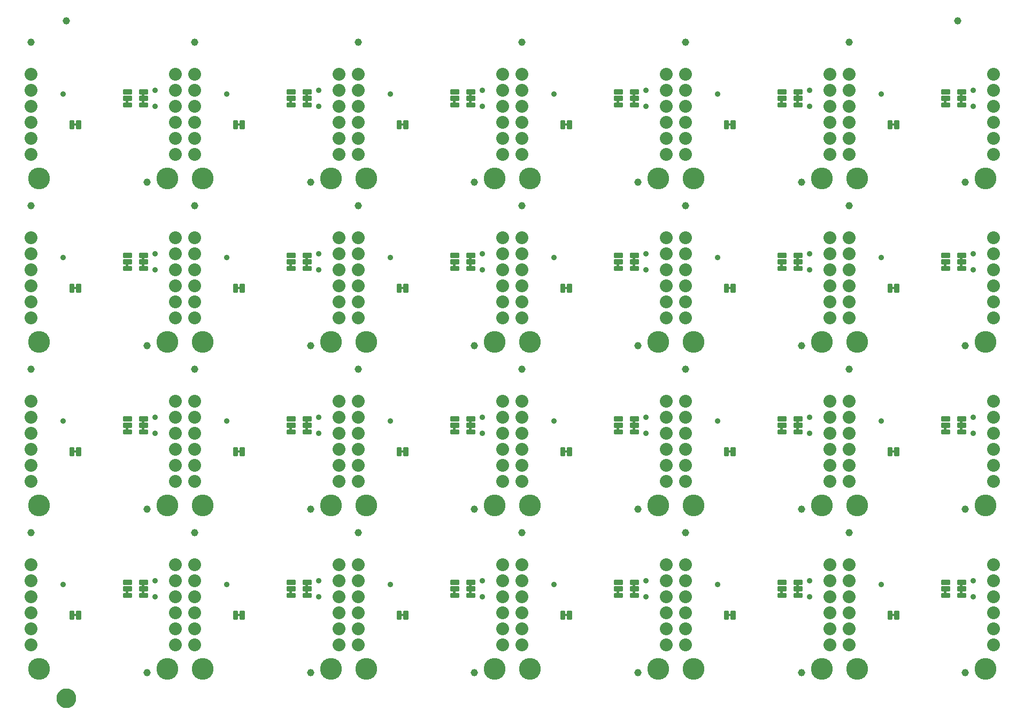
<source format=gbs>
G04 EAGLE Gerber RS-274X export*
G75*
%MOMM*%
%FSLAX34Y34*%
%LPD*%
%INSoldermask Bottom*%
%IPPOS*%
%AMOC8*
5,1,8,0,0,1.08239X$1,22.5*%
G01*
%ADD10C,2.032000*%
%ADD11C,3.454400*%
%ADD12C,1.152400*%
%ADD13C,0.251966*%
%ADD14C,0.914400*%
%ADD15C,1.270000*%
%ADD16C,1.652400*%

G36*
X1228155Y932192D02*
X1228155Y932192D01*
X1228221Y932194D01*
X1228264Y932212D01*
X1228311Y932220D01*
X1228368Y932254D01*
X1228428Y932279D01*
X1228463Y932310D01*
X1228504Y932335D01*
X1228546Y932386D01*
X1228594Y932430D01*
X1228616Y932472D01*
X1228645Y932509D01*
X1228666Y932571D01*
X1228697Y932630D01*
X1228705Y932684D01*
X1228717Y932721D01*
X1228716Y932761D01*
X1228724Y932815D01*
X1228724Y936625D01*
X1228713Y936690D01*
X1228711Y936756D01*
X1228693Y936799D01*
X1228685Y936846D01*
X1228651Y936903D01*
X1228626Y936963D01*
X1228595Y936998D01*
X1228570Y937039D01*
X1228519Y937081D01*
X1228475Y937129D01*
X1228433Y937151D01*
X1228396Y937180D01*
X1228334Y937201D01*
X1228275Y937232D01*
X1228221Y937240D01*
X1228184Y937252D01*
X1228144Y937251D01*
X1228090Y937259D01*
X1225550Y937259D01*
X1225485Y937248D01*
X1225419Y937246D01*
X1225376Y937228D01*
X1225329Y937220D01*
X1225272Y937186D01*
X1225212Y937161D01*
X1225177Y937130D01*
X1225136Y937105D01*
X1225095Y937054D01*
X1225046Y937010D01*
X1225024Y936968D01*
X1224995Y936931D01*
X1224974Y936869D01*
X1224943Y936810D01*
X1224935Y936756D01*
X1224923Y936719D01*
X1224923Y936715D01*
X1224923Y936714D01*
X1224924Y936679D01*
X1224916Y936625D01*
X1224916Y932815D01*
X1224927Y932750D01*
X1224929Y932684D01*
X1224947Y932641D01*
X1224955Y932594D01*
X1224989Y932537D01*
X1225014Y932477D01*
X1225045Y932442D01*
X1225070Y932401D01*
X1225121Y932360D01*
X1225165Y932311D01*
X1225207Y932289D01*
X1225244Y932260D01*
X1225306Y932239D01*
X1225365Y932208D01*
X1225419Y932200D01*
X1225456Y932188D01*
X1225496Y932189D01*
X1225550Y932181D01*
X1228090Y932181D01*
X1228155Y932192D01*
G37*
G36*
X450915Y932192D02*
X450915Y932192D01*
X450981Y932194D01*
X451024Y932212D01*
X451071Y932220D01*
X451128Y932254D01*
X451188Y932279D01*
X451223Y932310D01*
X451264Y932335D01*
X451306Y932386D01*
X451354Y932430D01*
X451376Y932472D01*
X451405Y932509D01*
X451426Y932571D01*
X451457Y932630D01*
X451465Y932684D01*
X451477Y932721D01*
X451476Y932761D01*
X451484Y932815D01*
X451484Y936625D01*
X451473Y936690D01*
X451471Y936756D01*
X451453Y936799D01*
X451445Y936846D01*
X451411Y936903D01*
X451386Y936963D01*
X451355Y936998D01*
X451330Y937039D01*
X451279Y937081D01*
X451235Y937129D01*
X451193Y937151D01*
X451156Y937180D01*
X451094Y937201D01*
X451035Y937232D01*
X450981Y937240D01*
X450944Y937252D01*
X450904Y937251D01*
X450850Y937259D01*
X448310Y937259D01*
X448245Y937248D01*
X448179Y937246D01*
X448136Y937228D01*
X448089Y937220D01*
X448032Y937186D01*
X447972Y937161D01*
X447937Y937130D01*
X447896Y937105D01*
X447855Y937054D01*
X447806Y937010D01*
X447784Y936968D01*
X447755Y936931D01*
X447734Y936869D01*
X447703Y936810D01*
X447695Y936756D01*
X447683Y936719D01*
X447683Y936715D01*
X447683Y936714D01*
X447684Y936679D01*
X447676Y936625D01*
X447676Y932815D01*
X447687Y932750D01*
X447689Y932684D01*
X447707Y932641D01*
X447715Y932594D01*
X447749Y932537D01*
X447774Y932477D01*
X447805Y932442D01*
X447830Y932401D01*
X447881Y932360D01*
X447925Y932311D01*
X447967Y932289D01*
X448004Y932260D01*
X448066Y932239D01*
X448125Y932208D01*
X448179Y932200D01*
X448216Y932188D01*
X448256Y932189D01*
X448310Y932181D01*
X450850Y932181D01*
X450915Y932192D01*
G37*
G36*
X191835Y932192D02*
X191835Y932192D01*
X191901Y932194D01*
X191944Y932212D01*
X191991Y932220D01*
X192048Y932254D01*
X192108Y932279D01*
X192143Y932310D01*
X192184Y932335D01*
X192226Y932386D01*
X192274Y932430D01*
X192296Y932472D01*
X192325Y932509D01*
X192346Y932571D01*
X192377Y932630D01*
X192385Y932684D01*
X192397Y932721D01*
X192396Y932761D01*
X192404Y932815D01*
X192404Y936625D01*
X192393Y936690D01*
X192391Y936756D01*
X192373Y936799D01*
X192365Y936846D01*
X192331Y936903D01*
X192306Y936963D01*
X192275Y936998D01*
X192250Y937039D01*
X192199Y937081D01*
X192155Y937129D01*
X192113Y937151D01*
X192076Y937180D01*
X192014Y937201D01*
X191955Y937232D01*
X191901Y937240D01*
X191864Y937252D01*
X191824Y937251D01*
X191770Y937259D01*
X189230Y937259D01*
X189165Y937248D01*
X189099Y937246D01*
X189056Y937228D01*
X189009Y937220D01*
X188952Y937186D01*
X188892Y937161D01*
X188857Y937130D01*
X188816Y937105D01*
X188775Y937054D01*
X188726Y937010D01*
X188704Y936968D01*
X188675Y936931D01*
X188654Y936869D01*
X188623Y936810D01*
X188615Y936756D01*
X188603Y936719D01*
X188603Y936715D01*
X188603Y936714D01*
X188604Y936679D01*
X188596Y936625D01*
X188596Y932815D01*
X188607Y932750D01*
X188609Y932684D01*
X188627Y932641D01*
X188635Y932594D01*
X188669Y932537D01*
X188694Y932477D01*
X188725Y932442D01*
X188750Y932401D01*
X188801Y932360D01*
X188845Y932311D01*
X188887Y932289D01*
X188924Y932260D01*
X188986Y932239D01*
X189045Y932208D01*
X189099Y932200D01*
X189136Y932188D01*
X189176Y932189D01*
X189230Y932181D01*
X191770Y932181D01*
X191835Y932192D01*
G37*
G36*
X709995Y932192D02*
X709995Y932192D01*
X710061Y932194D01*
X710104Y932212D01*
X710151Y932220D01*
X710208Y932254D01*
X710268Y932279D01*
X710303Y932310D01*
X710344Y932335D01*
X710386Y932386D01*
X710434Y932430D01*
X710456Y932472D01*
X710485Y932509D01*
X710506Y932571D01*
X710537Y932630D01*
X710545Y932684D01*
X710557Y932721D01*
X710556Y932761D01*
X710564Y932815D01*
X710564Y936625D01*
X710553Y936690D01*
X710551Y936756D01*
X710533Y936799D01*
X710525Y936846D01*
X710491Y936903D01*
X710466Y936963D01*
X710435Y936998D01*
X710410Y937039D01*
X710359Y937081D01*
X710315Y937129D01*
X710273Y937151D01*
X710236Y937180D01*
X710174Y937201D01*
X710115Y937232D01*
X710061Y937240D01*
X710024Y937252D01*
X709984Y937251D01*
X709930Y937259D01*
X707390Y937259D01*
X707325Y937248D01*
X707259Y937246D01*
X707216Y937228D01*
X707169Y937220D01*
X707112Y937186D01*
X707052Y937161D01*
X707017Y937130D01*
X706976Y937105D01*
X706935Y937054D01*
X706886Y937010D01*
X706864Y936968D01*
X706835Y936931D01*
X706814Y936869D01*
X706783Y936810D01*
X706775Y936756D01*
X706763Y936719D01*
X706763Y936715D01*
X706763Y936714D01*
X706764Y936679D01*
X706756Y936625D01*
X706756Y932815D01*
X706767Y932750D01*
X706769Y932684D01*
X706787Y932641D01*
X706795Y932594D01*
X706829Y932537D01*
X706854Y932477D01*
X706885Y932442D01*
X706910Y932401D01*
X706961Y932360D01*
X707005Y932311D01*
X707047Y932289D01*
X707084Y932260D01*
X707146Y932239D01*
X707205Y932208D01*
X707259Y932200D01*
X707296Y932188D01*
X707336Y932189D01*
X707390Y932181D01*
X709930Y932181D01*
X709995Y932192D01*
G37*
G36*
X969075Y932192D02*
X969075Y932192D01*
X969141Y932194D01*
X969184Y932212D01*
X969231Y932220D01*
X969288Y932254D01*
X969348Y932279D01*
X969383Y932310D01*
X969424Y932335D01*
X969466Y932386D01*
X969514Y932430D01*
X969536Y932472D01*
X969565Y932509D01*
X969586Y932571D01*
X969617Y932630D01*
X969625Y932684D01*
X969637Y932721D01*
X969636Y932761D01*
X969644Y932815D01*
X969644Y936625D01*
X969633Y936690D01*
X969631Y936756D01*
X969613Y936799D01*
X969605Y936846D01*
X969571Y936903D01*
X969546Y936963D01*
X969515Y936998D01*
X969490Y937039D01*
X969439Y937081D01*
X969395Y937129D01*
X969353Y937151D01*
X969316Y937180D01*
X969254Y937201D01*
X969195Y937232D01*
X969141Y937240D01*
X969104Y937252D01*
X969064Y937251D01*
X969010Y937259D01*
X966470Y937259D01*
X966405Y937248D01*
X966339Y937246D01*
X966296Y937228D01*
X966249Y937220D01*
X966192Y937186D01*
X966132Y937161D01*
X966097Y937130D01*
X966056Y937105D01*
X966015Y937054D01*
X965966Y937010D01*
X965944Y936968D01*
X965915Y936931D01*
X965894Y936869D01*
X965863Y936810D01*
X965855Y936756D01*
X965843Y936719D01*
X965843Y936715D01*
X965843Y936714D01*
X965844Y936679D01*
X965836Y936625D01*
X965836Y932815D01*
X965847Y932750D01*
X965849Y932684D01*
X965867Y932641D01*
X965875Y932594D01*
X965909Y932537D01*
X965934Y932477D01*
X965965Y932442D01*
X965990Y932401D01*
X966041Y932360D01*
X966085Y932311D01*
X966127Y932289D01*
X966164Y932260D01*
X966226Y932239D01*
X966285Y932208D01*
X966339Y932200D01*
X966376Y932188D01*
X966416Y932189D01*
X966470Y932181D01*
X969010Y932181D01*
X969075Y932192D01*
G37*
G36*
X1487235Y932192D02*
X1487235Y932192D01*
X1487301Y932194D01*
X1487344Y932212D01*
X1487391Y932220D01*
X1487448Y932254D01*
X1487508Y932279D01*
X1487543Y932310D01*
X1487584Y932335D01*
X1487626Y932386D01*
X1487674Y932430D01*
X1487696Y932472D01*
X1487725Y932509D01*
X1487746Y932571D01*
X1487777Y932630D01*
X1487785Y932684D01*
X1487797Y932721D01*
X1487796Y932761D01*
X1487804Y932815D01*
X1487804Y936625D01*
X1487793Y936690D01*
X1487791Y936756D01*
X1487773Y936799D01*
X1487765Y936846D01*
X1487731Y936903D01*
X1487706Y936963D01*
X1487675Y936998D01*
X1487650Y937039D01*
X1487599Y937081D01*
X1487555Y937129D01*
X1487513Y937151D01*
X1487476Y937180D01*
X1487414Y937201D01*
X1487355Y937232D01*
X1487301Y937240D01*
X1487264Y937252D01*
X1487224Y937251D01*
X1487170Y937259D01*
X1484630Y937259D01*
X1484565Y937248D01*
X1484499Y937246D01*
X1484456Y937228D01*
X1484409Y937220D01*
X1484352Y937186D01*
X1484292Y937161D01*
X1484257Y937130D01*
X1484216Y937105D01*
X1484175Y937054D01*
X1484126Y937010D01*
X1484104Y936968D01*
X1484075Y936931D01*
X1484054Y936869D01*
X1484023Y936810D01*
X1484015Y936756D01*
X1484003Y936719D01*
X1484003Y936715D01*
X1484003Y936714D01*
X1484004Y936679D01*
X1483996Y936625D01*
X1483996Y932815D01*
X1484007Y932750D01*
X1484009Y932684D01*
X1484027Y932641D01*
X1484035Y932594D01*
X1484069Y932537D01*
X1484094Y932477D01*
X1484125Y932442D01*
X1484150Y932401D01*
X1484201Y932360D01*
X1484245Y932311D01*
X1484287Y932289D01*
X1484324Y932260D01*
X1484386Y932239D01*
X1484445Y932208D01*
X1484499Y932200D01*
X1484536Y932188D01*
X1484576Y932189D01*
X1484630Y932181D01*
X1487170Y932181D01*
X1487235Y932192D01*
G37*
G36*
X1228155Y922032D02*
X1228155Y922032D01*
X1228221Y922034D01*
X1228264Y922052D01*
X1228311Y922060D01*
X1228368Y922094D01*
X1228428Y922119D01*
X1228463Y922150D01*
X1228504Y922175D01*
X1228546Y922226D01*
X1228594Y922270D01*
X1228616Y922312D01*
X1228645Y922349D01*
X1228666Y922411D01*
X1228697Y922470D01*
X1228705Y922524D01*
X1228717Y922561D01*
X1228716Y922601D01*
X1228724Y922655D01*
X1228724Y926465D01*
X1228713Y926530D01*
X1228711Y926596D01*
X1228693Y926639D01*
X1228685Y926686D01*
X1228651Y926743D01*
X1228626Y926803D01*
X1228595Y926838D01*
X1228570Y926879D01*
X1228519Y926921D01*
X1228475Y926969D01*
X1228433Y926991D01*
X1228396Y927020D01*
X1228334Y927041D01*
X1228275Y927072D01*
X1228221Y927080D01*
X1228184Y927092D01*
X1228144Y927091D01*
X1228090Y927099D01*
X1225550Y927099D01*
X1225485Y927088D01*
X1225419Y927086D01*
X1225376Y927068D01*
X1225329Y927060D01*
X1225272Y927026D01*
X1225212Y927001D01*
X1225177Y926970D01*
X1225136Y926945D01*
X1225095Y926894D01*
X1225046Y926850D01*
X1225024Y926808D01*
X1224995Y926771D01*
X1224974Y926709D01*
X1224943Y926650D01*
X1224935Y926596D01*
X1224923Y926559D01*
X1224923Y926555D01*
X1224923Y926554D01*
X1224924Y926519D01*
X1224916Y926465D01*
X1224916Y922655D01*
X1224927Y922590D01*
X1224929Y922524D01*
X1224947Y922481D01*
X1224955Y922434D01*
X1224989Y922377D01*
X1225014Y922317D01*
X1225045Y922282D01*
X1225070Y922241D01*
X1225121Y922200D01*
X1225165Y922151D01*
X1225207Y922129D01*
X1225244Y922100D01*
X1225306Y922079D01*
X1225365Y922048D01*
X1225419Y922040D01*
X1225456Y922028D01*
X1225496Y922029D01*
X1225550Y922021D01*
X1228090Y922021D01*
X1228155Y922032D01*
G37*
G36*
X1487235Y922032D02*
X1487235Y922032D01*
X1487301Y922034D01*
X1487344Y922052D01*
X1487391Y922060D01*
X1487448Y922094D01*
X1487508Y922119D01*
X1487543Y922150D01*
X1487584Y922175D01*
X1487626Y922226D01*
X1487674Y922270D01*
X1487696Y922312D01*
X1487725Y922349D01*
X1487746Y922411D01*
X1487777Y922470D01*
X1487785Y922524D01*
X1487797Y922561D01*
X1487796Y922601D01*
X1487804Y922655D01*
X1487804Y926465D01*
X1487793Y926530D01*
X1487791Y926596D01*
X1487773Y926639D01*
X1487765Y926686D01*
X1487731Y926743D01*
X1487706Y926803D01*
X1487675Y926838D01*
X1487650Y926879D01*
X1487599Y926921D01*
X1487555Y926969D01*
X1487513Y926991D01*
X1487476Y927020D01*
X1487414Y927041D01*
X1487355Y927072D01*
X1487301Y927080D01*
X1487264Y927092D01*
X1487224Y927091D01*
X1487170Y927099D01*
X1484630Y927099D01*
X1484565Y927088D01*
X1484499Y927086D01*
X1484456Y927068D01*
X1484409Y927060D01*
X1484352Y927026D01*
X1484292Y927001D01*
X1484257Y926970D01*
X1484216Y926945D01*
X1484175Y926894D01*
X1484126Y926850D01*
X1484104Y926808D01*
X1484075Y926771D01*
X1484054Y926709D01*
X1484023Y926650D01*
X1484015Y926596D01*
X1484003Y926559D01*
X1484003Y926555D01*
X1484003Y926554D01*
X1484004Y926519D01*
X1483996Y926465D01*
X1483996Y922655D01*
X1484007Y922590D01*
X1484009Y922524D01*
X1484027Y922481D01*
X1484035Y922434D01*
X1484069Y922377D01*
X1484094Y922317D01*
X1484125Y922282D01*
X1484150Y922241D01*
X1484201Y922200D01*
X1484245Y922151D01*
X1484287Y922129D01*
X1484324Y922100D01*
X1484386Y922079D01*
X1484445Y922048D01*
X1484499Y922040D01*
X1484536Y922028D01*
X1484576Y922029D01*
X1484630Y922021D01*
X1487170Y922021D01*
X1487235Y922032D01*
G37*
G36*
X1202755Y922032D02*
X1202755Y922032D01*
X1202821Y922034D01*
X1202864Y922052D01*
X1202911Y922060D01*
X1202968Y922094D01*
X1203028Y922119D01*
X1203063Y922150D01*
X1203104Y922175D01*
X1203146Y922226D01*
X1203194Y922270D01*
X1203216Y922312D01*
X1203245Y922349D01*
X1203266Y922411D01*
X1203297Y922470D01*
X1203305Y922524D01*
X1203317Y922561D01*
X1203316Y922601D01*
X1203324Y922655D01*
X1203324Y926465D01*
X1203313Y926530D01*
X1203311Y926596D01*
X1203293Y926639D01*
X1203285Y926686D01*
X1203251Y926743D01*
X1203226Y926803D01*
X1203195Y926838D01*
X1203170Y926879D01*
X1203119Y926921D01*
X1203075Y926969D01*
X1203033Y926991D01*
X1202996Y927020D01*
X1202934Y927041D01*
X1202875Y927072D01*
X1202821Y927080D01*
X1202784Y927092D01*
X1202744Y927091D01*
X1202690Y927099D01*
X1200150Y927099D01*
X1200085Y927088D01*
X1200019Y927086D01*
X1199976Y927068D01*
X1199929Y927060D01*
X1199872Y927026D01*
X1199812Y927001D01*
X1199777Y926970D01*
X1199736Y926945D01*
X1199695Y926894D01*
X1199646Y926850D01*
X1199624Y926808D01*
X1199595Y926771D01*
X1199574Y926709D01*
X1199543Y926650D01*
X1199535Y926596D01*
X1199523Y926559D01*
X1199523Y926555D01*
X1199523Y926554D01*
X1199524Y926519D01*
X1199516Y926465D01*
X1199516Y922655D01*
X1199527Y922590D01*
X1199529Y922524D01*
X1199547Y922481D01*
X1199555Y922434D01*
X1199589Y922377D01*
X1199614Y922317D01*
X1199645Y922282D01*
X1199670Y922241D01*
X1199721Y922200D01*
X1199765Y922151D01*
X1199807Y922129D01*
X1199844Y922100D01*
X1199906Y922079D01*
X1199965Y922048D01*
X1200019Y922040D01*
X1200056Y922028D01*
X1200096Y922029D01*
X1200150Y922021D01*
X1202690Y922021D01*
X1202755Y922032D01*
G37*
G36*
X166435Y922032D02*
X166435Y922032D01*
X166501Y922034D01*
X166544Y922052D01*
X166591Y922060D01*
X166648Y922094D01*
X166708Y922119D01*
X166743Y922150D01*
X166784Y922175D01*
X166826Y922226D01*
X166874Y922270D01*
X166896Y922312D01*
X166925Y922349D01*
X166946Y922411D01*
X166977Y922470D01*
X166985Y922524D01*
X166997Y922561D01*
X166996Y922601D01*
X167004Y922655D01*
X167004Y926465D01*
X166993Y926530D01*
X166991Y926596D01*
X166973Y926639D01*
X166965Y926686D01*
X166931Y926743D01*
X166906Y926803D01*
X166875Y926838D01*
X166850Y926879D01*
X166799Y926921D01*
X166755Y926969D01*
X166713Y926991D01*
X166676Y927020D01*
X166614Y927041D01*
X166555Y927072D01*
X166501Y927080D01*
X166464Y927092D01*
X166424Y927091D01*
X166370Y927099D01*
X163830Y927099D01*
X163765Y927088D01*
X163699Y927086D01*
X163656Y927068D01*
X163609Y927060D01*
X163552Y927026D01*
X163492Y927001D01*
X163457Y926970D01*
X163416Y926945D01*
X163375Y926894D01*
X163326Y926850D01*
X163304Y926808D01*
X163275Y926771D01*
X163254Y926709D01*
X163223Y926650D01*
X163215Y926596D01*
X163203Y926559D01*
X163203Y926555D01*
X163203Y926554D01*
X163204Y926519D01*
X163196Y926465D01*
X163196Y922655D01*
X163207Y922590D01*
X163209Y922524D01*
X163227Y922481D01*
X163235Y922434D01*
X163269Y922377D01*
X163294Y922317D01*
X163325Y922282D01*
X163350Y922241D01*
X163401Y922200D01*
X163445Y922151D01*
X163487Y922129D01*
X163524Y922100D01*
X163586Y922079D01*
X163645Y922048D01*
X163699Y922040D01*
X163736Y922028D01*
X163776Y922029D01*
X163830Y922021D01*
X166370Y922021D01*
X166435Y922032D01*
G37*
G36*
X709995Y922032D02*
X709995Y922032D01*
X710061Y922034D01*
X710104Y922052D01*
X710151Y922060D01*
X710208Y922094D01*
X710268Y922119D01*
X710303Y922150D01*
X710344Y922175D01*
X710386Y922226D01*
X710434Y922270D01*
X710456Y922312D01*
X710485Y922349D01*
X710506Y922411D01*
X710537Y922470D01*
X710545Y922524D01*
X710557Y922561D01*
X710556Y922601D01*
X710564Y922655D01*
X710564Y926465D01*
X710553Y926530D01*
X710551Y926596D01*
X710533Y926639D01*
X710525Y926686D01*
X710491Y926743D01*
X710466Y926803D01*
X710435Y926838D01*
X710410Y926879D01*
X710359Y926921D01*
X710315Y926969D01*
X710273Y926991D01*
X710236Y927020D01*
X710174Y927041D01*
X710115Y927072D01*
X710061Y927080D01*
X710024Y927092D01*
X709984Y927091D01*
X709930Y927099D01*
X707390Y927099D01*
X707325Y927088D01*
X707259Y927086D01*
X707216Y927068D01*
X707169Y927060D01*
X707112Y927026D01*
X707052Y927001D01*
X707017Y926970D01*
X706976Y926945D01*
X706935Y926894D01*
X706886Y926850D01*
X706864Y926808D01*
X706835Y926771D01*
X706814Y926709D01*
X706783Y926650D01*
X706775Y926596D01*
X706763Y926559D01*
X706763Y926555D01*
X706763Y926554D01*
X706764Y926519D01*
X706756Y926465D01*
X706756Y922655D01*
X706767Y922590D01*
X706769Y922524D01*
X706787Y922481D01*
X706795Y922434D01*
X706829Y922377D01*
X706854Y922317D01*
X706885Y922282D01*
X706910Y922241D01*
X706961Y922200D01*
X707005Y922151D01*
X707047Y922129D01*
X707084Y922100D01*
X707146Y922079D01*
X707205Y922048D01*
X707259Y922040D01*
X707296Y922028D01*
X707336Y922029D01*
X707390Y922021D01*
X709930Y922021D01*
X709995Y922032D01*
G37*
G36*
X943675Y922032D02*
X943675Y922032D01*
X943741Y922034D01*
X943784Y922052D01*
X943831Y922060D01*
X943888Y922094D01*
X943948Y922119D01*
X943983Y922150D01*
X944024Y922175D01*
X944066Y922226D01*
X944114Y922270D01*
X944136Y922312D01*
X944165Y922349D01*
X944186Y922411D01*
X944217Y922470D01*
X944225Y922524D01*
X944237Y922561D01*
X944236Y922601D01*
X944244Y922655D01*
X944244Y926465D01*
X944233Y926530D01*
X944231Y926596D01*
X944213Y926639D01*
X944205Y926686D01*
X944171Y926743D01*
X944146Y926803D01*
X944115Y926838D01*
X944090Y926879D01*
X944039Y926921D01*
X943995Y926969D01*
X943953Y926991D01*
X943916Y927020D01*
X943854Y927041D01*
X943795Y927072D01*
X943741Y927080D01*
X943704Y927092D01*
X943664Y927091D01*
X943610Y927099D01*
X941070Y927099D01*
X941005Y927088D01*
X940939Y927086D01*
X940896Y927068D01*
X940849Y927060D01*
X940792Y927026D01*
X940732Y927001D01*
X940697Y926970D01*
X940656Y926945D01*
X940615Y926894D01*
X940566Y926850D01*
X940544Y926808D01*
X940515Y926771D01*
X940494Y926709D01*
X940463Y926650D01*
X940455Y926596D01*
X940443Y926559D01*
X940443Y926555D01*
X940443Y926554D01*
X940444Y926519D01*
X940436Y926465D01*
X940436Y922655D01*
X940447Y922590D01*
X940449Y922524D01*
X940467Y922481D01*
X940475Y922434D01*
X940509Y922377D01*
X940534Y922317D01*
X940565Y922282D01*
X940590Y922241D01*
X940641Y922200D01*
X940685Y922151D01*
X940727Y922129D01*
X940764Y922100D01*
X940826Y922079D01*
X940885Y922048D01*
X940939Y922040D01*
X940976Y922028D01*
X941016Y922029D01*
X941070Y922021D01*
X943610Y922021D01*
X943675Y922032D01*
G37*
G36*
X425515Y922032D02*
X425515Y922032D01*
X425581Y922034D01*
X425624Y922052D01*
X425671Y922060D01*
X425728Y922094D01*
X425788Y922119D01*
X425823Y922150D01*
X425864Y922175D01*
X425906Y922226D01*
X425954Y922270D01*
X425976Y922312D01*
X426005Y922349D01*
X426026Y922411D01*
X426057Y922470D01*
X426065Y922524D01*
X426077Y922561D01*
X426076Y922601D01*
X426084Y922655D01*
X426084Y926465D01*
X426073Y926530D01*
X426071Y926596D01*
X426053Y926639D01*
X426045Y926686D01*
X426011Y926743D01*
X425986Y926803D01*
X425955Y926838D01*
X425930Y926879D01*
X425879Y926921D01*
X425835Y926969D01*
X425793Y926991D01*
X425756Y927020D01*
X425694Y927041D01*
X425635Y927072D01*
X425581Y927080D01*
X425544Y927092D01*
X425504Y927091D01*
X425450Y927099D01*
X422910Y927099D01*
X422845Y927088D01*
X422779Y927086D01*
X422736Y927068D01*
X422689Y927060D01*
X422632Y927026D01*
X422572Y927001D01*
X422537Y926970D01*
X422496Y926945D01*
X422455Y926894D01*
X422406Y926850D01*
X422384Y926808D01*
X422355Y926771D01*
X422334Y926709D01*
X422303Y926650D01*
X422295Y926596D01*
X422283Y926559D01*
X422283Y926555D01*
X422283Y926554D01*
X422284Y926519D01*
X422276Y926465D01*
X422276Y922655D01*
X422287Y922590D01*
X422289Y922524D01*
X422307Y922481D01*
X422315Y922434D01*
X422349Y922377D01*
X422374Y922317D01*
X422405Y922282D01*
X422430Y922241D01*
X422481Y922200D01*
X422525Y922151D01*
X422567Y922129D01*
X422604Y922100D01*
X422666Y922079D01*
X422725Y922048D01*
X422779Y922040D01*
X422816Y922028D01*
X422856Y922029D01*
X422910Y922021D01*
X425450Y922021D01*
X425515Y922032D01*
G37*
G36*
X684595Y922032D02*
X684595Y922032D01*
X684661Y922034D01*
X684704Y922052D01*
X684751Y922060D01*
X684808Y922094D01*
X684868Y922119D01*
X684903Y922150D01*
X684944Y922175D01*
X684986Y922226D01*
X685034Y922270D01*
X685056Y922312D01*
X685085Y922349D01*
X685106Y922411D01*
X685137Y922470D01*
X685145Y922524D01*
X685157Y922561D01*
X685156Y922601D01*
X685164Y922655D01*
X685164Y926465D01*
X685153Y926530D01*
X685151Y926596D01*
X685133Y926639D01*
X685125Y926686D01*
X685091Y926743D01*
X685066Y926803D01*
X685035Y926838D01*
X685010Y926879D01*
X684959Y926921D01*
X684915Y926969D01*
X684873Y926991D01*
X684836Y927020D01*
X684774Y927041D01*
X684715Y927072D01*
X684661Y927080D01*
X684624Y927092D01*
X684584Y927091D01*
X684530Y927099D01*
X681990Y927099D01*
X681925Y927088D01*
X681859Y927086D01*
X681816Y927068D01*
X681769Y927060D01*
X681712Y927026D01*
X681652Y927001D01*
X681617Y926970D01*
X681576Y926945D01*
X681535Y926894D01*
X681486Y926850D01*
X681464Y926808D01*
X681435Y926771D01*
X681414Y926709D01*
X681383Y926650D01*
X681375Y926596D01*
X681363Y926559D01*
X681363Y926555D01*
X681363Y926554D01*
X681364Y926519D01*
X681356Y926465D01*
X681356Y922655D01*
X681367Y922590D01*
X681369Y922524D01*
X681387Y922481D01*
X681395Y922434D01*
X681429Y922377D01*
X681454Y922317D01*
X681485Y922282D01*
X681510Y922241D01*
X681561Y922200D01*
X681605Y922151D01*
X681647Y922129D01*
X681684Y922100D01*
X681746Y922079D01*
X681805Y922048D01*
X681859Y922040D01*
X681896Y922028D01*
X681936Y922029D01*
X681990Y922021D01*
X684530Y922021D01*
X684595Y922032D01*
G37*
G36*
X191835Y922032D02*
X191835Y922032D01*
X191901Y922034D01*
X191944Y922052D01*
X191991Y922060D01*
X192048Y922094D01*
X192108Y922119D01*
X192143Y922150D01*
X192184Y922175D01*
X192226Y922226D01*
X192274Y922270D01*
X192296Y922312D01*
X192325Y922349D01*
X192346Y922411D01*
X192377Y922470D01*
X192385Y922524D01*
X192397Y922561D01*
X192396Y922601D01*
X192404Y922655D01*
X192404Y926465D01*
X192393Y926530D01*
X192391Y926596D01*
X192373Y926639D01*
X192365Y926686D01*
X192331Y926743D01*
X192306Y926803D01*
X192275Y926838D01*
X192250Y926879D01*
X192199Y926921D01*
X192155Y926969D01*
X192113Y926991D01*
X192076Y927020D01*
X192014Y927041D01*
X191955Y927072D01*
X191901Y927080D01*
X191864Y927092D01*
X191824Y927091D01*
X191770Y927099D01*
X189230Y927099D01*
X189165Y927088D01*
X189099Y927086D01*
X189056Y927068D01*
X189009Y927060D01*
X188952Y927026D01*
X188892Y927001D01*
X188857Y926970D01*
X188816Y926945D01*
X188775Y926894D01*
X188726Y926850D01*
X188704Y926808D01*
X188675Y926771D01*
X188654Y926709D01*
X188623Y926650D01*
X188615Y926596D01*
X188603Y926559D01*
X188603Y926555D01*
X188603Y926554D01*
X188604Y926519D01*
X188596Y926465D01*
X188596Y922655D01*
X188607Y922590D01*
X188609Y922524D01*
X188627Y922481D01*
X188635Y922434D01*
X188669Y922377D01*
X188694Y922317D01*
X188725Y922282D01*
X188750Y922241D01*
X188801Y922200D01*
X188845Y922151D01*
X188887Y922129D01*
X188924Y922100D01*
X188986Y922079D01*
X189045Y922048D01*
X189099Y922040D01*
X189136Y922028D01*
X189176Y922029D01*
X189230Y922021D01*
X191770Y922021D01*
X191835Y922032D01*
G37*
G36*
X969075Y922032D02*
X969075Y922032D01*
X969141Y922034D01*
X969184Y922052D01*
X969231Y922060D01*
X969288Y922094D01*
X969348Y922119D01*
X969383Y922150D01*
X969424Y922175D01*
X969466Y922226D01*
X969514Y922270D01*
X969536Y922312D01*
X969565Y922349D01*
X969586Y922411D01*
X969617Y922470D01*
X969625Y922524D01*
X969637Y922561D01*
X969636Y922601D01*
X969644Y922655D01*
X969644Y926465D01*
X969633Y926530D01*
X969631Y926596D01*
X969613Y926639D01*
X969605Y926686D01*
X969571Y926743D01*
X969546Y926803D01*
X969515Y926838D01*
X969490Y926879D01*
X969439Y926921D01*
X969395Y926969D01*
X969353Y926991D01*
X969316Y927020D01*
X969254Y927041D01*
X969195Y927072D01*
X969141Y927080D01*
X969104Y927092D01*
X969064Y927091D01*
X969010Y927099D01*
X966470Y927099D01*
X966405Y927088D01*
X966339Y927086D01*
X966296Y927068D01*
X966249Y927060D01*
X966192Y927026D01*
X966132Y927001D01*
X966097Y926970D01*
X966056Y926945D01*
X966015Y926894D01*
X965966Y926850D01*
X965944Y926808D01*
X965915Y926771D01*
X965894Y926709D01*
X965863Y926650D01*
X965855Y926596D01*
X965843Y926559D01*
X965843Y926555D01*
X965843Y926554D01*
X965844Y926519D01*
X965836Y926465D01*
X965836Y922655D01*
X965847Y922590D01*
X965849Y922524D01*
X965867Y922481D01*
X965875Y922434D01*
X965909Y922377D01*
X965934Y922317D01*
X965965Y922282D01*
X965990Y922241D01*
X966041Y922200D01*
X966085Y922151D01*
X966127Y922129D01*
X966164Y922100D01*
X966226Y922079D01*
X966285Y922048D01*
X966339Y922040D01*
X966376Y922028D01*
X966416Y922029D01*
X966470Y922021D01*
X969010Y922021D01*
X969075Y922032D01*
G37*
G36*
X450915Y922032D02*
X450915Y922032D01*
X450981Y922034D01*
X451024Y922052D01*
X451071Y922060D01*
X451128Y922094D01*
X451188Y922119D01*
X451223Y922150D01*
X451264Y922175D01*
X451306Y922226D01*
X451354Y922270D01*
X451376Y922312D01*
X451405Y922349D01*
X451426Y922411D01*
X451457Y922470D01*
X451465Y922524D01*
X451477Y922561D01*
X451476Y922601D01*
X451484Y922655D01*
X451484Y926465D01*
X451473Y926530D01*
X451471Y926596D01*
X451453Y926639D01*
X451445Y926686D01*
X451411Y926743D01*
X451386Y926803D01*
X451355Y926838D01*
X451330Y926879D01*
X451279Y926921D01*
X451235Y926969D01*
X451193Y926991D01*
X451156Y927020D01*
X451094Y927041D01*
X451035Y927072D01*
X450981Y927080D01*
X450944Y927092D01*
X450904Y927091D01*
X450850Y927099D01*
X448310Y927099D01*
X448245Y927088D01*
X448179Y927086D01*
X448136Y927068D01*
X448089Y927060D01*
X448032Y927026D01*
X447972Y927001D01*
X447937Y926970D01*
X447896Y926945D01*
X447855Y926894D01*
X447806Y926850D01*
X447784Y926808D01*
X447755Y926771D01*
X447734Y926709D01*
X447703Y926650D01*
X447695Y926596D01*
X447683Y926559D01*
X447683Y926555D01*
X447683Y926554D01*
X447684Y926519D01*
X447676Y926465D01*
X447676Y922655D01*
X447687Y922590D01*
X447689Y922524D01*
X447707Y922481D01*
X447715Y922434D01*
X447749Y922377D01*
X447774Y922317D01*
X447805Y922282D01*
X447830Y922241D01*
X447881Y922200D01*
X447925Y922151D01*
X447967Y922129D01*
X448004Y922100D01*
X448066Y922079D01*
X448125Y922048D01*
X448179Y922040D01*
X448216Y922028D01*
X448256Y922029D01*
X448310Y922021D01*
X450850Y922021D01*
X450915Y922032D01*
G37*
G36*
X1461835Y922032D02*
X1461835Y922032D01*
X1461901Y922034D01*
X1461944Y922052D01*
X1461991Y922060D01*
X1462048Y922094D01*
X1462108Y922119D01*
X1462143Y922150D01*
X1462184Y922175D01*
X1462226Y922226D01*
X1462274Y922270D01*
X1462296Y922312D01*
X1462325Y922349D01*
X1462346Y922411D01*
X1462377Y922470D01*
X1462385Y922524D01*
X1462397Y922561D01*
X1462396Y922601D01*
X1462404Y922655D01*
X1462404Y926465D01*
X1462393Y926530D01*
X1462391Y926596D01*
X1462373Y926639D01*
X1462365Y926686D01*
X1462331Y926743D01*
X1462306Y926803D01*
X1462275Y926838D01*
X1462250Y926879D01*
X1462199Y926921D01*
X1462155Y926969D01*
X1462113Y926991D01*
X1462076Y927020D01*
X1462014Y927041D01*
X1461955Y927072D01*
X1461901Y927080D01*
X1461864Y927092D01*
X1461824Y927091D01*
X1461770Y927099D01*
X1459230Y927099D01*
X1459165Y927088D01*
X1459099Y927086D01*
X1459056Y927068D01*
X1459009Y927060D01*
X1458952Y927026D01*
X1458892Y927001D01*
X1458857Y926970D01*
X1458816Y926945D01*
X1458775Y926894D01*
X1458726Y926850D01*
X1458704Y926808D01*
X1458675Y926771D01*
X1458654Y926709D01*
X1458623Y926650D01*
X1458615Y926596D01*
X1458603Y926559D01*
X1458603Y926555D01*
X1458603Y926554D01*
X1458604Y926519D01*
X1458596Y926465D01*
X1458596Y922655D01*
X1458607Y922590D01*
X1458609Y922524D01*
X1458627Y922481D01*
X1458635Y922434D01*
X1458669Y922377D01*
X1458694Y922317D01*
X1458725Y922282D01*
X1458750Y922241D01*
X1458801Y922200D01*
X1458845Y922151D01*
X1458887Y922129D01*
X1458924Y922100D01*
X1458986Y922079D01*
X1459045Y922048D01*
X1459099Y922040D01*
X1459136Y922028D01*
X1459176Y922029D01*
X1459230Y922021D01*
X1461770Y922021D01*
X1461835Y922032D01*
G37*
G36*
X969075Y154952D02*
X969075Y154952D01*
X969141Y154954D01*
X969184Y154972D01*
X969231Y154980D01*
X969288Y155014D01*
X969348Y155039D01*
X969383Y155070D01*
X969424Y155095D01*
X969466Y155146D01*
X969514Y155190D01*
X969536Y155232D01*
X969565Y155269D01*
X969586Y155331D01*
X969617Y155390D01*
X969625Y155444D01*
X969637Y155481D01*
X969636Y155521D01*
X969644Y155575D01*
X969644Y159385D01*
X969633Y159450D01*
X969631Y159516D01*
X969613Y159559D01*
X969605Y159606D01*
X969571Y159663D01*
X969546Y159723D01*
X969515Y159758D01*
X969490Y159799D01*
X969439Y159841D01*
X969395Y159889D01*
X969353Y159911D01*
X969316Y159940D01*
X969254Y159961D01*
X969195Y159992D01*
X969141Y160000D01*
X969104Y160012D01*
X969064Y160011D01*
X969010Y160019D01*
X966470Y160019D01*
X966405Y160008D01*
X966339Y160006D01*
X966296Y159988D01*
X966249Y159980D01*
X966192Y159946D01*
X966132Y159921D01*
X966097Y159890D01*
X966056Y159865D01*
X966015Y159814D01*
X965966Y159770D01*
X965944Y159728D01*
X965915Y159691D01*
X965894Y159629D01*
X965863Y159570D01*
X965855Y159516D01*
X965843Y159479D01*
X965843Y159475D01*
X965843Y159474D01*
X965844Y159439D01*
X965836Y159385D01*
X965836Y155575D01*
X965847Y155510D01*
X965849Y155444D01*
X965867Y155401D01*
X965875Y155354D01*
X965909Y155297D01*
X965934Y155237D01*
X965965Y155202D01*
X965990Y155161D01*
X966041Y155120D01*
X966085Y155071D01*
X966127Y155049D01*
X966164Y155020D01*
X966226Y154999D01*
X966285Y154968D01*
X966339Y154960D01*
X966376Y154948D01*
X966416Y154949D01*
X966470Y154941D01*
X969010Y154941D01*
X969075Y154952D01*
G37*
G36*
X709995Y144792D02*
X709995Y144792D01*
X710061Y144794D01*
X710104Y144812D01*
X710151Y144820D01*
X710208Y144854D01*
X710268Y144879D01*
X710303Y144910D01*
X710344Y144935D01*
X710386Y144986D01*
X710434Y145030D01*
X710456Y145072D01*
X710485Y145109D01*
X710506Y145171D01*
X710537Y145230D01*
X710545Y145284D01*
X710557Y145321D01*
X710556Y145361D01*
X710564Y145415D01*
X710564Y149225D01*
X710553Y149290D01*
X710551Y149356D01*
X710533Y149399D01*
X710525Y149446D01*
X710491Y149503D01*
X710466Y149563D01*
X710435Y149598D01*
X710410Y149639D01*
X710359Y149681D01*
X710315Y149729D01*
X710273Y149751D01*
X710236Y149780D01*
X710174Y149801D01*
X710115Y149832D01*
X710061Y149840D01*
X710024Y149852D01*
X709984Y149851D01*
X709930Y149859D01*
X707390Y149859D01*
X707325Y149848D01*
X707259Y149846D01*
X707216Y149828D01*
X707169Y149820D01*
X707112Y149786D01*
X707052Y149761D01*
X707017Y149730D01*
X706976Y149705D01*
X706935Y149654D01*
X706886Y149610D01*
X706864Y149568D01*
X706835Y149531D01*
X706814Y149469D01*
X706783Y149410D01*
X706775Y149356D01*
X706763Y149319D01*
X706763Y149315D01*
X706763Y149314D01*
X706764Y149279D01*
X706756Y149225D01*
X706756Y145415D01*
X706767Y145350D01*
X706769Y145284D01*
X706787Y145241D01*
X706795Y145194D01*
X706829Y145137D01*
X706854Y145077D01*
X706885Y145042D01*
X706910Y145001D01*
X706961Y144960D01*
X707005Y144911D01*
X707047Y144889D01*
X707084Y144860D01*
X707146Y144839D01*
X707205Y144808D01*
X707259Y144800D01*
X707296Y144788D01*
X707336Y144789D01*
X707390Y144781D01*
X709930Y144781D01*
X709995Y144792D01*
G37*
G36*
X943675Y144792D02*
X943675Y144792D01*
X943741Y144794D01*
X943784Y144812D01*
X943831Y144820D01*
X943888Y144854D01*
X943948Y144879D01*
X943983Y144910D01*
X944024Y144935D01*
X944066Y144986D01*
X944114Y145030D01*
X944136Y145072D01*
X944165Y145109D01*
X944186Y145171D01*
X944217Y145230D01*
X944225Y145284D01*
X944237Y145321D01*
X944236Y145361D01*
X944244Y145415D01*
X944244Y149225D01*
X944233Y149290D01*
X944231Y149356D01*
X944213Y149399D01*
X944205Y149446D01*
X944171Y149503D01*
X944146Y149563D01*
X944115Y149598D01*
X944090Y149639D01*
X944039Y149681D01*
X943995Y149729D01*
X943953Y149751D01*
X943916Y149780D01*
X943854Y149801D01*
X943795Y149832D01*
X943741Y149840D01*
X943704Y149852D01*
X943664Y149851D01*
X943610Y149859D01*
X941070Y149859D01*
X941005Y149848D01*
X940939Y149846D01*
X940896Y149828D01*
X940849Y149820D01*
X940792Y149786D01*
X940732Y149761D01*
X940697Y149730D01*
X940656Y149705D01*
X940615Y149654D01*
X940566Y149610D01*
X940544Y149568D01*
X940515Y149531D01*
X940494Y149469D01*
X940463Y149410D01*
X940455Y149356D01*
X940443Y149319D01*
X940443Y149315D01*
X940443Y149314D01*
X940444Y149279D01*
X940436Y149225D01*
X940436Y145415D01*
X940447Y145350D01*
X940449Y145284D01*
X940467Y145241D01*
X940475Y145194D01*
X940509Y145137D01*
X940534Y145077D01*
X940565Y145042D01*
X940590Y145001D01*
X940641Y144960D01*
X940685Y144911D01*
X940727Y144889D01*
X940764Y144860D01*
X940826Y144839D01*
X940885Y144808D01*
X940939Y144800D01*
X940976Y144788D01*
X941016Y144789D01*
X941070Y144781D01*
X943610Y144781D01*
X943675Y144792D01*
G37*
G36*
X1487235Y144792D02*
X1487235Y144792D01*
X1487301Y144794D01*
X1487344Y144812D01*
X1487391Y144820D01*
X1487448Y144854D01*
X1487508Y144879D01*
X1487543Y144910D01*
X1487584Y144935D01*
X1487626Y144986D01*
X1487674Y145030D01*
X1487696Y145072D01*
X1487725Y145109D01*
X1487746Y145171D01*
X1487777Y145230D01*
X1487785Y145284D01*
X1487797Y145321D01*
X1487796Y145361D01*
X1487804Y145415D01*
X1487804Y149225D01*
X1487793Y149290D01*
X1487791Y149356D01*
X1487773Y149399D01*
X1487765Y149446D01*
X1487731Y149503D01*
X1487706Y149563D01*
X1487675Y149598D01*
X1487650Y149639D01*
X1487599Y149681D01*
X1487555Y149729D01*
X1487513Y149751D01*
X1487476Y149780D01*
X1487414Y149801D01*
X1487355Y149832D01*
X1487301Y149840D01*
X1487264Y149852D01*
X1487224Y149851D01*
X1487170Y149859D01*
X1484630Y149859D01*
X1484565Y149848D01*
X1484499Y149846D01*
X1484456Y149828D01*
X1484409Y149820D01*
X1484352Y149786D01*
X1484292Y149761D01*
X1484257Y149730D01*
X1484216Y149705D01*
X1484175Y149654D01*
X1484126Y149610D01*
X1484104Y149568D01*
X1484075Y149531D01*
X1484054Y149469D01*
X1484023Y149410D01*
X1484015Y149356D01*
X1484003Y149319D01*
X1484003Y149315D01*
X1484003Y149314D01*
X1484004Y149279D01*
X1483996Y149225D01*
X1483996Y145415D01*
X1484007Y145350D01*
X1484009Y145284D01*
X1484027Y145241D01*
X1484035Y145194D01*
X1484069Y145137D01*
X1484094Y145077D01*
X1484125Y145042D01*
X1484150Y145001D01*
X1484201Y144960D01*
X1484245Y144911D01*
X1484287Y144889D01*
X1484324Y144860D01*
X1484386Y144839D01*
X1484445Y144808D01*
X1484499Y144800D01*
X1484536Y144788D01*
X1484576Y144789D01*
X1484630Y144781D01*
X1487170Y144781D01*
X1487235Y144792D01*
G37*
G36*
X166435Y144792D02*
X166435Y144792D01*
X166501Y144794D01*
X166544Y144812D01*
X166591Y144820D01*
X166648Y144854D01*
X166708Y144879D01*
X166743Y144910D01*
X166784Y144935D01*
X166826Y144986D01*
X166874Y145030D01*
X166896Y145072D01*
X166925Y145109D01*
X166946Y145171D01*
X166977Y145230D01*
X166985Y145284D01*
X166997Y145321D01*
X166996Y145361D01*
X167004Y145415D01*
X167004Y149225D01*
X166993Y149290D01*
X166991Y149356D01*
X166973Y149399D01*
X166965Y149446D01*
X166931Y149503D01*
X166906Y149563D01*
X166875Y149598D01*
X166850Y149639D01*
X166799Y149681D01*
X166755Y149729D01*
X166713Y149751D01*
X166676Y149780D01*
X166614Y149801D01*
X166555Y149832D01*
X166501Y149840D01*
X166464Y149852D01*
X166424Y149851D01*
X166370Y149859D01*
X163830Y149859D01*
X163765Y149848D01*
X163699Y149846D01*
X163656Y149828D01*
X163609Y149820D01*
X163552Y149786D01*
X163492Y149761D01*
X163457Y149730D01*
X163416Y149705D01*
X163375Y149654D01*
X163326Y149610D01*
X163304Y149568D01*
X163275Y149531D01*
X163254Y149469D01*
X163223Y149410D01*
X163215Y149356D01*
X163203Y149319D01*
X163203Y149315D01*
X163203Y149314D01*
X163204Y149279D01*
X163196Y149225D01*
X163196Y145415D01*
X163207Y145350D01*
X163209Y145284D01*
X163227Y145241D01*
X163235Y145194D01*
X163269Y145137D01*
X163294Y145077D01*
X163325Y145042D01*
X163350Y145001D01*
X163401Y144960D01*
X163445Y144911D01*
X163487Y144889D01*
X163524Y144860D01*
X163586Y144839D01*
X163645Y144808D01*
X163699Y144800D01*
X163736Y144788D01*
X163776Y144789D01*
X163830Y144781D01*
X166370Y144781D01*
X166435Y144792D01*
G37*
G36*
X969075Y144792D02*
X969075Y144792D01*
X969141Y144794D01*
X969184Y144812D01*
X969231Y144820D01*
X969288Y144854D01*
X969348Y144879D01*
X969383Y144910D01*
X969424Y144935D01*
X969466Y144986D01*
X969514Y145030D01*
X969536Y145072D01*
X969565Y145109D01*
X969586Y145171D01*
X969617Y145230D01*
X969625Y145284D01*
X969637Y145321D01*
X969636Y145361D01*
X969644Y145415D01*
X969644Y149225D01*
X969633Y149290D01*
X969631Y149356D01*
X969613Y149399D01*
X969605Y149446D01*
X969571Y149503D01*
X969546Y149563D01*
X969515Y149598D01*
X969490Y149639D01*
X969439Y149681D01*
X969395Y149729D01*
X969353Y149751D01*
X969316Y149780D01*
X969254Y149801D01*
X969195Y149832D01*
X969141Y149840D01*
X969104Y149852D01*
X969064Y149851D01*
X969010Y149859D01*
X966470Y149859D01*
X966405Y149848D01*
X966339Y149846D01*
X966296Y149828D01*
X966249Y149820D01*
X966192Y149786D01*
X966132Y149761D01*
X966097Y149730D01*
X966056Y149705D01*
X966015Y149654D01*
X965966Y149610D01*
X965944Y149568D01*
X965915Y149531D01*
X965894Y149469D01*
X965863Y149410D01*
X965855Y149356D01*
X965843Y149319D01*
X965843Y149315D01*
X965843Y149314D01*
X965844Y149279D01*
X965836Y149225D01*
X965836Y145415D01*
X965847Y145350D01*
X965849Y145284D01*
X965867Y145241D01*
X965875Y145194D01*
X965909Y145137D01*
X965934Y145077D01*
X965965Y145042D01*
X965990Y145001D01*
X966041Y144960D01*
X966085Y144911D01*
X966127Y144889D01*
X966164Y144860D01*
X966226Y144839D01*
X966285Y144808D01*
X966339Y144800D01*
X966376Y144788D01*
X966416Y144789D01*
X966470Y144781D01*
X969010Y144781D01*
X969075Y144792D01*
G37*
G36*
X709995Y673112D02*
X709995Y673112D01*
X710061Y673114D01*
X710104Y673132D01*
X710151Y673140D01*
X710208Y673174D01*
X710268Y673199D01*
X710303Y673230D01*
X710344Y673255D01*
X710386Y673306D01*
X710434Y673350D01*
X710456Y673392D01*
X710485Y673429D01*
X710506Y673491D01*
X710537Y673550D01*
X710545Y673604D01*
X710557Y673641D01*
X710556Y673681D01*
X710564Y673735D01*
X710564Y677545D01*
X710553Y677610D01*
X710551Y677676D01*
X710533Y677719D01*
X710525Y677766D01*
X710491Y677823D01*
X710466Y677883D01*
X710435Y677918D01*
X710410Y677959D01*
X710359Y678001D01*
X710315Y678049D01*
X710273Y678071D01*
X710236Y678100D01*
X710174Y678121D01*
X710115Y678152D01*
X710061Y678160D01*
X710024Y678172D01*
X709984Y678171D01*
X709930Y678179D01*
X707390Y678179D01*
X707325Y678168D01*
X707259Y678166D01*
X707216Y678148D01*
X707169Y678140D01*
X707112Y678106D01*
X707052Y678081D01*
X707017Y678050D01*
X706976Y678025D01*
X706935Y677974D01*
X706886Y677930D01*
X706864Y677888D01*
X706835Y677851D01*
X706814Y677789D01*
X706783Y677730D01*
X706775Y677676D01*
X706763Y677639D01*
X706763Y677635D01*
X706763Y677634D01*
X706764Y677599D01*
X706756Y677545D01*
X706756Y673735D01*
X706767Y673670D01*
X706769Y673604D01*
X706787Y673561D01*
X706795Y673514D01*
X706829Y673457D01*
X706854Y673397D01*
X706885Y673362D01*
X706910Y673321D01*
X706961Y673280D01*
X707005Y673231D01*
X707047Y673209D01*
X707084Y673180D01*
X707146Y673159D01*
X707205Y673128D01*
X707259Y673120D01*
X707296Y673108D01*
X707336Y673109D01*
X707390Y673101D01*
X709930Y673101D01*
X709995Y673112D01*
G37*
G36*
X1228155Y673112D02*
X1228155Y673112D01*
X1228221Y673114D01*
X1228264Y673132D01*
X1228311Y673140D01*
X1228368Y673174D01*
X1228428Y673199D01*
X1228463Y673230D01*
X1228504Y673255D01*
X1228546Y673306D01*
X1228594Y673350D01*
X1228616Y673392D01*
X1228645Y673429D01*
X1228666Y673491D01*
X1228697Y673550D01*
X1228705Y673604D01*
X1228717Y673641D01*
X1228716Y673681D01*
X1228724Y673735D01*
X1228724Y677545D01*
X1228713Y677610D01*
X1228711Y677676D01*
X1228693Y677719D01*
X1228685Y677766D01*
X1228651Y677823D01*
X1228626Y677883D01*
X1228595Y677918D01*
X1228570Y677959D01*
X1228519Y678001D01*
X1228475Y678049D01*
X1228433Y678071D01*
X1228396Y678100D01*
X1228334Y678121D01*
X1228275Y678152D01*
X1228221Y678160D01*
X1228184Y678172D01*
X1228144Y678171D01*
X1228090Y678179D01*
X1225550Y678179D01*
X1225485Y678168D01*
X1225419Y678166D01*
X1225376Y678148D01*
X1225329Y678140D01*
X1225272Y678106D01*
X1225212Y678081D01*
X1225177Y678050D01*
X1225136Y678025D01*
X1225095Y677974D01*
X1225046Y677930D01*
X1225024Y677888D01*
X1224995Y677851D01*
X1224974Y677789D01*
X1224943Y677730D01*
X1224935Y677676D01*
X1224923Y677639D01*
X1224923Y677635D01*
X1224923Y677634D01*
X1224924Y677599D01*
X1224916Y677545D01*
X1224916Y673735D01*
X1224927Y673670D01*
X1224929Y673604D01*
X1224947Y673561D01*
X1224955Y673514D01*
X1224989Y673457D01*
X1225014Y673397D01*
X1225045Y673362D01*
X1225070Y673321D01*
X1225121Y673280D01*
X1225165Y673231D01*
X1225207Y673209D01*
X1225244Y673180D01*
X1225306Y673159D01*
X1225365Y673128D01*
X1225419Y673120D01*
X1225456Y673108D01*
X1225496Y673109D01*
X1225550Y673101D01*
X1228090Y673101D01*
X1228155Y673112D01*
G37*
G36*
X969075Y673112D02*
X969075Y673112D01*
X969141Y673114D01*
X969184Y673132D01*
X969231Y673140D01*
X969288Y673174D01*
X969348Y673199D01*
X969383Y673230D01*
X969424Y673255D01*
X969466Y673306D01*
X969514Y673350D01*
X969536Y673392D01*
X969565Y673429D01*
X969586Y673491D01*
X969617Y673550D01*
X969625Y673604D01*
X969637Y673641D01*
X969636Y673681D01*
X969644Y673735D01*
X969644Y677545D01*
X969633Y677610D01*
X969631Y677676D01*
X969613Y677719D01*
X969605Y677766D01*
X969571Y677823D01*
X969546Y677883D01*
X969515Y677918D01*
X969490Y677959D01*
X969439Y678001D01*
X969395Y678049D01*
X969353Y678071D01*
X969316Y678100D01*
X969254Y678121D01*
X969195Y678152D01*
X969141Y678160D01*
X969104Y678172D01*
X969064Y678171D01*
X969010Y678179D01*
X966470Y678179D01*
X966405Y678168D01*
X966339Y678166D01*
X966296Y678148D01*
X966249Y678140D01*
X966192Y678106D01*
X966132Y678081D01*
X966097Y678050D01*
X966056Y678025D01*
X966015Y677974D01*
X965966Y677930D01*
X965944Y677888D01*
X965915Y677851D01*
X965894Y677789D01*
X965863Y677730D01*
X965855Y677676D01*
X965843Y677639D01*
X965843Y677635D01*
X965843Y677634D01*
X965844Y677599D01*
X965836Y677545D01*
X965836Y673735D01*
X965847Y673670D01*
X965849Y673604D01*
X965867Y673561D01*
X965875Y673514D01*
X965909Y673457D01*
X965934Y673397D01*
X965965Y673362D01*
X965990Y673321D01*
X966041Y673280D01*
X966085Y673231D01*
X966127Y673209D01*
X966164Y673180D01*
X966226Y673159D01*
X966285Y673128D01*
X966339Y673120D01*
X966376Y673108D01*
X966416Y673109D01*
X966470Y673101D01*
X969010Y673101D01*
X969075Y673112D01*
G37*
G36*
X1487235Y673112D02*
X1487235Y673112D01*
X1487301Y673114D01*
X1487344Y673132D01*
X1487391Y673140D01*
X1487448Y673174D01*
X1487508Y673199D01*
X1487543Y673230D01*
X1487584Y673255D01*
X1487626Y673306D01*
X1487674Y673350D01*
X1487696Y673392D01*
X1487725Y673429D01*
X1487746Y673491D01*
X1487777Y673550D01*
X1487785Y673604D01*
X1487797Y673641D01*
X1487796Y673681D01*
X1487804Y673735D01*
X1487804Y677545D01*
X1487793Y677610D01*
X1487791Y677676D01*
X1487773Y677719D01*
X1487765Y677766D01*
X1487731Y677823D01*
X1487706Y677883D01*
X1487675Y677918D01*
X1487650Y677959D01*
X1487599Y678001D01*
X1487555Y678049D01*
X1487513Y678071D01*
X1487476Y678100D01*
X1487414Y678121D01*
X1487355Y678152D01*
X1487301Y678160D01*
X1487264Y678172D01*
X1487224Y678171D01*
X1487170Y678179D01*
X1484630Y678179D01*
X1484565Y678168D01*
X1484499Y678166D01*
X1484456Y678148D01*
X1484409Y678140D01*
X1484352Y678106D01*
X1484292Y678081D01*
X1484257Y678050D01*
X1484216Y678025D01*
X1484175Y677974D01*
X1484126Y677930D01*
X1484104Y677888D01*
X1484075Y677851D01*
X1484054Y677789D01*
X1484023Y677730D01*
X1484015Y677676D01*
X1484003Y677639D01*
X1484003Y677635D01*
X1484003Y677634D01*
X1484004Y677599D01*
X1483996Y677545D01*
X1483996Y673735D01*
X1484007Y673670D01*
X1484009Y673604D01*
X1484027Y673561D01*
X1484035Y673514D01*
X1484069Y673457D01*
X1484094Y673397D01*
X1484125Y673362D01*
X1484150Y673321D01*
X1484201Y673280D01*
X1484245Y673231D01*
X1484287Y673209D01*
X1484324Y673180D01*
X1484386Y673159D01*
X1484445Y673128D01*
X1484499Y673120D01*
X1484536Y673108D01*
X1484576Y673109D01*
X1484630Y673101D01*
X1487170Y673101D01*
X1487235Y673112D01*
G37*
G36*
X191835Y673112D02*
X191835Y673112D01*
X191901Y673114D01*
X191944Y673132D01*
X191991Y673140D01*
X192048Y673174D01*
X192108Y673199D01*
X192143Y673230D01*
X192184Y673255D01*
X192226Y673306D01*
X192274Y673350D01*
X192296Y673392D01*
X192325Y673429D01*
X192346Y673491D01*
X192377Y673550D01*
X192385Y673604D01*
X192397Y673641D01*
X192396Y673681D01*
X192404Y673735D01*
X192404Y677545D01*
X192393Y677610D01*
X192391Y677676D01*
X192373Y677719D01*
X192365Y677766D01*
X192331Y677823D01*
X192306Y677883D01*
X192275Y677918D01*
X192250Y677959D01*
X192199Y678001D01*
X192155Y678049D01*
X192113Y678071D01*
X192076Y678100D01*
X192014Y678121D01*
X191955Y678152D01*
X191901Y678160D01*
X191864Y678172D01*
X191824Y678171D01*
X191770Y678179D01*
X189230Y678179D01*
X189165Y678168D01*
X189099Y678166D01*
X189056Y678148D01*
X189009Y678140D01*
X188952Y678106D01*
X188892Y678081D01*
X188857Y678050D01*
X188816Y678025D01*
X188775Y677974D01*
X188726Y677930D01*
X188704Y677888D01*
X188675Y677851D01*
X188654Y677789D01*
X188623Y677730D01*
X188615Y677676D01*
X188603Y677639D01*
X188603Y677635D01*
X188603Y677634D01*
X188604Y677599D01*
X188596Y677545D01*
X188596Y673735D01*
X188607Y673670D01*
X188609Y673604D01*
X188627Y673561D01*
X188635Y673514D01*
X188669Y673457D01*
X188694Y673397D01*
X188725Y673362D01*
X188750Y673321D01*
X188801Y673280D01*
X188845Y673231D01*
X188887Y673209D01*
X188924Y673180D01*
X188986Y673159D01*
X189045Y673128D01*
X189099Y673120D01*
X189136Y673108D01*
X189176Y673109D01*
X189230Y673101D01*
X191770Y673101D01*
X191835Y673112D01*
G37*
G36*
X450915Y673112D02*
X450915Y673112D01*
X450981Y673114D01*
X451024Y673132D01*
X451071Y673140D01*
X451128Y673174D01*
X451188Y673199D01*
X451223Y673230D01*
X451264Y673255D01*
X451306Y673306D01*
X451354Y673350D01*
X451376Y673392D01*
X451405Y673429D01*
X451426Y673491D01*
X451457Y673550D01*
X451465Y673604D01*
X451477Y673641D01*
X451476Y673681D01*
X451484Y673735D01*
X451484Y677545D01*
X451473Y677610D01*
X451471Y677676D01*
X451453Y677719D01*
X451445Y677766D01*
X451411Y677823D01*
X451386Y677883D01*
X451355Y677918D01*
X451330Y677959D01*
X451279Y678001D01*
X451235Y678049D01*
X451193Y678071D01*
X451156Y678100D01*
X451094Y678121D01*
X451035Y678152D01*
X450981Y678160D01*
X450944Y678172D01*
X450904Y678171D01*
X450850Y678179D01*
X448310Y678179D01*
X448245Y678168D01*
X448179Y678166D01*
X448136Y678148D01*
X448089Y678140D01*
X448032Y678106D01*
X447972Y678081D01*
X447937Y678050D01*
X447896Y678025D01*
X447855Y677974D01*
X447806Y677930D01*
X447784Y677888D01*
X447755Y677851D01*
X447734Y677789D01*
X447703Y677730D01*
X447695Y677676D01*
X447683Y677639D01*
X447683Y677635D01*
X447683Y677634D01*
X447684Y677599D01*
X447676Y677545D01*
X447676Y673735D01*
X447687Y673670D01*
X447689Y673604D01*
X447707Y673561D01*
X447715Y673514D01*
X447749Y673457D01*
X447774Y673397D01*
X447805Y673362D01*
X447830Y673321D01*
X447881Y673280D01*
X447925Y673231D01*
X447967Y673209D01*
X448004Y673180D01*
X448066Y673159D01*
X448125Y673128D01*
X448179Y673120D01*
X448216Y673108D01*
X448256Y673109D01*
X448310Y673101D01*
X450850Y673101D01*
X450915Y673112D01*
G37*
G36*
X166435Y662952D02*
X166435Y662952D01*
X166501Y662954D01*
X166544Y662972D01*
X166591Y662980D01*
X166648Y663014D01*
X166708Y663039D01*
X166743Y663070D01*
X166784Y663095D01*
X166826Y663146D01*
X166874Y663190D01*
X166896Y663232D01*
X166925Y663269D01*
X166946Y663331D01*
X166977Y663390D01*
X166985Y663444D01*
X166997Y663481D01*
X166996Y663521D01*
X167004Y663575D01*
X167004Y667385D01*
X166993Y667450D01*
X166991Y667516D01*
X166973Y667559D01*
X166965Y667606D01*
X166931Y667663D01*
X166906Y667723D01*
X166875Y667758D01*
X166850Y667799D01*
X166799Y667841D01*
X166755Y667889D01*
X166713Y667911D01*
X166676Y667940D01*
X166614Y667961D01*
X166555Y667992D01*
X166501Y668000D01*
X166464Y668012D01*
X166424Y668011D01*
X166370Y668019D01*
X163830Y668019D01*
X163765Y668008D01*
X163699Y668006D01*
X163656Y667988D01*
X163609Y667980D01*
X163552Y667946D01*
X163492Y667921D01*
X163457Y667890D01*
X163416Y667865D01*
X163375Y667814D01*
X163326Y667770D01*
X163304Y667728D01*
X163275Y667691D01*
X163254Y667629D01*
X163223Y667570D01*
X163215Y667516D01*
X163203Y667479D01*
X163203Y667475D01*
X163203Y667474D01*
X163204Y667439D01*
X163196Y667385D01*
X163196Y663575D01*
X163207Y663510D01*
X163209Y663444D01*
X163227Y663401D01*
X163235Y663354D01*
X163269Y663297D01*
X163294Y663237D01*
X163325Y663202D01*
X163350Y663161D01*
X163401Y663120D01*
X163445Y663071D01*
X163487Y663049D01*
X163524Y663020D01*
X163586Y662999D01*
X163645Y662968D01*
X163699Y662960D01*
X163736Y662948D01*
X163776Y662949D01*
X163830Y662941D01*
X166370Y662941D01*
X166435Y662952D01*
G37*
G36*
X1228155Y662952D02*
X1228155Y662952D01*
X1228221Y662954D01*
X1228264Y662972D01*
X1228311Y662980D01*
X1228368Y663014D01*
X1228428Y663039D01*
X1228463Y663070D01*
X1228504Y663095D01*
X1228546Y663146D01*
X1228594Y663190D01*
X1228616Y663232D01*
X1228645Y663269D01*
X1228666Y663331D01*
X1228697Y663390D01*
X1228705Y663444D01*
X1228717Y663481D01*
X1228716Y663521D01*
X1228724Y663575D01*
X1228724Y667385D01*
X1228713Y667450D01*
X1228711Y667516D01*
X1228693Y667559D01*
X1228685Y667606D01*
X1228651Y667663D01*
X1228626Y667723D01*
X1228595Y667758D01*
X1228570Y667799D01*
X1228519Y667841D01*
X1228475Y667889D01*
X1228433Y667911D01*
X1228396Y667940D01*
X1228334Y667961D01*
X1228275Y667992D01*
X1228221Y668000D01*
X1228184Y668012D01*
X1228144Y668011D01*
X1228090Y668019D01*
X1225550Y668019D01*
X1225485Y668008D01*
X1225419Y668006D01*
X1225376Y667988D01*
X1225329Y667980D01*
X1225272Y667946D01*
X1225212Y667921D01*
X1225177Y667890D01*
X1225136Y667865D01*
X1225095Y667814D01*
X1225046Y667770D01*
X1225024Y667728D01*
X1224995Y667691D01*
X1224974Y667629D01*
X1224943Y667570D01*
X1224935Y667516D01*
X1224923Y667479D01*
X1224923Y667475D01*
X1224923Y667474D01*
X1224924Y667439D01*
X1224916Y667385D01*
X1224916Y663575D01*
X1224927Y663510D01*
X1224929Y663444D01*
X1224947Y663401D01*
X1224955Y663354D01*
X1224989Y663297D01*
X1225014Y663237D01*
X1225045Y663202D01*
X1225070Y663161D01*
X1225121Y663120D01*
X1225165Y663071D01*
X1225207Y663049D01*
X1225244Y663020D01*
X1225306Y662999D01*
X1225365Y662968D01*
X1225419Y662960D01*
X1225456Y662948D01*
X1225496Y662949D01*
X1225550Y662941D01*
X1228090Y662941D01*
X1228155Y662952D01*
G37*
G36*
X943675Y662952D02*
X943675Y662952D01*
X943741Y662954D01*
X943784Y662972D01*
X943831Y662980D01*
X943888Y663014D01*
X943948Y663039D01*
X943983Y663070D01*
X944024Y663095D01*
X944066Y663146D01*
X944114Y663190D01*
X944136Y663232D01*
X944165Y663269D01*
X944186Y663331D01*
X944217Y663390D01*
X944225Y663444D01*
X944237Y663481D01*
X944236Y663521D01*
X944244Y663575D01*
X944244Y667385D01*
X944233Y667450D01*
X944231Y667516D01*
X944213Y667559D01*
X944205Y667606D01*
X944171Y667663D01*
X944146Y667723D01*
X944115Y667758D01*
X944090Y667799D01*
X944039Y667841D01*
X943995Y667889D01*
X943953Y667911D01*
X943916Y667940D01*
X943854Y667961D01*
X943795Y667992D01*
X943741Y668000D01*
X943704Y668012D01*
X943664Y668011D01*
X943610Y668019D01*
X941070Y668019D01*
X941005Y668008D01*
X940939Y668006D01*
X940896Y667988D01*
X940849Y667980D01*
X940792Y667946D01*
X940732Y667921D01*
X940697Y667890D01*
X940656Y667865D01*
X940615Y667814D01*
X940566Y667770D01*
X940544Y667728D01*
X940515Y667691D01*
X940494Y667629D01*
X940463Y667570D01*
X940455Y667516D01*
X940443Y667479D01*
X940443Y667475D01*
X940443Y667474D01*
X940444Y667439D01*
X940436Y667385D01*
X940436Y663575D01*
X940447Y663510D01*
X940449Y663444D01*
X940467Y663401D01*
X940475Y663354D01*
X940509Y663297D01*
X940534Y663237D01*
X940565Y663202D01*
X940590Y663161D01*
X940641Y663120D01*
X940685Y663071D01*
X940727Y663049D01*
X940764Y663020D01*
X940826Y662999D01*
X940885Y662968D01*
X940939Y662960D01*
X940976Y662948D01*
X941016Y662949D01*
X941070Y662941D01*
X943610Y662941D01*
X943675Y662952D01*
G37*
G36*
X1202755Y662952D02*
X1202755Y662952D01*
X1202821Y662954D01*
X1202864Y662972D01*
X1202911Y662980D01*
X1202968Y663014D01*
X1203028Y663039D01*
X1203063Y663070D01*
X1203104Y663095D01*
X1203146Y663146D01*
X1203194Y663190D01*
X1203216Y663232D01*
X1203245Y663269D01*
X1203266Y663331D01*
X1203297Y663390D01*
X1203305Y663444D01*
X1203317Y663481D01*
X1203316Y663521D01*
X1203324Y663575D01*
X1203324Y667385D01*
X1203313Y667450D01*
X1203311Y667516D01*
X1203293Y667559D01*
X1203285Y667606D01*
X1203251Y667663D01*
X1203226Y667723D01*
X1203195Y667758D01*
X1203170Y667799D01*
X1203119Y667841D01*
X1203075Y667889D01*
X1203033Y667911D01*
X1202996Y667940D01*
X1202934Y667961D01*
X1202875Y667992D01*
X1202821Y668000D01*
X1202784Y668012D01*
X1202744Y668011D01*
X1202690Y668019D01*
X1200150Y668019D01*
X1200085Y668008D01*
X1200019Y668006D01*
X1199976Y667988D01*
X1199929Y667980D01*
X1199872Y667946D01*
X1199812Y667921D01*
X1199777Y667890D01*
X1199736Y667865D01*
X1199695Y667814D01*
X1199646Y667770D01*
X1199624Y667728D01*
X1199595Y667691D01*
X1199574Y667629D01*
X1199543Y667570D01*
X1199535Y667516D01*
X1199523Y667479D01*
X1199523Y667475D01*
X1199523Y667474D01*
X1199524Y667439D01*
X1199516Y667385D01*
X1199516Y663575D01*
X1199527Y663510D01*
X1199529Y663444D01*
X1199547Y663401D01*
X1199555Y663354D01*
X1199589Y663297D01*
X1199614Y663237D01*
X1199645Y663202D01*
X1199670Y663161D01*
X1199721Y663120D01*
X1199765Y663071D01*
X1199807Y663049D01*
X1199844Y663020D01*
X1199906Y662999D01*
X1199965Y662968D01*
X1200019Y662960D01*
X1200056Y662948D01*
X1200096Y662949D01*
X1200150Y662941D01*
X1202690Y662941D01*
X1202755Y662952D01*
G37*
G36*
X1461835Y662952D02*
X1461835Y662952D01*
X1461901Y662954D01*
X1461944Y662972D01*
X1461991Y662980D01*
X1462048Y663014D01*
X1462108Y663039D01*
X1462143Y663070D01*
X1462184Y663095D01*
X1462226Y663146D01*
X1462274Y663190D01*
X1462296Y663232D01*
X1462325Y663269D01*
X1462346Y663331D01*
X1462377Y663390D01*
X1462385Y663444D01*
X1462397Y663481D01*
X1462396Y663521D01*
X1462404Y663575D01*
X1462404Y667385D01*
X1462393Y667450D01*
X1462391Y667516D01*
X1462373Y667559D01*
X1462365Y667606D01*
X1462331Y667663D01*
X1462306Y667723D01*
X1462275Y667758D01*
X1462250Y667799D01*
X1462199Y667841D01*
X1462155Y667889D01*
X1462113Y667911D01*
X1462076Y667940D01*
X1462014Y667961D01*
X1461955Y667992D01*
X1461901Y668000D01*
X1461864Y668012D01*
X1461824Y668011D01*
X1461770Y668019D01*
X1459230Y668019D01*
X1459165Y668008D01*
X1459099Y668006D01*
X1459056Y667988D01*
X1459009Y667980D01*
X1458952Y667946D01*
X1458892Y667921D01*
X1458857Y667890D01*
X1458816Y667865D01*
X1458775Y667814D01*
X1458726Y667770D01*
X1458704Y667728D01*
X1458675Y667691D01*
X1458654Y667629D01*
X1458623Y667570D01*
X1458615Y667516D01*
X1458603Y667479D01*
X1458603Y667475D01*
X1458603Y667474D01*
X1458604Y667439D01*
X1458596Y667385D01*
X1458596Y663575D01*
X1458607Y663510D01*
X1458609Y663444D01*
X1458627Y663401D01*
X1458635Y663354D01*
X1458669Y663297D01*
X1458694Y663237D01*
X1458725Y663202D01*
X1458750Y663161D01*
X1458801Y663120D01*
X1458845Y663071D01*
X1458887Y663049D01*
X1458924Y663020D01*
X1458986Y662999D01*
X1459045Y662968D01*
X1459099Y662960D01*
X1459136Y662948D01*
X1459176Y662949D01*
X1459230Y662941D01*
X1461770Y662941D01*
X1461835Y662952D01*
G37*
G36*
X709995Y662952D02*
X709995Y662952D01*
X710061Y662954D01*
X710104Y662972D01*
X710151Y662980D01*
X710208Y663014D01*
X710268Y663039D01*
X710303Y663070D01*
X710344Y663095D01*
X710386Y663146D01*
X710434Y663190D01*
X710456Y663232D01*
X710485Y663269D01*
X710506Y663331D01*
X710537Y663390D01*
X710545Y663444D01*
X710557Y663481D01*
X710556Y663521D01*
X710564Y663575D01*
X710564Y667385D01*
X710553Y667450D01*
X710551Y667516D01*
X710533Y667559D01*
X710525Y667606D01*
X710491Y667663D01*
X710466Y667723D01*
X710435Y667758D01*
X710410Y667799D01*
X710359Y667841D01*
X710315Y667889D01*
X710273Y667911D01*
X710236Y667940D01*
X710174Y667961D01*
X710115Y667992D01*
X710061Y668000D01*
X710024Y668012D01*
X709984Y668011D01*
X709930Y668019D01*
X707390Y668019D01*
X707325Y668008D01*
X707259Y668006D01*
X707216Y667988D01*
X707169Y667980D01*
X707112Y667946D01*
X707052Y667921D01*
X707017Y667890D01*
X706976Y667865D01*
X706935Y667814D01*
X706886Y667770D01*
X706864Y667728D01*
X706835Y667691D01*
X706814Y667629D01*
X706783Y667570D01*
X706775Y667516D01*
X706763Y667479D01*
X706763Y667475D01*
X706763Y667474D01*
X706764Y667439D01*
X706756Y667385D01*
X706756Y663575D01*
X706767Y663510D01*
X706769Y663444D01*
X706787Y663401D01*
X706795Y663354D01*
X706829Y663297D01*
X706854Y663237D01*
X706885Y663202D01*
X706910Y663161D01*
X706961Y663120D01*
X707005Y663071D01*
X707047Y663049D01*
X707084Y663020D01*
X707146Y662999D01*
X707205Y662968D01*
X707259Y662960D01*
X707296Y662948D01*
X707336Y662949D01*
X707390Y662941D01*
X709930Y662941D01*
X709995Y662952D01*
G37*
G36*
X425515Y662952D02*
X425515Y662952D01*
X425581Y662954D01*
X425624Y662972D01*
X425671Y662980D01*
X425728Y663014D01*
X425788Y663039D01*
X425823Y663070D01*
X425864Y663095D01*
X425906Y663146D01*
X425954Y663190D01*
X425976Y663232D01*
X426005Y663269D01*
X426026Y663331D01*
X426057Y663390D01*
X426065Y663444D01*
X426077Y663481D01*
X426076Y663521D01*
X426084Y663575D01*
X426084Y667385D01*
X426073Y667450D01*
X426071Y667516D01*
X426053Y667559D01*
X426045Y667606D01*
X426011Y667663D01*
X425986Y667723D01*
X425955Y667758D01*
X425930Y667799D01*
X425879Y667841D01*
X425835Y667889D01*
X425793Y667911D01*
X425756Y667940D01*
X425694Y667961D01*
X425635Y667992D01*
X425581Y668000D01*
X425544Y668012D01*
X425504Y668011D01*
X425450Y668019D01*
X422910Y668019D01*
X422845Y668008D01*
X422779Y668006D01*
X422736Y667988D01*
X422689Y667980D01*
X422632Y667946D01*
X422572Y667921D01*
X422537Y667890D01*
X422496Y667865D01*
X422455Y667814D01*
X422406Y667770D01*
X422384Y667728D01*
X422355Y667691D01*
X422334Y667629D01*
X422303Y667570D01*
X422295Y667516D01*
X422283Y667479D01*
X422283Y667475D01*
X422283Y667474D01*
X422284Y667439D01*
X422276Y667385D01*
X422276Y663575D01*
X422287Y663510D01*
X422289Y663444D01*
X422307Y663401D01*
X422315Y663354D01*
X422349Y663297D01*
X422374Y663237D01*
X422405Y663202D01*
X422430Y663161D01*
X422481Y663120D01*
X422525Y663071D01*
X422567Y663049D01*
X422604Y663020D01*
X422666Y662999D01*
X422725Y662968D01*
X422779Y662960D01*
X422816Y662948D01*
X422856Y662949D01*
X422910Y662941D01*
X425450Y662941D01*
X425515Y662952D01*
G37*
G36*
X1487235Y662952D02*
X1487235Y662952D01*
X1487301Y662954D01*
X1487344Y662972D01*
X1487391Y662980D01*
X1487448Y663014D01*
X1487508Y663039D01*
X1487543Y663070D01*
X1487584Y663095D01*
X1487626Y663146D01*
X1487674Y663190D01*
X1487696Y663232D01*
X1487725Y663269D01*
X1487746Y663331D01*
X1487777Y663390D01*
X1487785Y663444D01*
X1487797Y663481D01*
X1487796Y663521D01*
X1487804Y663575D01*
X1487804Y667385D01*
X1487793Y667450D01*
X1487791Y667516D01*
X1487773Y667559D01*
X1487765Y667606D01*
X1487731Y667663D01*
X1487706Y667723D01*
X1487675Y667758D01*
X1487650Y667799D01*
X1487599Y667841D01*
X1487555Y667889D01*
X1487513Y667911D01*
X1487476Y667940D01*
X1487414Y667961D01*
X1487355Y667992D01*
X1487301Y668000D01*
X1487264Y668012D01*
X1487224Y668011D01*
X1487170Y668019D01*
X1484630Y668019D01*
X1484565Y668008D01*
X1484499Y668006D01*
X1484456Y667988D01*
X1484409Y667980D01*
X1484352Y667946D01*
X1484292Y667921D01*
X1484257Y667890D01*
X1484216Y667865D01*
X1484175Y667814D01*
X1484126Y667770D01*
X1484104Y667728D01*
X1484075Y667691D01*
X1484054Y667629D01*
X1484023Y667570D01*
X1484015Y667516D01*
X1484003Y667479D01*
X1484003Y667475D01*
X1484003Y667474D01*
X1484004Y667439D01*
X1483996Y667385D01*
X1483996Y663575D01*
X1484007Y663510D01*
X1484009Y663444D01*
X1484027Y663401D01*
X1484035Y663354D01*
X1484069Y663297D01*
X1484094Y663237D01*
X1484125Y663202D01*
X1484150Y663161D01*
X1484201Y663120D01*
X1484245Y663071D01*
X1484287Y663049D01*
X1484324Y663020D01*
X1484386Y662999D01*
X1484445Y662968D01*
X1484499Y662960D01*
X1484536Y662948D01*
X1484576Y662949D01*
X1484630Y662941D01*
X1487170Y662941D01*
X1487235Y662952D01*
G37*
G36*
X450915Y662952D02*
X450915Y662952D01*
X450981Y662954D01*
X451024Y662972D01*
X451071Y662980D01*
X451128Y663014D01*
X451188Y663039D01*
X451223Y663070D01*
X451264Y663095D01*
X451306Y663146D01*
X451354Y663190D01*
X451376Y663232D01*
X451405Y663269D01*
X451426Y663331D01*
X451457Y663390D01*
X451465Y663444D01*
X451477Y663481D01*
X451476Y663521D01*
X451484Y663575D01*
X451484Y667385D01*
X451473Y667450D01*
X451471Y667516D01*
X451453Y667559D01*
X451445Y667606D01*
X451411Y667663D01*
X451386Y667723D01*
X451355Y667758D01*
X451330Y667799D01*
X451279Y667841D01*
X451235Y667889D01*
X451193Y667911D01*
X451156Y667940D01*
X451094Y667961D01*
X451035Y667992D01*
X450981Y668000D01*
X450944Y668012D01*
X450904Y668011D01*
X450850Y668019D01*
X448310Y668019D01*
X448245Y668008D01*
X448179Y668006D01*
X448136Y667988D01*
X448089Y667980D01*
X448032Y667946D01*
X447972Y667921D01*
X447937Y667890D01*
X447896Y667865D01*
X447855Y667814D01*
X447806Y667770D01*
X447784Y667728D01*
X447755Y667691D01*
X447734Y667629D01*
X447703Y667570D01*
X447695Y667516D01*
X447683Y667479D01*
X447683Y667475D01*
X447683Y667474D01*
X447684Y667439D01*
X447676Y667385D01*
X447676Y663575D01*
X447687Y663510D01*
X447689Y663444D01*
X447707Y663401D01*
X447715Y663354D01*
X447749Y663297D01*
X447774Y663237D01*
X447805Y663202D01*
X447830Y663161D01*
X447881Y663120D01*
X447925Y663071D01*
X447967Y663049D01*
X448004Y663020D01*
X448066Y662999D01*
X448125Y662968D01*
X448179Y662960D01*
X448216Y662948D01*
X448256Y662949D01*
X448310Y662941D01*
X450850Y662941D01*
X450915Y662952D01*
G37*
G36*
X684595Y662952D02*
X684595Y662952D01*
X684661Y662954D01*
X684704Y662972D01*
X684751Y662980D01*
X684808Y663014D01*
X684868Y663039D01*
X684903Y663070D01*
X684944Y663095D01*
X684986Y663146D01*
X685034Y663190D01*
X685056Y663232D01*
X685085Y663269D01*
X685106Y663331D01*
X685137Y663390D01*
X685145Y663444D01*
X685157Y663481D01*
X685156Y663521D01*
X685164Y663575D01*
X685164Y667385D01*
X685153Y667450D01*
X685151Y667516D01*
X685133Y667559D01*
X685125Y667606D01*
X685091Y667663D01*
X685066Y667723D01*
X685035Y667758D01*
X685010Y667799D01*
X684959Y667841D01*
X684915Y667889D01*
X684873Y667911D01*
X684836Y667940D01*
X684774Y667961D01*
X684715Y667992D01*
X684661Y668000D01*
X684624Y668012D01*
X684584Y668011D01*
X684530Y668019D01*
X681990Y668019D01*
X681925Y668008D01*
X681859Y668006D01*
X681816Y667988D01*
X681769Y667980D01*
X681712Y667946D01*
X681652Y667921D01*
X681617Y667890D01*
X681576Y667865D01*
X681535Y667814D01*
X681486Y667770D01*
X681464Y667728D01*
X681435Y667691D01*
X681414Y667629D01*
X681383Y667570D01*
X681375Y667516D01*
X681363Y667479D01*
X681363Y667475D01*
X681363Y667474D01*
X681364Y667439D01*
X681356Y667385D01*
X681356Y663575D01*
X681367Y663510D01*
X681369Y663444D01*
X681387Y663401D01*
X681395Y663354D01*
X681429Y663297D01*
X681454Y663237D01*
X681485Y663202D01*
X681510Y663161D01*
X681561Y663120D01*
X681605Y663071D01*
X681647Y663049D01*
X681684Y663020D01*
X681746Y662999D01*
X681805Y662968D01*
X681859Y662960D01*
X681896Y662948D01*
X681936Y662949D01*
X681990Y662941D01*
X684530Y662941D01*
X684595Y662952D01*
G37*
G36*
X191835Y662952D02*
X191835Y662952D01*
X191901Y662954D01*
X191944Y662972D01*
X191991Y662980D01*
X192048Y663014D01*
X192108Y663039D01*
X192143Y663070D01*
X192184Y663095D01*
X192226Y663146D01*
X192274Y663190D01*
X192296Y663232D01*
X192325Y663269D01*
X192346Y663331D01*
X192377Y663390D01*
X192385Y663444D01*
X192397Y663481D01*
X192396Y663521D01*
X192404Y663575D01*
X192404Y667385D01*
X192393Y667450D01*
X192391Y667516D01*
X192373Y667559D01*
X192365Y667606D01*
X192331Y667663D01*
X192306Y667723D01*
X192275Y667758D01*
X192250Y667799D01*
X192199Y667841D01*
X192155Y667889D01*
X192113Y667911D01*
X192076Y667940D01*
X192014Y667961D01*
X191955Y667992D01*
X191901Y668000D01*
X191864Y668012D01*
X191824Y668011D01*
X191770Y668019D01*
X189230Y668019D01*
X189165Y668008D01*
X189099Y668006D01*
X189056Y667988D01*
X189009Y667980D01*
X188952Y667946D01*
X188892Y667921D01*
X188857Y667890D01*
X188816Y667865D01*
X188775Y667814D01*
X188726Y667770D01*
X188704Y667728D01*
X188675Y667691D01*
X188654Y667629D01*
X188623Y667570D01*
X188615Y667516D01*
X188603Y667479D01*
X188603Y667475D01*
X188603Y667474D01*
X188604Y667439D01*
X188596Y667385D01*
X188596Y663575D01*
X188607Y663510D01*
X188609Y663444D01*
X188627Y663401D01*
X188635Y663354D01*
X188669Y663297D01*
X188694Y663237D01*
X188725Y663202D01*
X188750Y663161D01*
X188801Y663120D01*
X188845Y663071D01*
X188887Y663049D01*
X188924Y663020D01*
X188986Y662999D01*
X189045Y662968D01*
X189099Y662960D01*
X189136Y662948D01*
X189176Y662949D01*
X189230Y662941D01*
X191770Y662941D01*
X191835Y662952D01*
G37*
G36*
X969075Y662952D02*
X969075Y662952D01*
X969141Y662954D01*
X969184Y662972D01*
X969231Y662980D01*
X969288Y663014D01*
X969348Y663039D01*
X969383Y663070D01*
X969424Y663095D01*
X969466Y663146D01*
X969514Y663190D01*
X969536Y663232D01*
X969565Y663269D01*
X969586Y663331D01*
X969617Y663390D01*
X969625Y663444D01*
X969637Y663481D01*
X969636Y663521D01*
X969644Y663575D01*
X969644Y667385D01*
X969633Y667450D01*
X969631Y667516D01*
X969613Y667559D01*
X969605Y667606D01*
X969571Y667663D01*
X969546Y667723D01*
X969515Y667758D01*
X969490Y667799D01*
X969439Y667841D01*
X969395Y667889D01*
X969353Y667911D01*
X969316Y667940D01*
X969254Y667961D01*
X969195Y667992D01*
X969141Y668000D01*
X969104Y668012D01*
X969064Y668011D01*
X969010Y668019D01*
X966470Y668019D01*
X966405Y668008D01*
X966339Y668006D01*
X966296Y667988D01*
X966249Y667980D01*
X966192Y667946D01*
X966132Y667921D01*
X966097Y667890D01*
X966056Y667865D01*
X966015Y667814D01*
X965966Y667770D01*
X965944Y667728D01*
X965915Y667691D01*
X965894Y667629D01*
X965863Y667570D01*
X965855Y667516D01*
X965843Y667479D01*
X965843Y667475D01*
X965843Y667474D01*
X965844Y667439D01*
X965836Y667385D01*
X965836Y663575D01*
X965847Y663510D01*
X965849Y663444D01*
X965867Y663401D01*
X965875Y663354D01*
X965909Y663297D01*
X965934Y663237D01*
X965965Y663202D01*
X965990Y663161D01*
X966041Y663120D01*
X966085Y663071D01*
X966127Y663049D01*
X966164Y663020D01*
X966226Y662999D01*
X966285Y662968D01*
X966339Y662960D01*
X966376Y662948D01*
X966416Y662949D01*
X966470Y662941D01*
X969010Y662941D01*
X969075Y662952D01*
G37*
G36*
X450915Y144792D02*
X450915Y144792D01*
X450981Y144794D01*
X451024Y144812D01*
X451071Y144820D01*
X451128Y144854D01*
X451188Y144879D01*
X451223Y144910D01*
X451264Y144935D01*
X451306Y144986D01*
X451354Y145030D01*
X451376Y145072D01*
X451405Y145109D01*
X451426Y145171D01*
X451457Y145230D01*
X451465Y145284D01*
X451477Y145321D01*
X451476Y145361D01*
X451484Y145415D01*
X451484Y149225D01*
X451473Y149290D01*
X451471Y149356D01*
X451453Y149399D01*
X451445Y149446D01*
X451411Y149503D01*
X451386Y149563D01*
X451355Y149598D01*
X451330Y149639D01*
X451279Y149681D01*
X451235Y149729D01*
X451193Y149751D01*
X451156Y149780D01*
X451094Y149801D01*
X451035Y149832D01*
X450981Y149840D01*
X450944Y149852D01*
X450904Y149851D01*
X450850Y149859D01*
X448310Y149859D01*
X448245Y149848D01*
X448179Y149846D01*
X448136Y149828D01*
X448089Y149820D01*
X448032Y149786D01*
X447972Y149761D01*
X447937Y149730D01*
X447896Y149705D01*
X447855Y149654D01*
X447806Y149610D01*
X447784Y149568D01*
X447755Y149531D01*
X447734Y149469D01*
X447703Y149410D01*
X447695Y149356D01*
X447683Y149319D01*
X447683Y149315D01*
X447683Y149314D01*
X447684Y149279D01*
X447676Y149225D01*
X447676Y145415D01*
X447687Y145350D01*
X447689Y145284D01*
X447707Y145241D01*
X447715Y145194D01*
X447749Y145137D01*
X447774Y145077D01*
X447805Y145042D01*
X447830Y145001D01*
X447881Y144960D01*
X447925Y144911D01*
X447967Y144889D01*
X448004Y144860D01*
X448066Y144839D01*
X448125Y144808D01*
X448179Y144800D01*
X448216Y144788D01*
X448256Y144789D01*
X448310Y144781D01*
X450850Y144781D01*
X450915Y144792D01*
G37*
G36*
X1228155Y144792D02*
X1228155Y144792D01*
X1228221Y144794D01*
X1228264Y144812D01*
X1228311Y144820D01*
X1228368Y144854D01*
X1228428Y144879D01*
X1228463Y144910D01*
X1228504Y144935D01*
X1228546Y144986D01*
X1228594Y145030D01*
X1228616Y145072D01*
X1228645Y145109D01*
X1228666Y145171D01*
X1228697Y145230D01*
X1228705Y145284D01*
X1228717Y145321D01*
X1228716Y145361D01*
X1228724Y145415D01*
X1228724Y149225D01*
X1228713Y149290D01*
X1228711Y149356D01*
X1228693Y149399D01*
X1228685Y149446D01*
X1228651Y149503D01*
X1228626Y149563D01*
X1228595Y149598D01*
X1228570Y149639D01*
X1228519Y149681D01*
X1228475Y149729D01*
X1228433Y149751D01*
X1228396Y149780D01*
X1228334Y149801D01*
X1228275Y149832D01*
X1228221Y149840D01*
X1228184Y149852D01*
X1228144Y149851D01*
X1228090Y149859D01*
X1225550Y149859D01*
X1225485Y149848D01*
X1225419Y149846D01*
X1225376Y149828D01*
X1225329Y149820D01*
X1225272Y149786D01*
X1225212Y149761D01*
X1225177Y149730D01*
X1225136Y149705D01*
X1225095Y149654D01*
X1225046Y149610D01*
X1225024Y149568D01*
X1224995Y149531D01*
X1224974Y149469D01*
X1224943Y149410D01*
X1224935Y149356D01*
X1224923Y149319D01*
X1224923Y149315D01*
X1224923Y149314D01*
X1224924Y149279D01*
X1224916Y149225D01*
X1224916Y145415D01*
X1224927Y145350D01*
X1224929Y145284D01*
X1224947Y145241D01*
X1224955Y145194D01*
X1224989Y145137D01*
X1225014Y145077D01*
X1225045Y145042D01*
X1225070Y145001D01*
X1225121Y144960D01*
X1225165Y144911D01*
X1225207Y144889D01*
X1225244Y144860D01*
X1225306Y144839D01*
X1225365Y144808D01*
X1225419Y144800D01*
X1225456Y144788D01*
X1225496Y144789D01*
X1225550Y144781D01*
X1228090Y144781D01*
X1228155Y144792D01*
G37*
G36*
X425515Y144792D02*
X425515Y144792D01*
X425581Y144794D01*
X425624Y144812D01*
X425671Y144820D01*
X425728Y144854D01*
X425788Y144879D01*
X425823Y144910D01*
X425864Y144935D01*
X425906Y144986D01*
X425954Y145030D01*
X425976Y145072D01*
X426005Y145109D01*
X426026Y145171D01*
X426057Y145230D01*
X426065Y145284D01*
X426077Y145321D01*
X426076Y145361D01*
X426084Y145415D01*
X426084Y149225D01*
X426073Y149290D01*
X426071Y149356D01*
X426053Y149399D01*
X426045Y149446D01*
X426011Y149503D01*
X425986Y149563D01*
X425955Y149598D01*
X425930Y149639D01*
X425879Y149681D01*
X425835Y149729D01*
X425793Y149751D01*
X425756Y149780D01*
X425694Y149801D01*
X425635Y149832D01*
X425581Y149840D01*
X425544Y149852D01*
X425504Y149851D01*
X425450Y149859D01*
X422910Y149859D01*
X422845Y149848D01*
X422779Y149846D01*
X422736Y149828D01*
X422689Y149820D01*
X422632Y149786D01*
X422572Y149761D01*
X422537Y149730D01*
X422496Y149705D01*
X422455Y149654D01*
X422406Y149610D01*
X422384Y149568D01*
X422355Y149531D01*
X422334Y149469D01*
X422303Y149410D01*
X422295Y149356D01*
X422283Y149319D01*
X422283Y149315D01*
X422283Y149314D01*
X422284Y149279D01*
X422276Y149225D01*
X422276Y145415D01*
X422287Y145350D01*
X422289Y145284D01*
X422307Y145241D01*
X422315Y145194D01*
X422349Y145137D01*
X422374Y145077D01*
X422405Y145042D01*
X422430Y145001D01*
X422481Y144960D01*
X422525Y144911D01*
X422567Y144889D01*
X422604Y144860D01*
X422666Y144839D01*
X422725Y144808D01*
X422779Y144800D01*
X422816Y144788D01*
X422856Y144789D01*
X422910Y144781D01*
X425450Y144781D01*
X425515Y144792D01*
G37*
G36*
X1202755Y144792D02*
X1202755Y144792D01*
X1202821Y144794D01*
X1202864Y144812D01*
X1202911Y144820D01*
X1202968Y144854D01*
X1203028Y144879D01*
X1203063Y144910D01*
X1203104Y144935D01*
X1203146Y144986D01*
X1203194Y145030D01*
X1203216Y145072D01*
X1203245Y145109D01*
X1203266Y145171D01*
X1203297Y145230D01*
X1203305Y145284D01*
X1203317Y145321D01*
X1203316Y145361D01*
X1203324Y145415D01*
X1203324Y149225D01*
X1203313Y149290D01*
X1203311Y149356D01*
X1203293Y149399D01*
X1203285Y149446D01*
X1203251Y149503D01*
X1203226Y149563D01*
X1203195Y149598D01*
X1203170Y149639D01*
X1203119Y149681D01*
X1203075Y149729D01*
X1203033Y149751D01*
X1202996Y149780D01*
X1202934Y149801D01*
X1202875Y149832D01*
X1202821Y149840D01*
X1202784Y149852D01*
X1202744Y149851D01*
X1202690Y149859D01*
X1200150Y149859D01*
X1200085Y149848D01*
X1200019Y149846D01*
X1199976Y149828D01*
X1199929Y149820D01*
X1199872Y149786D01*
X1199812Y149761D01*
X1199777Y149730D01*
X1199736Y149705D01*
X1199695Y149654D01*
X1199646Y149610D01*
X1199624Y149568D01*
X1199595Y149531D01*
X1199574Y149469D01*
X1199543Y149410D01*
X1199535Y149356D01*
X1199523Y149319D01*
X1199523Y149315D01*
X1199523Y149314D01*
X1199524Y149279D01*
X1199516Y149225D01*
X1199516Y145415D01*
X1199527Y145350D01*
X1199529Y145284D01*
X1199547Y145241D01*
X1199555Y145194D01*
X1199589Y145137D01*
X1199614Y145077D01*
X1199645Y145042D01*
X1199670Y145001D01*
X1199721Y144960D01*
X1199765Y144911D01*
X1199807Y144889D01*
X1199844Y144860D01*
X1199906Y144839D01*
X1199965Y144808D01*
X1200019Y144800D01*
X1200056Y144788D01*
X1200096Y144789D01*
X1200150Y144781D01*
X1202690Y144781D01*
X1202755Y144792D01*
G37*
G36*
X684595Y144792D02*
X684595Y144792D01*
X684661Y144794D01*
X684704Y144812D01*
X684751Y144820D01*
X684808Y144854D01*
X684868Y144879D01*
X684903Y144910D01*
X684944Y144935D01*
X684986Y144986D01*
X685034Y145030D01*
X685056Y145072D01*
X685085Y145109D01*
X685106Y145171D01*
X685137Y145230D01*
X685145Y145284D01*
X685157Y145321D01*
X685156Y145361D01*
X685164Y145415D01*
X685164Y149225D01*
X685153Y149290D01*
X685151Y149356D01*
X685133Y149399D01*
X685125Y149446D01*
X685091Y149503D01*
X685066Y149563D01*
X685035Y149598D01*
X685010Y149639D01*
X684959Y149681D01*
X684915Y149729D01*
X684873Y149751D01*
X684836Y149780D01*
X684774Y149801D01*
X684715Y149832D01*
X684661Y149840D01*
X684624Y149852D01*
X684584Y149851D01*
X684530Y149859D01*
X681990Y149859D01*
X681925Y149848D01*
X681859Y149846D01*
X681816Y149828D01*
X681769Y149820D01*
X681712Y149786D01*
X681652Y149761D01*
X681617Y149730D01*
X681576Y149705D01*
X681535Y149654D01*
X681486Y149610D01*
X681464Y149568D01*
X681435Y149531D01*
X681414Y149469D01*
X681383Y149410D01*
X681375Y149356D01*
X681363Y149319D01*
X681363Y149315D01*
X681363Y149314D01*
X681364Y149279D01*
X681356Y149225D01*
X681356Y145415D01*
X681367Y145350D01*
X681369Y145284D01*
X681387Y145241D01*
X681395Y145194D01*
X681429Y145137D01*
X681454Y145077D01*
X681485Y145042D01*
X681510Y145001D01*
X681561Y144960D01*
X681605Y144911D01*
X681647Y144889D01*
X681684Y144860D01*
X681746Y144839D01*
X681805Y144808D01*
X681859Y144800D01*
X681896Y144788D01*
X681936Y144789D01*
X681990Y144781D01*
X684530Y144781D01*
X684595Y144792D01*
G37*
G36*
X191835Y144792D02*
X191835Y144792D01*
X191901Y144794D01*
X191944Y144812D01*
X191991Y144820D01*
X192048Y144854D01*
X192108Y144879D01*
X192143Y144910D01*
X192184Y144935D01*
X192226Y144986D01*
X192274Y145030D01*
X192296Y145072D01*
X192325Y145109D01*
X192346Y145171D01*
X192377Y145230D01*
X192385Y145284D01*
X192397Y145321D01*
X192396Y145361D01*
X192404Y145415D01*
X192404Y149225D01*
X192393Y149290D01*
X192391Y149356D01*
X192373Y149399D01*
X192365Y149446D01*
X192331Y149503D01*
X192306Y149563D01*
X192275Y149598D01*
X192250Y149639D01*
X192199Y149681D01*
X192155Y149729D01*
X192113Y149751D01*
X192076Y149780D01*
X192014Y149801D01*
X191955Y149832D01*
X191901Y149840D01*
X191864Y149852D01*
X191824Y149851D01*
X191770Y149859D01*
X189230Y149859D01*
X189165Y149848D01*
X189099Y149846D01*
X189056Y149828D01*
X189009Y149820D01*
X188952Y149786D01*
X188892Y149761D01*
X188857Y149730D01*
X188816Y149705D01*
X188775Y149654D01*
X188726Y149610D01*
X188704Y149568D01*
X188675Y149531D01*
X188654Y149469D01*
X188623Y149410D01*
X188615Y149356D01*
X188603Y149319D01*
X188603Y149315D01*
X188603Y149314D01*
X188604Y149279D01*
X188596Y149225D01*
X188596Y145415D01*
X188607Y145350D01*
X188609Y145284D01*
X188627Y145241D01*
X188635Y145194D01*
X188669Y145137D01*
X188694Y145077D01*
X188725Y145042D01*
X188750Y145001D01*
X188801Y144960D01*
X188845Y144911D01*
X188887Y144889D01*
X188924Y144860D01*
X188986Y144839D01*
X189045Y144808D01*
X189099Y144800D01*
X189136Y144788D01*
X189176Y144789D01*
X189230Y144781D01*
X191770Y144781D01*
X191835Y144792D01*
G37*
G36*
X709995Y414032D02*
X709995Y414032D01*
X710061Y414034D01*
X710104Y414052D01*
X710151Y414060D01*
X710208Y414094D01*
X710268Y414119D01*
X710303Y414150D01*
X710344Y414175D01*
X710386Y414226D01*
X710434Y414270D01*
X710456Y414312D01*
X710485Y414349D01*
X710506Y414411D01*
X710537Y414470D01*
X710545Y414524D01*
X710557Y414561D01*
X710556Y414601D01*
X710564Y414655D01*
X710564Y418465D01*
X710553Y418530D01*
X710551Y418596D01*
X710533Y418639D01*
X710525Y418686D01*
X710491Y418743D01*
X710466Y418803D01*
X710435Y418838D01*
X710410Y418879D01*
X710359Y418921D01*
X710315Y418969D01*
X710273Y418991D01*
X710236Y419020D01*
X710174Y419041D01*
X710115Y419072D01*
X710061Y419080D01*
X710024Y419092D01*
X709984Y419091D01*
X709930Y419099D01*
X707390Y419099D01*
X707325Y419088D01*
X707259Y419086D01*
X707216Y419068D01*
X707169Y419060D01*
X707112Y419026D01*
X707052Y419001D01*
X707017Y418970D01*
X706976Y418945D01*
X706935Y418894D01*
X706886Y418850D01*
X706864Y418808D01*
X706835Y418771D01*
X706814Y418709D01*
X706783Y418650D01*
X706775Y418596D01*
X706763Y418559D01*
X706763Y418555D01*
X706763Y418554D01*
X706764Y418519D01*
X706756Y418465D01*
X706756Y414655D01*
X706767Y414590D01*
X706769Y414524D01*
X706787Y414481D01*
X706795Y414434D01*
X706829Y414377D01*
X706854Y414317D01*
X706885Y414282D01*
X706910Y414241D01*
X706961Y414200D01*
X707005Y414151D01*
X707047Y414129D01*
X707084Y414100D01*
X707146Y414079D01*
X707205Y414048D01*
X707259Y414040D01*
X707296Y414028D01*
X707336Y414029D01*
X707390Y414021D01*
X709930Y414021D01*
X709995Y414032D01*
G37*
G36*
X969075Y414032D02*
X969075Y414032D01*
X969141Y414034D01*
X969184Y414052D01*
X969231Y414060D01*
X969288Y414094D01*
X969348Y414119D01*
X969383Y414150D01*
X969424Y414175D01*
X969466Y414226D01*
X969514Y414270D01*
X969536Y414312D01*
X969565Y414349D01*
X969586Y414411D01*
X969617Y414470D01*
X969625Y414524D01*
X969637Y414561D01*
X969636Y414601D01*
X969644Y414655D01*
X969644Y418465D01*
X969633Y418530D01*
X969631Y418596D01*
X969613Y418639D01*
X969605Y418686D01*
X969571Y418743D01*
X969546Y418803D01*
X969515Y418838D01*
X969490Y418879D01*
X969439Y418921D01*
X969395Y418969D01*
X969353Y418991D01*
X969316Y419020D01*
X969254Y419041D01*
X969195Y419072D01*
X969141Y419080D01*
X969104Y419092D01*
X969064Y419091D01*
X969010Y419099D01*
X966470Y419099D01*
X966405Y419088D01*
X966339Y419086D01*
X966296Y419068D01*
X966249Y419060D01*
X966192Y419026D01*
X966132Y419001D01*
X966097Y418970D01*
X966056Y418945D01*
X966015Y418894D01*
X965966Y418850D01*
X965944Y418808D01*
X965915Y418771D01*
X965894Y418709D01*
X965863Y418650D01*
X965855Y418596D01*
X965843Y418559D01*
X965843Y418555D01*
X965843Y418554D01*
X965844Y418519D01*
X965836Y418465D01*
X965836Y414655D01*
X965847Y414590D01*
X965849Y414524D01*
X965867Y414481D01*
X965875Y414434D01*
X965909Y414377D01*
X965934Y414317D01*
X965965Y414282D01*
X965990Y414241D01*
X966041Y414200D01*
X966085Y414151D01*
X966127Y414129D01*
X966164Y414100D01*
X966226Y414079D01*
X966285Y414048D01*
X966339Y414040D01*
X966376Y414028D01*
X966416Y414029D01*
X966470Y414021D01*
X969010Y414021D01*
X969075Y414032D01*
G37*
G36*
X1228155Y414032D02*
X1228155Y414032D01*
X1228221Y414034D01*
X1228264Y414052D01*
X1228311Y414060D01*
X1228368Y414094D01*
X1228428Y414119D01*
X1228463Y414150D01*
X1228504Y414175D01*
X1228546Y414226D01*
X1228594Y414270D01*
X1228616Y414312D01*
X1228645Y414349D01*
X1228666Y414411D01*
X1228697Y414470D01*
X1228705Y414524D01*
X1228717Y414561D01*
X1228716Y414601D01*
X1228724Y414655D01*
X1228724Y418465D01*
X1228713Y418530D01*
X1228711Y418596D01*
X1228693Y418639D01*
X1228685Y418686D01*
X1228651Y418743D01*
X1228626Y418803D01*
X1228595Y418838D01*
X1228570Y418879D01*
X1228519Y418921D01*
X1228475Y418969D01*
X1228433Y418991D01*
X1228396Y419020D01*
X1228334Y419041D01*
X1228275Y419072D01*
X1228221Y419080D01*
X1228184Y419092D01*
X1228144Y419091D01*
X1228090Y419099D01*
X1225550Y419099D01*
X1225485Y419088D01*
X1225419Y419086D01*
X1225376Y419068D01*
X1225329Y419060D01*
X1225272Y419026D01*
X1225212Y419001D01*
X1225177Y418970D01*
X1225136Y418945D01*
X1225095Y418894D01*
X1225046Y418850D01*
X1225024Y418808D01*
X1224995Y418771D01*
X1224974Y418709D01*
X1224943Y418650D01*
X1224935Y418596D01*
X1224923Y418559D01*
X1224923Y418555D01*
X1224923Y418554D01*
X1224924Y418519D01*
X1224916Y418465D01*
X1224916Y414655D01*
X1224927Y414590D01*
X1224929Y414524D01*
X1224947Y414481D01*
X1224955Y414434D01*
X1224989Y414377D01*
X1225014Y414317D01*
X1225045Y414282D01*
X1225070Y414241D01*
X1225121Y414200D01*
X1225165Y414151D01*
X1225207Y414129D01*
X1225244Y414100D01*
X1225306Y414079D01*
X1225365Y414048D01*
X1225419Y414040D01*
X1225456Y414028D01*
X1225496Y414029D01*
X1225550Y414021D01*
X1228090Y414021D01*
X1228155Y414032D01*
G37*
G36*
X1487235Y414032D02*
X1487235Y414032D01*
X1487301Y414034D01*
X1487344Y414052D01*
X1487391Y414060D01*
X1487448Y414094D01*
X1487508Y414119D01*
X1487543Y414150D01*
X1487584Y414175D01*
X1487626Y414226D01*
X1487674Y414270D01*
X1487696Y414312D01*
X1487725Y414349D01*
X1487746Y414411D01*
X1487777Y414470D01*
X1487785Y414524D01*
X1487797Y414561D01*
X1487796Y414601D01*
X1487804Y414655D01*
X1487804Y418465D01*
X1487793Y418530D01*
X1487791Y418596D01*
X1487773Y418639D01*
X1487765Y418686D01*
X1487731Y418743D01*
X1487706Y418803D01*
X1487675Y418838D01*
X1487650Y418879D01*
X1487599Y418921D01*
X1487555Y418969D01*
X1487513Y418991D01*
X1487476Y419020D01*
X1487414Y419041D01*
X1487355Y419072D01*
X1487301Y419080D01*
X1487264Y419092D01*
X1487224Y419091D01*
X1487170Y419099D01*
X1484630Y419099D01*
X1484565Y419088D01*
X1484499Y419086D01*
X1484456Y419068D01*
X1484409Y419060D01*
X1484352Y419026D01*
X1484292Y419001D01*
X1484257Y418970D01*
X1484216Y418945D01*
X1484175Y418894D01*
X1484126Y418850D01*
X1484104Y418808D01*
X1484075Y418771D01*
X1484054Y418709D01*
X1484023Y418650D01*
X1484015Y418596D01*
X1484003Y418559D01*
X1484003Y418555D01*
X1484003Y418554D01*
X1484004Y418519D01*
X1483996Y418465D01*
X1483996Y414655D01*
X1484007Y414590D01*
X1484009Y414524D01*
X1484027Y414481D01*
X1484035Y414434D01*
X1484069Y414377D01*
X1484094Y414317D01*
X1484125Y414282D01*
X1484150Y414241D01*
X1484201Y414200D01*
X1484245Y414151D01*
X1484287Y414129D01*
X1484324Y414100D01*
X1484386Y414079D01*
X1484445Y414048D01*
X1484499Y414040D01*
X1484536Y414028D01*
X1484576Y414029D01*
X1484630Y414021D01*
X1487170Y414021D01*
X1487235Y414032D01*
G37*
G36*
X191835Y414032D02*
X191835Y414032D01*
X191901Y414034D01*
X191944Y414052D01*
X191991Y414060D01*
X192048Y414094D01*
X192108Y414119D01*
X192143Y414150D01*
X192184Y414175D01*
X192226Y414226D01*
X192274Y414270D01*
X192296Y414312D01*
X192325Y414349D01*
X192346Y414411D01*
X192377Y414470D01*
X192385Y414524D01*
X192397Y414561D01*
X192396Y414601D01*
X192404Y414655D01*
X192404Y418465D01*
X192393Y418530D01*
X192391Y418596D01*
X192373Y418639D01*
X192365Y418686D01*
X192331Y418743D01*
X192306Y418803D01*
X192275Y418838D01*
X192250Y418879D01*
X192199Y418921D01*
X192155Y418969D01*
X192113Y418991D01*
X192076Y419020D01*
X192014Y419041D01*
X191955Y419072D01*
X191901Y419080D01*
X191864Y419092D01*
X191824Y419091D01*
X191770Y419099D01*
X189230Y419099D01*
X189165Y419088D01*
X189099Y419086D01*
X189056Y419068D01*
X189009Y419060D01*
X188952Y419026D01*
X188892Y419001D01*
X188857Y418970D01*
X188816Y418945D01*
X188775Y418894D01*
X188726Y418850D01*
X188704Y418808D01*
X188675Y418771D01*
X188654Y418709D01*
X188623Y418650D01*
X188615Y418596D01*
X188603Y418559D01*
X188603Y418555D01*
X188603Y418554D01*
X188604Y418519D01*
X188596Y418465D01*
X188596Y414655D01*
X188607Y414590D01*
X188609Y414524D01*
X188627Y414481D01*
X188635Y414434D01*
X188669Y414377D01*
X188694Y414317D01*
X188725Y414282D01*
X188750Y414241D01*
X188801Y414200D01*
X188845Y414151D01*
X188887Y414129D01*
X188924Y414100D01*
X188986Y414079D01*
X189045Y414048D01*
X189099Y414040D01*
X189136Y414028D01*
X189176Y414029D01*
X189230Y414021D01*
X191770Y414021D01*
X191835Y414032D01*
G37*
G36*
X450915Y414032D02*
X450915Y414032D01*
X450981Y414034D01*
X451024Y414052D01*
X451071Y414060D01*
X451128Y414094D01*
X451188Y414119D01*
X451223Y414150D01*
X451264Y414175D01*
X451306Y414226D01*
X451354Y414270D01*
X451376Y414312D01*
X451405Y414349D01*
X451426Y414411D01*
X451457Y414470D01*
X451465Y414524D01*
X451477Y414561D01*
X451476Y414601D01*
X451484Y414655D01*
X451484Y418465D01*
X451473Y418530D01*
X451471Y418596D01*
X451453Y418639D01*
X451445Y418686D01*
X451411Y418743D01*
X451386Y418803D01*
X451355Y418838D01*
X451330Y418879D01*
X451279Y418921D01*
X451235Y418969D01*
X451193Y418991D01*
X451156Y419020D01*
X451094Y419041D01*
X451035Y419072D01*
X450981Y419080D01*
X450944Y419092D01*
X450904Y419091D01*
X450850Y419099D01*
X448310Y419099D01*
X448245Y419088D01*
X448179Y419086D01*
X448136Y419068D01*
X448089Y419060D01*
X448032Y419026D01*
X447972Y419001D01*
X447937Y418970D01*
X447896Y418945D01*
X447855Y418894D01*
X447806Y418850D01*
X447784Y418808D01*
X447755Y418771D01*
X447734Y418709D01*
X447703Y418650D01*
X447695Y418596D01*
X447683Y418559D01*
X447683Y418555D01*
X447683Y418554D01*
X447684Y418519D01*
X447676Y418465D01*
X447676Y414655D01*
X447687Y414590D01*
X447689Y414524D01*
X447707Y414481D01*
X447715Y414434D01*
X447749Y414377D01*
X447774Y414317D01*
X447805Y414282D01*
X447830Y414241D01*
X447881Y414200D01*
X447925Y414151D01*
X447967Y414129D01*
X448004Y414100D01*
X448066Y414079D01*
X448125Y414048D01*
X448179Y414040D01*
X448216Y414028D01*
X448256Y414029D01*
X448310Y414021D01*
X450850Y414021D01*
X450915Y414032D01*
G37*
G36*
X191835Y403872D02*
X191835Y403872D01*
X191901Y403874D01*
X191944Y403892D01*
X191991Y403900D01*
X192048Y403934D01*
X192108Y403959D01*
X192143Y403990D01*
X192184Y404015D01*
X192226Y404066D01*
X192274Y404110D01*
X192296Y404152D01*
X192325Y404189D01*
X192346Y404251D01*
X192377Y404310D01*
X192385Y404364D01*
X192397Y404401D01*
X192396Y404441D01*
X192404Y404495D01*
X192404Y408305D01*
X192393Y408370D01*
X192391Y408436D01*
X192373Y408479D01*
X192365Y408526D01*
X192331Y408583D01*
X192306Y408643D01*
X192275Y408678D01*
X192250Y408719D01*
X192199Y408761D01*
X192155Y408809D01*
X192113Y408831D01*
X192076Y408860D01*
X192014Y408881D01*
X191955Y408912D01*
X191901Y408920D01*
X191864Y408932D01*
X191824Y408931D01*
X191770Y408939D01*
X189230Y408939D01*
X189165Y408928D01*
X189099Y408926D01*
X189056Y408908D01*
X189009Y408900D01*
X188952Y408866D01*
X188892Y408841D01*
X188857Y408810D01*
X188816Y408785D01*
X188775Y408734D01*
X188726Y408690D01*
X188704Y408648D01*
X188675Y408611D01*
X188654Y408549D01*
X188623Y408490D01*
X188615Y408436D01*
X188603Y408399D01*
X188603Y408395D01*
X188603Y408394D01*
X188604Y408359D01*
X188596Y408305D01*
X188596Y404495D01*
X188607Y404430D01*
X188609Y404364D01*
X188627Y404321D01*
X188635Y404274D01*
X188669Y404217D01*
X188694Y404157D01*
X188725Y404122D01*
X188750Y404081D01*
X188801Y404040D01*
X188845Y403991D01*
X188887Y403969D01*
X188924Y403940D01*
X188986Y403919D01*
X189045Y403888D01*
X189099Y403880D01*
X189136Y403868D01*
X189176Y403869D01*
X189230Y403861D01*
X191770Y403861D01*
X191835Y403872D01*
G37*
G36*
X1461835Y403872D02*
X1461835Y403872D01*
X1461901Y403874D01*
X1461944Y403892D01*
X1461991Y403900D01*
X1462048Y403934D01*
X1462108Y403959D01*
X1462143Y403990D01*
X1462184Y404015D01*
X1462226Y404066D01*
X1462274Y404110D01*
X1462296Y404152D01*
X1462325Y404189D01*
X1462346Y404251D01*
X1462377Y404310D01*
X1462385Y404364D01*
X1462397Y404401D01*
X1462396Y404441D01*
X1462404Y404495D01*
X1462404Y408305D01*
X1462393Y408370D01*
X1462391Y408436D01*
X1462373Y408479D01*
X1462365Y408526D01*
X1462331Y408583D01*
X1462306Y408643D01*
X1462275Y408678D01*
X1462250Y408719D01*
X1462199Y408761D01*
X1462155Y408809D01*
X1462113Y408831D01*
X1462076Y408860D01*
X1462014Y408881D01*
X1461955Y408912D01*
X1461901Y408920D01*
X1461864Y408932D01*
X1461824Y408931D01*
X1461770Y408939D01*
X1459230Y408939D01*
X1459165Y408928D01*
X1459099Y408926D01*
X1459056Y408908D01*
X1459009Y408900D01*
X1458952Y408866D01*
X1458892Y408841D01*
X1458857Y408810D01*
X1458816Y408785D01*
X1458775Y408734D01*
X1458726Y408690D01*
X1458704Y408648D01*
X1458675Y408611D01*
X1458654Y408549D01*
X1458623Y408490D01*
X1458615Y408436D01*
X1458603Y408399D01*
X1458603Y408395D01*
X1458603Y408394D01*
X1458604Y408359D01*
X1458596Y408305D01*
X1458596Y404495D01*
X1458607Y404430D01*
X1458609Y404364D01*
X1458627Y404321D01*
X1458635Y404274D01*
X1458669Y404217D01*
X1458694Y404157D01*
X1458725Y404122D01*
X1458750Y404081D01*
X1458801Y404040D01*
X1458845Y403991D01*
X1458887Y403969D01*
X1458924Y403940D01*
X1458986Y403919D01*
X1459045Y403888D01*
X1459099Y403880D01*
X1459136Y403868D01*
X1459176Y403869D01*
X1459230Y403861D01*
X1461770Y403861D01*
X1461835Y403872D01*
G37*
G36*
X709995Y403872D02*
X709995Y403872D01*
X710061Y403874D01*
X710104Y403892D01*
X710151Y403900D01*
X710208Y403934D01*
X710268Y403959D01*
X710303Y403990D01*
X710344Y404015D01*
X710386Y404066D01*
X710434Y404110D01*
X710456Y404152D01*
X710485Y404189D01*
X710506Y404251D01*
X710537Y404310D01*
X710545Y404364D01*
X710557Y404401D01*
X710556Y404441D01*
X710564Y404495D01*
X710564Y408305D01*
X710553Y408370D01*
X710551Y408436D01*
X710533Y408479D01*
X710525Y408526D01*
X710491Y408583D01*
X710466Y408643D01*
X710435Y408678D01*
X710410Y408719D01*
X710359Y408761D01*
X710315Y408809D01*
X710273Y408831D01*
X710236Y408860D01*
X710174Y408881D01*
X710115Y408912D01*
X710061Y408920D01*
X710024Y408932D01*
X709984Y408931D01*
X709930Y408939D01*
X707390Y408939D01*
X707325Y408928D01*
X707259Y408926D01*
X707216Y408908D01*
X707169Y408900D01*
X707112Y408866D01*
X707052Y408841D01*
X707017Y408810D01*
X706976Y408785D01*
X706935Y408734D01*
X706886Y408690D01*
X706864Y408648D01*
X706835Y408611D01*
X706814Y408549D01*
X706783Y408490D01*
X706775Y408436D01*
X706763Y408399D01*
X706763Y408395D01*
X706763Y408394D01*
X706764Y408359D01*
X706756Y408305D01*
X706756Y404495D01*
X706767Y404430D01*
X706769Y404364D01*
X706787Y404321D01*
X706795Y404274D01*
X706829Y404217D01*
X706854Y404157D01*
X706885Y404122D01*
X706910Y404081D01*
X706961Y404040D01*
X707005Y403991D01*
X707047Y403969D01*
X707084Y403940D01*
X707146Y403919D01*
X707205Y403888D01*
X707259Y403880D01*
X707296Y403868D01*
X707336Y403869D01*
X707390Y403861D01*
X709930Y403861D01*
X709995Y403872D01*
G37*
G36*
X425515Y403872D02*
X425515Y403872D01*
X425581Y403874D01*
X425624Y403892D01*
X425671Y403900D01*
X425728Y403934D01*
X425788Y403959D01*
X425823Y403990D01*
X425864Y404015D01*
X425906Y404066D01*
X425954Y404110D01*
X425976Y404152D01*
X426005Y404189D01*
X426026Y404251D01*
X426057Y404310D01*
X426065Y404364D01*
X426077Y404401D01*
X426076Y404441D01*
X426084Y404495D01*
X426084Y408305D01*
X426073Y408370D01*
X426071Y408436D01*
X426053Y408479D01*
X426045Y408526D01*
X426011Y408583D01*
X425986Y408643D01*
X425955Y408678D01*
X425930Y408719D01*
X425879Y408761D01*
X425835Y408809D01*
X425793Y408831D01*
X425756Y408860D01*
X425694Y408881D01*
X425635Y408912D01*
X425581Y408920D01*
X425544Y408932D01*
X425504Y408931D01*
X425450Y408939D01*
X422910Y408939D01*
X422845Y408928D01*
X422779Y408926D01*
X422736Y408908D01*
X422689Y408900D01*
X422632Y408866D01*
X422572Y408841D01*
X422537Y408810D01*
X422496Y408785D01*
X422455Y408734D01*
X422406Y408690D01*
X422384Y408648D01*
X422355Y408611D01*
X422334Y408549D01*
X422303Y408490D01*
X422295Y408436D01*
X422283Y408399D01*
X422283Y408395D01*
X422283Y408394D01*
X422284Y408359D01*
X422276Y408305D01*
X422276Y404495D01*
X422287Y404430D01*
X422289Y404364D01*
X422307Y404321D01*
X422315Y404274D01*
X422349Y404217D01*
X422374Y404157D01*
X422405Y404122D01*
X422430Y404081D01*
X422481Y404040D01*
X422525Y403991D01*
X422567Y403969D01*
X422604Y403940D01*
X422666Y403919D01*
X422725Y403888D01*
X422779Y403880D01*
X422816Y403868D01*
X422856Y403869D01*
X422910Y403861D01*
X425450Y403861D01*
X425515Y403872D01*
G37*
G36*
X684595Y403872D02*
X684595Y403872D01*
X684661Y403874D01*
X684704Y403892D01*
X684751Y403900D01*
X684808Y403934D01*
X684868Y403959D01*
X684903Y403990D01*
X684944Y404015D01*
X684986Y404066D01*
X685034Y404110D01*
X685056Y404152D01*
X685085Y404189D01*
X685106Y404251D01*
X685137Y404310D01*
X685145Y404364D01*
X685157Y404401D01*
X685156Y404441D01*
X685164Y404495D01*
X685164Y408305D01*
X685153Y408370D01*
X685151Y408436D01*
X685133Y408479D01*
X685125Y408526D01*
X685091Y408583D01*
X685066Y408643D01*
X685035Y408678D01*
X685010Y408719D01*
X684959Y408761D01*
X684915Y408809D01*
X684873Y408831D01*
X684836Y408860D01*
X684774Y408881D01*
X684715Y408912D01*
X684661Y408920D01*
X684624Y408932D01*
X684584Y408931D01*
X684530Y408939D01*
X681990Y408939D01*
X681925Y408928D01*
X681859Y408926D01*
X681816Y408908D01*
X681769Y408900D01*
X681712Y408866D01*
X681652Y408841D01*
X681617Y408810D01*
X681576Y408785D01*
X681535Y408734D01*
X681486Y408690D01*
X681464Y408648D01*
X681435Y408611D01*
X681414Y408549D01*
X681383Y408490D01*
X681375Y408436D01*
X681363Y408399D01*
X681363Y408395D01*
X681363Y408394D01*
X681364Y408359D01*
X681356Y408305D01*
X681356Y404495D01*
X681367Y404430D01*
X681369Y404364D01*
X681387Y404321D01*
X681395Y404274D01*
X681429Y404217D01*
X681454Y404157D01*
X681485Y404122D01*
X681510Y404081D01*
X681561Y404040D01*
X681605Y403991D01*
X681647Y403969D01*
X681684Y403940D01*
X681746Y403919D01*
X681805Y403888D01*
X681859Y403880D01*
X681896Y403868D01*
X681936Y403869D01*
X681990Y403861D01*
X684530Y403861D01*
X684595Y403872D01*
G37*
G36*
X1228155Y403872D02*
X1228155Y403872D01*
X1228221Y403874D01*
X1228264Y403892D01*
X1228311Y403900D01*
X1228368Y403934D01*
X1228428Y403959D01*
X1228463Y403990D01*
X1228504Y404015D01*
X1228546Y404066D01*
X1228594Y404110D01*
X1228616Y404152D01*
X1228645Y404189D01*
X1228666Y404251D01*
X1228697Y404310D01*
X1228705Y404364D01*
X1228717Y404401D01*
X1228716Y404441D01*
X1228724Y404495D01*
X1228724Y408305D01*
X1228713Y408370D01*
X1228711Y408436D01*
X1228693Y408479D01*
X1228685Y408526D01*
X1228651Y408583D01*
X1228626Y408643D01*
X1228595Y408678D01*
X1228570Y408719D01*
X1228519Y408761D01*
X1228475Y408809D01*
X1228433Y408831D01*
X1228396Y408860D01*
X1228334Y408881D01*
X1228275Y408912D01*
X1228221Y408920D01*
X1228184Y408932D01*
X1228144Y408931D01*
X1228090Y408939D01*
X1225550Y408939D01*
X1225485Y408928D01*
X1225419Y408926D01*
X1225376Y408908D01*
X1225329Y408900D01*
X1225272Y408866D01*
X1225212Y408841D01*
X1225177Y408810D01*
X1225136Y408785D01*
X1225095Y408734D01*
X1225046Y408690D01*
X1225024Y408648D01*
X1224995Y408611D01*
X1224974Y408549D01*
X1224943Y408490D01*
X1224935Y408436D01*
X1224923Y408399D01*
X1224923Y408395D01*
X1224923Y408394D01*
X1224924Y408359D01*
X1224916Y408305D01*
X1224916Y404495D01*
X1224927Y404430D01*
X1224929Y404364D01*
X1224947Y404321D01*
X1224955Y404274D01*
X1224989Y404217D01*
X1225014Y404157D01*
X1225045Y404122D01*
X1225070Y404081D01*
X1225121Y404040D01*
X1225165Y403991D01*
X1225207Y403969D01*
X1225244Y403940D01*
X1225306Y403919D01*
X1225365Y403888D01*
X1225419Y403880D01*
X1225456Y403868D01*
X1225496Y403869D01*
X1225550Y403861D01*
X1228090Y403861D01*
X1228155Y403872D01*
G37*
G36*
X1487235Y403872D02*
X1487235Y403872D01*
X1487301Y403874D01*
X1487344Y403892D01*
X1487391Y403900D01*
X1487448Y403934D01*
X1487508Y403959D01*
X1487543Y403990D01*
X1487584Y404015D01*
X1487626Y404066D01*
X1487674Y404110D01*
X1487696Y404152D01*
X1487725Y404189D01*
X1487746Y404251D01*
X1487777Y404310D01*
X1487785Y404364D01*
X1487797Y404401D01*
X1487796Y404441D01*
X1487804Y404495D01*
X1487804Y408305D01*
X1487793Y408370D01*
X1487791Y408436D01*
X1487773Y408479D01*
X1487765Y408526D01*
X1487731Y408583D01*
X1487706Y408643D01*
X1487675Y408678D01*
X1487650Y408719D01*
X1487599Y408761D01*
X1487555Y408809D01*
X1487513Y408831D01*
X1487476Y408860D01*
X1487414Y408881D01*
X1487355Y408912D01*
X1487301Y408920D01*
X1487264Y408932D01*
X1487224Y408931D01*
X1487170Y408939D01*
X1484630Y408939D01*
X1484565Y408928D01*
X1484499Y408926D01*
X1484456Y408908D01*
X1484409Y408900D01*
X1484352Y408866D01*
X1484292Y408841D01*
X1484257Y408810D01*
X1484216Y408785D01*
X1484175Y408734D01*
X1484126Y408690D01*
X1484104Y408648D01*
X1484075Y408611D01*
X1484054Y408549D01*
X1484023Y408490D01*
X1484015Y408436D01*
X1484003Y408399D01*
X1484003Y408395D01*
X1484003Y408394D01*
X1484004Y408359D01*
X1483996Y408305D01*
X1483996Y404495D01*
X1484007Y404430D01*
X1484009Y404364D01*
X1484027Y404321D01*
X1484035Y404274D01*
X1484069Y404217D01*
X1484094Y404157D01*
X1484125Y404122D01*
X1484150Y404081D01*
X1484201Y404040D01*
X1484245Y403991D01*
X1484287Y403969D01*
X1484324Y403940D01*
X1484386Y403919D01*
X1484445Y403888D01*
X1484499Y403880D01*
X1484536Y403868D01*
X1484576Y403869D01*
X1484630Y403861D01*
X1487170Y403861D01*
X1487235Y403872D01*
G37*
G36*
X943675Y403872D02*
X943675Y403872D01*
X943741Y403874D01*
X943784Y403892D01*
X943831Y403900D01*
X943888Y403934D01*
X943948Y403959D01*
X943983Y403990D01*
X944024Y404015D01*
X944066Y404066D01*
X944114Y404110D01*
X944136Y404152D01*
X944165Y404189D01*
X944186Y404251D01*
X944217Y404310D01*
X944225Y404364D01*
X944237Y404401D01*
X944236Y404441D01*
X944244Y404495D01*
X944244Y408305D01*
X944233Y408370D01*
X944231Y408436D01*
X944213Y408479D01*
X944205Y408526D01*
X944171Y408583D01*
X944146Y408643D01*
X944115Y408678D01*
X944090Y408719D01*
X944039Y408761D01*
X943995Y408809D01*
X943953Y408831D01*
X943916Y408860D01*
X943854Y408881D01*
X943795Y408912D01*
X943741Y408920D01*
X943704Y408932D01*
X943664Y408931D01*
X943610Y408939D01*
X941070Y408939D01*
X941005Y408928D01*
X940939Y408926D01*
X940896Y408908D01*
X940849Y408900D01*
X940792Y408866D01*
X940732Y408841D01*
X940697Y408810D01*
X940656Y408785D01*
X940615Y408734D01*
X940566Y408690D01*
X940544Y408648D01*
X940515Y408611D01*
X940494Y408549D01*
X940463Y408490D01*
X940455Y408436D01*
X940443Y408399D01*
X940443Y408395D01*
X940443Y408394D01*
X940444Y408359D01*
X940436Y408305D01*
X940436Y404495D01*
X940447Y404430D01*
X940449Y404364D01*
X940467Y404321D01*
X940475Y404274D01*
X940509Y404217D01*
X940534Y404157D01*
X940565Y404122D01*
X940590Y404081D01*
X940641Y404040D01*
X940685Y403991D01*
X940727Y403969D01*
X940764Y403940D01*
X940826Y403919D01*
X940885Y403888D01*
X940939Y403880D01*
X940976Y403868D01*
X941016Y403869D01*
X941070Y403861D01*
X943610Y403861D01*
X943675Y403872D01*
G37*
G36*
X450915Y403872D02*
X450915Y403872D01*
X450981Y403874D01*
X451024Y403892D01*
X451071Y403900D01*
X451128Y403934D01*
X451188Y403959D01*
X451223Y403990D01*
X451264Y404015D01*
X451306Y404066D01*
X451354Y404110D01*
X451376Y404152D01*
X451405Y404189D01*
X451426Y404251D01*
X451457Y404310D01*
X451465Y404364D01*
X451477Y404401D01*
X451476Y404441D01*
X451484Y404495D01*
X451484Y408305D01*
X451473Y408370D01*
X451471Y408436D01*
X451453Y408479D01*
X451445Y408526D01*
X451411Y408583D01*
X451386Y408643D01*
X451355Y408678D01*
X451330Y408719D01*
X451279Y408761D01*
X451235Y408809D01*
X451193Y408831D01*
X451156Y408860D01*
X451094Y408881D01*
X451035Y408912D01*
X450981Y408920D01*
X450944Y408932D01*
X450904Y408931D01*
X450850Y408939D01*
X448310Y408939D01*
X448245Y408928D01*
X448179Y408926D01*
X448136Y408908D01*
X448089Y408900D01*
X448032Y408866D01*
X447972Y408841D01*
X447937Y408810D01*
X447896Y408785D01*
X447855Y408734D01*
X447806Y408690D01*
X447784Y408648D01*
X447755Y408611D01*
X447734Y408549D01*
X447703Y408490D01*
X447695Y408436D01*
X447683Y408399D01*
X447683Y408395D01*
X447683Y408394D01*
X447684Y408359D01*
X447676Y408305D01*
X447676Y404495D01*
X447687Y404430D01*
X447689Y404364D01*
X447707Y404321D01*
X447715Y404274D01*
X447749Y404217D01*
X447774Y404157D01*
X447805Y404122D01*
X447830Y404081D01*
X447881Y404040D01*
X447925Y403991D01*
X447967Y403969D01*
X448004Y403940D01*
X448066Y403919D01*
X448125Y403888D01*
X448179Y403880D01*
X448216Y403868D01*
X448256Y403869D01*
X448310Y403861D01*
X450850Y403861D01*
X450915Y403872D01*
G37*
G36*
X166435Y403872D02*
X166435Y403872D01*
X166501Y403874D01*
X166544Y403892D01*
X166591Y403900D01*
X166648Y403934D01*
X166708Y403959D01*
X166743Y403990D01*
X166784Y404015D01*
X166826Y404066D01*
X166874Y404110D01*
X166896Y404152D01*
X166925Y404189D01*
X166946Y404251D01*
X166977Y404310D01*
X166985Y404364D01*
X166997Y404401D01*
X166996Y404441D01*
X167004Y404495D01*
X167004Y408305D01*
X166993Y408370D01*
X166991Y408436D01*
X166973Y408479D01*
X166965Y408526D01*
X166931Y408583D01*
X166906Y408643D01*
X166875Y408678D01*
X166850Y408719D01*
X166799Y408761D01*
X166755Y408809D01*
X166713Y408831D01*
X166676Y408860D01*
X166614Y408881D01*
X166555Y408912D01*
X166501Y408920D01*
X166464Y408932D01*
X166424Y408931D01*
X166370Y408939D01*
X163830Y408939D01*
X163765Y408928D01*
X163699Y408926D01*
X163656Y408908D01*
X163609Y408900D01*
X163552Y408866D01*
X163492Y408841D01*
X163457Y408810D01*
X163416Y408785D01*
X163375Y408734D01*
X163326Y408690D01*
X163304Y408648D01*
X163275Y408611D01*
X163254Y408549D01*
X163223Y408490D01*
X163215Y408436D01*
X163203Y408399D01*
X163203Y408395D01*
X163203Y408394D01*
X163204Y408359D01*
X163196Y408305D01*
X163196Y404495D01*
X163207Y404430D01*
X163209Y404364D01*
X163227Y404321D01*
X163235Y404274D01*
X163269Y404217D01*
X163294Y404157D01*
X163325Y404122D01*
X163350Y404081D01*
X163401Y404040D01*
X163445Y403991D01*
X163487Y403969D01*
X163524Y403940D01*
X163586Y403919D01*
X163645Y403888D01*
X163699Y403880D01*
X163736Y403868D01*
X163776Y403869D01*
X163830Y403861D01*
X166370Y403861D01*
X166435Y403872D01*
G37*
G36*
X1202755Y403872D02*
X1202755Y403872D01*
X1202821Y403874D01*
X1202864Y403892D01*
X1202911Y403900D01*
X1202968Y403934D01*
X1203028Y403959D01*
X1203063Y403990D01*
X1203104Y404015D01*
X1203146Y404066D01*
X1203194Y404110D01*
X1203216Y404152D01*
X1203245Y404189D01*
X1203266Y404251D01*
X1203297Y404310D01*
X1203305Y404364D01*
X1203317Y404401D01*
X1203316Y404441D01*
X1203324Y404495D01*
X1203324Y408305D01*
X1203313Y408370D01*
X1203311Y408436D01*
X1203293Y408479D01*
X1203285Y408526D01*
X1203251Y408583D01*
X1203226Y408643D01*
X1203195Y408678D01*
X1203170Y408719D01*
X1203119Y408761D01*
X1203075Y408809D01*
X1203033Y408831D01*
X1202996Y408860D01*
X1202934Y408881D01*
X1202875Y408912D01*
X1202821Y408920D01*
X1202784Y408932D01*
X1202744Y408931D01*
X1202690Y408939D01*
X1200150Y408939D01*
X1200085Y408928D01*
X1200019Y408926D01*
X1199976Y408908D01*
X1199929Y408900D01*
X1199872Y408866D01*
X1199812Y408841D01*
X1199777Y408810D01*
X1199736Y408785D01*
X1199695Y408734D01*
X1199646Y408690D01*
X1199624Y408648D01*
X1199595Y408611D01*
X1199574Y408549D01*
X1199543Y408490D01*
X1199535Y408436D01*
X1199523Y408399D01*
X1199523Y408395D01*
X1199523Y408394D01*
X1199524Y408359D01*
X1199516Y408305D01*
X1199516Y404495D01*
X1199527Y404430D01*
X1199529Y404364D01*
X1199547Y404321D01*
X1199555Y404274D01*
X1199589Y404217D01*
X1199614Y404157D01*
X1199645Y404122D01*
X1199670Y404081D01*
X1199721Y404040D01*
X1199765Y403991D01*
X1199807Y403969D01*
X1199844Y403940D01*
X1199906Y403919D01*
X1199965Y403888D01*
X1200019Y403880D01*
X1200056Y403868D01*
X1200096Y403869D01*
X1200150Y403861D01*
X1202690Y403861D01*
X1202755Y403872D01*
G37*
G36*
X969075Y403872D02*
X969075Y403872D01*
X969141Y403874D01*
X969184Y403892D01*
X969231Y403900D01*
X969288Y403934D01*
X969348Y403959D01*
X969383Y403990D01*
X969424Y404015D01*
X969466Y404066D01*
X969514Y404110D01*
X969536Y404152D01*
X969565Y404189D01*
X969586Y404251D01*
X969617Y404310D01*
X969625Y404364D01*
X969637Y404401D01*
X969636Y404441D01*
X969644Y404495D01*
X969644Y408305D01*
X969633Y408370D01*
X969631Y408436D01*
X969613Y408479D01*
X969605Y408526D01*
X969571Y408583D01*
X969546Y408643D01*
X969515Y408678D01*
X969490Y408719D01*
X969439Y408761D01*
X969395Y408809D01*
X969353Y408831D01*
X969316Y408860D01*
X969254Y408881D01*
X969195Y408912D01*
X969141Y408920D01*
X969104Y408932D01*
X969064Y408931D01*
X969010Y408939D01*
X966470Y408939D01*
X966405Y408928D01*
X966339Y408926D01*
X966296Y408908D01*
X966249Y408900D01*
X966192Y408866D01*
X966132Y408841D01*
X966097Y408810D01*
X966056Y408785D01*
X966015Y408734D01*
X965966Y408690D01*
X965944Y408648D01*
X965915Y408611D01*
X965894Y408549D01*
X965863Y408490D01*
X965855Y408436D01*
X965843Y408399D01*
X965843Y408395D01*
X965843Y408394D01*
X965844Y408359D01*
X965836Y408305D01*
X965836Y404495D01*
X965847Y404430D01*
X965849Y404364D01*
X965867Y404321D01*
X965875Y404274D01*
X965909Y404217D01*
X965934Y404157D01*
X965965Y404122D01*
X965990Y404081D01*
X966041Y404040D01*
X966085Y403991D01*
X966127Y403969D01*
X966164Y403940D01*
X966226Y403919D01*
X966285Y403888D01*
X966339Y403880D01*
X966376Y403868D01*
X966416Y403869D01*
X966470Y403861D01*
X969010Y403861D01*
X969075Y403872D01*
G37*
G36*
X1461835Y144792D02*
X1461835Y144792D01*
X1461901Y144794D01*
X1461944Y144812D01*
X1461991Y144820D01*
X1462048Y144854D01*
X1462108Y144879D01*
X1462143Y144910D01*
X1462184Y144935D01*
X1462226Y144986D01*
X1462274Y145030D01*
X1462296Y145072D01*
X1462325Y145109D01*
X1462346Y145171D01*
X1462377Y145230D01*
X1462385Y145284D01*
X1462397Y145321D01*
X1462396Y145361D01*
X1462404Y145415D01*
X1462404Y149225D01*
X1462393Y149290D01*
X1462391Y149356D01*
X1462373Y149399D01*
X1462365Y149446D01*
X1462331Y149503D01*
X1462306Y149563D01*
X1462275Y149598D01*
X1462250Y149639D01*
X1462199Y149681D01*
X1462155Y149729D01*
X1462113Y149751D01*
X1462076Y149780D01*
X1462014Y149801D01*
X1461955Y149832D01*
X1461901Y149840D01*
X1461864Y149852D01*
X1461824Y149851D01*
X1461770Y149859D01*
X1459230Y149859D01*
X1459165Y149848D01*
X1459099Y149846D01*
X1459056Y149828D01*
X1459009Y149820D01*
X1458952Y149786D01*
X1458892Y149761D01*
X1458857Y149730D01*
X1458816Y149705D01*
X1458775Y149654D01*
X1458726Y149610D01*
X1458704Y149568D01*
X1458675Y149531D01*
X1458654Y149469D01*
X1458623Y149410D01*
X1458615Y149356D01*
X1458603Y149319D01*
X1458603Y149315D01*
X1458603Y149314D01*
X1458604Y149279D01*
X1458596Y149225D01*
X1458596Y145415D01*
X1458607Y145350D01*
X1458609Y145284D01*
X1458627Y145241D01*
X1458635Y145194D01*
X1458669Y145137D01*
X1458694Y145077D01*
X1458725Y145042D01*
X1458750Y145001D01*
X1458801Y144960D01*
X1458845Y144911D01*
X1458887Y144889D01*
X1458924Y144860D01*
X1458986Y144839D01*
X1459045Y144808D01*
X1459099Y144800D01*
X1459136Y144788D01*
X1459176Y144789D01*
X1459230Y144781D01*
X1461770Y144781D01*
X1461835Y144792D01*
G37*
G36*
X450915Y154952D02*
X450915Y154952D01*
X450981Y154954D01*
X451024Y154972D01*
X451071Y154980D01*
X451128Y155014D01*
X451188Y155039D01*
X451223Y155070D01*
X451264Y155095D01*
X451306Y155146D01*
X451354Y155190D01*
X451376Y155232D01*
X451405Y155269D01*
X451426Y155331D01*
X451457Y155390D01*
X451465Y155444D01*
X451477Y155481D01*
X451476Y155521D01*
X451484Y155575D01*
X451484Y159385D01*
X451473Y159450D01*
X451471Y159516D01*
X451453Y159559D01*
X451445Y159606D01*
X451411Y159663D01*
X451386Y159723D01*
X451355Y159758D01*
X451330Y159799D01*
X451279Y159841D01*
X451235Y159889D01*
X451193Y159911D01*
X451156Y159940D01*
X451094Y159961D01*
X451035Y159992D01*
X450981Y160000D01*
X450944Y160012D01*
X450904Y160011D01*
X450850Y160019D01*
X448310Y160019D01*
X448245Y160008D01*
X448179Y160006D01*
X448136Y159988D01*
X448089Y159980D01*
X448032Y159946D01*
X447972Y159921D01*
X447937Y159890D01*
X447896Y159865D01*
X447855Y159814D01*
X447806Y159770D01*
X447784Y159728D01*
X447755Y159691D01*
X447734Y159629D01*
X447703Y159570D01*
X447695Y159516D01*
X447683Y159479D01*
X447683Y159475D01*
X447683Y159474D01*
X447684Y159439D01*
X447676Y159385D01*
X447676Y155575D01*
X447687Y155510D01*
X447689Y155444D01*
X447707Y155401D01*
X447715Y155354D01*
X447749Y155297D01*
X447774Y155237D01*
X447805Y155202D01*
X447830Y155161D01*
X447881Y155120D01*
X447925Y155071D01*
X447967Y155049D01*
X448004Y155020D01*
X448066Y154999D01*
X448125Y154968D01*
X448179Y154960D01*
X448216Y154948D01*
X448256Y154949D01*
X448310Y154941D01*
X450850Y154941D01*
X450915Y154952D01*
G37*
G36*
X1228155Y154952D02*
X1228155Y154952D01*
X1228221Y154954D01*
X1228264Y154972D01*
X1228311Y154980D01*
X1228368Y155014D01*
X1228428Y155039D01*
X1228463Y155070D01*
X1228504Y155095D01*
X1228546Y155146D01*
X1228594Y155190D01*
X1228616Y155232D01*
X1228645Y155269D01*
X1228666Y155331D01*
X1228697Y155390D01*
X1228705Y155444D01*
X1228717Y155481D01*
X1228716Y155521D01*
X1228724Y155575D01*
X1228724Y159385D01*
X1228713Y159450D01*
X1228711Y159516D01*
X1228693Y159559D01*
X1228685Y159606D01*
X1228651Y159663D01*
X1228626Y159723D01*
X1228595Y159758D01*
X1228570Y159799D01*
X1228519Y159841D01*
X1228475Y159889D01*
X1228433Y159911D01*
X1228396Y159940D01*
X1228334Y159961D01*
X1228275Y159992D01*
X1228221Y160000D01*
X1228184Y160012D01*
X1228144Y160011D01*
X1228090Y160019D01*
X1225550Y160019D01*
X1225485Y160008D01*
X1225419Y160006D01*
X1225376Y159988D01*
X1225329Y159980D01*
X1225272Y159946D01*
X1225212Y159921D01*
X1225177Y159890D01*
X1225136Y159865D01*
X1225095Y159814D01*
X1225046Y159770D01*
X1225024Y159728D01*
X1224995Y159691D01*
X1224974Y159629D01*
X1224943Y159570D01*
X1224935Y159516D01*
X1224923Y159479D01*
X1224923Y159475D01*
X1224923Y159474D01*
X1224924Y159439D01*
X1224916Y159385D01*
X1224916Y155575D01*
X1224927Y155510D01*
X1224929Y155444D01*
X1224947Y155401D01*
X1224955Y155354D01*
X1224989Y155297D01*
X1225014Y155237D01*
X1225045Y155202D01*
X1225070Y155161D01*
X1225121Y155120D01*
X1225165Y155071D01*
X1225207Y155049D01*
X1225244Y155020D01*
X1225306Y154999D01*
X1225365Y154968D01*
X1225419Y154960D01*
X1225456Y154948D01*
X1225496Y154949D01*
X1225550Y154941D01*
X1228090Y154941D01*
X1228155Y154952D01*
G37*
G36*
X709995Y154952D02*
X709995Y154952D01*
X710061Y154954D01*
X710104Y154972D01*
X710151Y154980D01*
X710208Y155014D01*
X710268Y155039D01*
X710303Y155070D01*
X710344Y155095D01*
X710386Y155146D01*
X710434Y155190D01*
X710456Y155232D01*
X710485Y155269D01*
X710506Y155331D01*
X710537Y155390D01*
X710545Y155444D01*
X710557Y155481D01*
X710556Y155521D01*
X710564Y155575D01*
X710564Y159385D01*
X710553Y159450D01*
X710551Y159516D01*
X710533Y159559D01*
X710525Y159606D01*
X710491Y159663D01*
X710466Y159723D01*
X710435Y159758D01*
X710410Y159799D01*
X710359Y159841D01*
X710315Y159889D01*
X710273Y159911D01*
X710236Y159940D01*
X710174Y159961D01*
X710115Y159992D01*
X710061Y160000D01*
X710024Y160012D01*
X709984Y160011D01*
X709930Y160019D01*
X707390Y160019D01*
X707325Y160008D01*
X707259Y160006D01*
X707216Y159988D01*
X707169Y159980D01*
X707112Y159946D01*
X707052Y159921D01*
X707017Y159890D01*
X706976Y159865D01*
X706935Y159814D01*
X706886Y159770D01*
X706864Y159728D01*
X706835Y159691D01*
X706814Y159629D01*
X706783Y159570D01*
X706775Y159516D01*
X706763Y159479D01*
X706763Y159475D01*
X706763Y159474D01*
X706764Y159439D01*
X706756Y159385D01*
X706756Y155575D01*
X706767Y155510D01*
X706769Y155444D01*
X706787Y155401D01*
X706795Y155354D01*
X706829Y155297D01*
X706854Y155237D01*
X706885Y155202D01*
X706910Y155161D01*
X706961Y155120D01*
X707005Y155071D01*
X707047Y155049D01*
X707084Y155020D01*
X707146Y154999D01*
X707205Y154968D01*
X707259Y154960D01*
X707296Y154948D01*
X707336Y154949D01*
X707390Y154941D01*
X709930Y154941D01*
X709995Y154952D01*
G37*
G36*
X191835Y154952D02*
X191835Y154952D01*
X191901Y154954D01*
X191944Y154972D01*
X191991Y154980D01*
X192048Y155014D01*
X192108Y155039D01*
X192143Y155070D01*
X192184Y155095D01*
X192226Y155146D01*
X192274Y155190D01*
X192296Y155232D01*
X192325Y155269D01*
X192346Y155331D01*
X192377Y155390D01*
X192385Y155444D01*
X192397Y155481D01*
X192396Y155521D01*
X192404Y155575D01*
X192404Y159385D01*
X192393Y159450D01*
X192391Y159516D01*
X192373Y159559D01*
X192365Y159606D01*
X192331Y159663D01*
X192306Y159723D01*
X192275Y159758D01*
X192250Y159799D01*
X192199Y159841D01*
X192155Y159889D01*
X192113Y159911D01*
X192076Y159940D01*
X192014Y159961D01*
X191955Y159992D01*
X191901Y160000D01*
X191864Y160012D01*
X191824Y160011D01*
X191770Y160019D01*
X189230Y160019D01*
X189165Y160008D01*
X189099Y160006D01*
X189056Y159988D01*
X189009Y159980D01*
X188952Y159946D01*
X188892Y159921D01*
X188857Y159890D01*
X188816Y159865D01*
X188775Y159814D01*
X188726Y159770D01*
X188704Y159728D01*
X188675Y159691D01*
X188654Y159629D01*
X188623Y159570D01*
X188615Y159516D01*
X188603Y159479D01*
X188603Y159475D01*
X188603Y159474D01*
X188604Y159439D01*
X188596Y159385D01*
X188596Y155575D01*
X188607Y155510D01*
X188609Y155444D01*
X188627Y155401D01*
X188635Y155354D01*
X188669Y155297D01*
X188694Y155237D01*
X188725Y155202D01*
X188750Y155161D01*
X188801Y155120D01*
X188845Y155071D01*
X188887Y155049D01*
X188924Y155020D01*
X188986Y154999D01*
X189045Y154968D01*
X189099Y154960D01*
X189136Y154948D01*
X189176Y154949D01*
X189230Y154941D01*
X191770Y154941D01*
X191835Y154952D01*
G37*
G36*
X1487235Y154952D02*
X1487235Y154952D01*
X1487301Y154954D01*
X1487344Y154972D01*
X1487391Y154980D01*
X1487448Y155014D01*
X1487508Y155039D01*
X1487543Y155070D01*
X1487584Y155095D01*
X1487626Y155146D01*
X1487674Y155190D01*
X1487696Y155232D01*
X1487725Y155269D01*
X1487746Y155331D01*
X1487777Y155390D01*
X1487785Y155444D01*
X1487797Y155481D01*
X1487796Y155521D01*
X1487804Y155575D01*
X1487804Y159385D01*
X1487793Y159450D01*
X1487791Y159516D01*
X1487773Y159559D01*
X1487765Y159606D01*
X1487731Y159663D01*
X1487706Y159723D01*
X1487675Y159758D01*
X1487650Y159799D01*
X1487599Y159841D01*
X1487555Y159889D01*
X1487513Y159911D01*
X1487476Y159940D01*
X1487414Y159961D01*
X1487355Y159992D01*
X1487301Y160000D01*
X1487264Y160012D01*
X1487224Y160011D01*
X1487170Y160019D01*
X1484630Y160019D01*
X1484565Y160008D01*
X1484499Y160006D01*
X1484456Y159988D01*
X1484409Y159980D01*
X1484352Y159946D01*
X1484292Y159921D01*
X1484257Y159890D01*
X1484216Y159865D01*
X1484175Y159814D01*
X1484126Y159770D01*
X1484104Y159728D01*
X1484075Y159691D01*
X1484054Y159629D01*
X1484023Y159570D01*
X1484015Y159516D01*
X1484003Y159479D01*
X1484003Y159475D01*
X1484003Y159474D01*
X1484004Y159439D01*
X1483996Y159385D01*
X1483996Y155575D01*
X1484007Y155510D01*
X1484009Y155444D01*
X1484027Y155401D01*
X1484035Y155354D01*
X1484069Y155297D01*
X1484094Y155237D01*
X1484125Y155202D01*
X1484150Y155161D01*
X1484201Y155120D01*
X1484245Y155071D01*
X1484287Y155049D01*
X1484324Y155020D01*
X1484386Y154999D01*
X1484445Y154968D01*
X1484499Y154960D01*
X1484536Y154948D01*
X1484576Y154949D01*
X1484630Y154941D01*
X1487170Y154941D01*
X1487235Y154952D01*
G37*
G36*
X861760Y885837D02*
X861760Y885837D01*
X861826Y885839D01*
X861869Y885857D01*
X861916Y885865D01*
X861973Y885899D01*
X862033Y885924D01*
X862068Y885955D01*
X862109Y885980D01*
X862151Y886031D01*
X862199Y886075D01*
X862221Y886117D01*
X862250Y886154D01*
X862271Y886216D01*
X862302Y886275D01*
X862310Y886329D01*
X862322Y886366D01*
X862321Y886406D01*
X862329Y886460D01*
X862329Y889000D01*
X862318Y889065D01*
X862316Y889131D01*
X862298Y889174D01*
X862290Y889221D01*
X862256Y889278D01*
X862231Y889338D01*
X862200Y889373D01*
X862175Y889414D01*
X862124Y889456D01*
X862080Y889504D01*
X862038Y889526D01*
X862001Y889555D01*
X861939Y889576D01*
X861880Y889607D01*
X861826Y889615D01*
X861789Y889627D01*
X861749Y889626D01*
X861695Y889634D01*
X857885Y889634D01*
X857820Y889623D01*
X857754Y889621D01*
X857711Y889603D01*
X857664Y889595D01*
X857607Y889561D01*
X857547Y889536D01*
X857512Y889505D01*
X857471Y889480D01*
X857430Y889429D01*
X857381Y889385D01*
X857359Y889343D01*
X857330Y889306D01*
X857309Y889244D01*
X857278Y889185D01*
X857270Y889131D01*
X857258Y889094D01*
X857258Y889091D01*
X857259Y889054D01*
X857251Y889000D01*
X857251Y886460D01*
X857262Y886395D01*
X857264Y886329D01*
X857282Y886286D01*
X857290Y886239D01*
X857324Y886182D01*
X857349Y886122D01*
X857380Y886087D01*
X857405Y886046D01*
X857456Y886005D01*
X857500Y885956D01*
X857542Y885934D01*
X857579Y885905D01*
X857641Y885884D01*
X857700Y885853D01*
X857754Y885845D01*
X857791Y885833D01*
X857831Y885834D01*
X857885Y885826D01*
X861695Y885826D01*
X861760Y885837D01*
G37*
G36*
X602680Y885837D02*
X602680Y885837D01*
X602746Y885839D01*
X602789Y885857D01*
X602836Y885865D01*
X602893Y885899D01*
X602953Y885924D01*
X602988Y885955D01*
X603029Y885980D01*
X603071Y886031D01*
X603119Y886075D01*
X603141Y886117D01*
X603170Y886154D01*
X603191Y886216D01*
X603222Y886275D01*
X603230Y886329D01*
X603242Y886366D01*
X603241Y886406D01*
X603249Y886460D01*
X603249Y889000D01*
X603238Y889065D01*
X603236Y889131D01*
X603218Y889174D01*
X603210Y889221D01*
X603176Y889278D01*
X603151Y889338D01*
X603120Y889373D01*
X603095Y889414D01*
X603044Y889456D01*
X603000Y889504D01*
X602958Y889526D01*
X602921Y889555D01*
X602859Y889576D01*
X602800Y889607D01*
X602746Y889615D01*
X602709Y889627D01*
X602669Y889626D01*
X602615Y889634D01*
X598805Y889634D01*
X598740Y889623D01*
X598674Y889621D01*
X598631Y889603D01*
X598584Y889595D01*
X598527Y889561D01*
X598467Y889536D01*
X598432Y889505D01*
X598391Y889480D01*
X598350Y889429D01*
X598301Y889385D01*
X598279Y889343D01*
X598250Y889306D01*
X598229Y889244D01*
X598198Y889185D01*
X598190Y889131D01*
X598178Y889094D01*
X598178Y889091D01*
X598179Y889054D01*
X598171Y889000D01*
X598171Y886460D01*
X598182Y886395D01*
X598184Y886329D01*
X598202Y886286D01*
X598210Y886239D01*
X598244Y886182D01*
X598269Y886122D01*
X598300Y886087D01*
X598325Y886046D01*
X598376Y886005D01*
X598420Y885956D01*
X598462Y885934D01*
X598499Y885905D01*
X598561Y885884D01*
X598620Y885853D01*
X598674Y885845D01*
X598711Y885833D01*
X598751Y885834D01*
X598805Y885826D01*
X602615Y885826D01*
X602680Y885837D01*
G37*
G36*
X1379920Y885837D02*
X1379920Y885837D01*
X1379986Y885839D01*
X1380029Y885857D01*
X1380076Y885865D01*
X1380133Y885899D01*
X1380193Y885924D01*
X1380228Y885955D01*
X1380269Y885980D01*
X1380311Y886031D01*
X1380359Y886075D01*
X1380381Y886117D01*
X1380410Y886154D01*
X1380431Y886216D01*
X1380462Y886275D01*
X1380470Y886329D01*
X1380482Y886366D01*
X1380481Y886406D01*
X1380489Y886460D01*
X1380489Y889000D01*
X1380478Y889065D01*
X1380476Y889131D01*
X1380458Y889174D01*
X1380450Y889221D01*
X1380416Y889278D01*
X1380391Y889338D01*
X1380360Y889373D01*
X1380335Y889414D01*
X1380284Y889456D01*
X1380240Y889504D01*
X1380198Y889526D01*
X1380161Y889555D01*
X1380099Y889576D01*
X1380040Y889607D01*
X1379986Y889615D01*
X1379949Y889627D01*
X1379909Y889626D01*
X1379855Y889634D01*
X1376045Y889634D01*
X1375980Y889623D01*
X1375914Y889621D01*
X1375871Y889603D01*
X1375824Y889595D01*
X1375767Y889561D01*
X1375707Y889536D01*
X1375672Y889505D01*
X1375631Y889480D01*
X1375590Y889429D01*
X1375541Y889385D01*
X1375519Y889343D01*
X1375490Y889306D01*
X1375469Y889244D01*
X1375438Y889185D01*
X1375430Y889131D01*
X1375418Y889094D01*
X1375418Y889091D01*
X1375419Y889054D01*
X1375411Y889000D01*
X1375411Y886460D01*
X1375422Y886395D01*
X1375424Y886329D01*
X1375442Y886286D01*
X1375450Y886239D01*
X1375484Y886182D01*
X1375509Y886122D01*
X1375540Y886087D01*
X1375565Y886046D01*
X1375616Y886005D01*
X1375660Y885956D01*
X1375702Y885934D01*
X1375739Y885905D01*
X1375801Y885884D01*
X1375860Y885853D01*
X1375914Y885845D01*
X1375951Y885833D01*
X1375991Y885834D01*
X1376045Y885826D01*
X1379855Y885826D01*
X1379920Y885837D01*
G37*
G36*
X84520Y885837D02*
X84520Y885837D01*
X84586Y885839D01*
X84629Y885857D01*
X84676Y885865D01*
X84733Y885899D01*
X84793Y885924D01*
X84828Y885955D01*
X84869Y885980D01*
X84911Y886031D01*
X84959Y886075D01*
X84981Y886117D01*
X85010Y886154D01*
X85031Y886216D01*
X85062Y886275D01*
X85070Y886329D01*
X85082Y886366D01*
X85081Y886406D01*
X85089Y886460D01*
X85089Y889000D01*
X85078Y889065D01*
X85076Y889131D01*
X85058Y889174D01*
X85050Y889221D01*
X85016Y889278D01*
X84991Y889338D01*
X84960Y889373D01*
X84935Y889414D01*
X84884Y889456D01*
X84840Y889504D01*
X84798Y889526D01*
X84761Y889555D01*
X84699Y889576D01*
X84640Y889607D01*
X84586Y889615D01*
X84549Y889627D01*
X84509Y889626D01*
X84455Y889634D01*
X80645Y889634D01*
X80580Y889623D01*
X80514Y889621D01*
X80471Y889603D01*
X80424Y889595D01*
X80367Y889561D01*
X80307Y889536D01*
X80272Y889505D01*
X80231Y889480D01*
X80190Y889429D01*
X80141Y889385D01*
X80119Y889343D01*
X80090Y889306D01*
X80069Y889244D01*
X80038Y889185D01*
X80030Y889131D01*
X80018Y889094D01*
X80018Y889091D01*
X80019Y889054D01*
X80011Y889000D01*
X80011Y886460D01*
X80022Y886395D01*
X80024Y886329D01*
X80042Y886286D01*
X80050Y886239D01*
X80084Y886182D01*
X80109Y886122D01*
X80140Y886087D01*
X80165Y886046D01*
X80216Y886005D01*
X80260Y885956D01*
X80302Y885934D01*
X80339Y885905D01*
X80401Y885884D01*
X80460Y885853D01*
X80514Y885845D01*
X80551Y885833D01*
X80591Y885834D01*
X80645Y885826D01*
X84455Y885826D01*
X84520Y885837D01*
G37*
G36*
X1120840Y885837D02*
X1120840Y885837D01*
X1120906Y885839D01*
X1120949Y885857D01*
X1120996Y885865D01*
X1121053Y885899D01*
X1121113Y885924D01*
X1121148Y885955D01*
X1121189Y885980D01*
X1121231Y886031D01*
X1121279Y886075D01*
X1121301Y886117D01*
X1121330Y886154D01*
X1121351Y886216D01*
X1121382Y886275D01*
X1121390Y886329D01*
X1121402Y886366D01*
X1121401Y886406D01*
X1121409Y886460D01*
X1121409Y889000D01*
X1121398Y889065D01*
X1121396Y889131D01*
X1121378Y889174D01*
X1121370Y889221D01*
X1121336Y889278D01*
X1121311Y889338D01*
X1121280Y889373D01*
X1121255Y889414D01*
X1121204Y889456D01*
X1121160Y889504D01*
X1121118Y889526D01*
X1121081Y889555D01*
X1121019Y889576D01*
X1120960Y889607D01*
X1120906Y889615D01*
X1120869Y889627D01*
X1120829Y889626D01*
X1120775Y889634D01*
X1116965Y889634D01*
X1116900Y889623D01*
X1116834Y889621D01*
X1116791Y889603D01*
X1116744Y889595D01*
X1116687Y889561D01*
X1116627Y889536D01*
X1116592Y889505D01*
X1116551Y889480D01*
X1116510Y889429D01*
X1116461Y889385D01*
X1116439Y889343D01*
X1116410Y889306D01*
X1116389Y889244D01*
X1116358Y889185D01*
X1116350Y889131D01*
X1116338Y889094D01*
X1116338Y889091D01*
X1116339Y889054D01*
X1116331Y889000D01*
X1116331Y886460D01*
X1116342Y886395D01*
X1116344Y886329D01*
X1116362Y886286D01*
X1116370Y886239D01*
X1116404Y886182D01*
X1116429Y886122D01*
X1116460Y886087D01*
X1116485Y886046D01*
X1116536Y886005D01*
X1116580Y885956D01*
X1116622Y885934D01*
X1116659Y885905D01*
X1116721Y885884D01*
X1116780Y885853D01*
X1116834Y885845D01*
X1116871Y885833D01*
X1116911Y885834D01*
X1116965Y885826D01*
X1120775Y885826D01*
X1120840Y885837D01*
G37*
G36*
X343600Y885837D02*
X343600Y885837D01*
X343666Y885839D01*
X343709Y885857D01*
X343756Y885865D01*
X343813Y885899D01*
X343873Y885924D01*
X343908Y885955D01*
X343949Y885980D01*
X343991Y886031D01*
X344039Y886075D01*
X344061Y886117D01*
X344090Y886154D01*
X344111Y886216D01*
X344142Y886275D01*
X344150Y886329D01*
X344162Y886366D01*
X344161Y886406D01*
X344169Y886460D01*
X344169Y889000D01*
X344158Y889065D01*
X344156Y889131D01*
X344138Y889174D01*
X344130Y889221D01*
X344096Y889278D01*
X344071Y889338D01*
X344040Y889373D01*
X344015Y889414D01*
X343964Y889456D01*
X343920Y889504D01*
X343878Y889526D01*
X343841Y889555D01*
X343779Y889576D01*
X343720Y889607D01*
X343666Y889615D01*
X343629Y889627D01*
X343589Y889626D01*
X343535Y889634D01*
X339725Y889634D01*
X339660Y889623D01*
X339594Y889621D01*
X339551Y889603D01*
X339504Y889595D01*
X339447Y889561D01*
X339387Y889536D01*
X339352Y889505D01*
X339311Y889480D01*
X339270Y889429D01*
X339221Y889385D01*
X339199Y889343D01*
X339170Y889306D01*
X339149Y889244D01*
X339118Y889185D01*
X339110Y889131D01*
X339098Y889094D01*
X339098Y889091D01*
X339099Y889054D01*
X339091Y889000D01*
X339091Y886460D01*
X339102Y886395D01*
X339104Y886329D01*
X339122Y886286D01*
X339130Y886239D01*
X339164Y886182D01*
X339189Y886122D01*
X339220Y886087D01*
X339245Y886046D01*
X339296Y886005D01*
X339340Y885956D01*
X339382Y885934D01*
X339419Y885905D01*
X339481Y885884D01*
X339540Y885853D01*
X339594Y885845D01*
X339631Y885833D01*
X339671Y885834D01*
X339725Y885826D01*
X343535Y885826D01*
X343600Y885837D01*
G37*
G36*
X1379920Y626757D02*
X1379920Y626757D01*
X1379986Y626759D01*
X1380029Y626777D01*
X1380076Y626785D01*
X1380133Y626819D01*
X1380193Y626844D01*
X1380228Y626875D01*
X1380269Y626900D01*
X1380311Y626951D01*
X1380359Y626995D01*
X1380381Y627037D01*
X1380410Y627074D01*
X1380431Y627136D01*
X1380462Y627195D01*
X1380470Y627249D01*
X1380482Y627286D01*
X1380481Y627326D01*
X1380489Y627380D01*
X1380489Y629920D01*
X1380478Y629985D01*
X1380476Y630051D01*
X1380458Y630094D01*
X1380450Y630141D01*
X1380416Y630198D01*
X1380391Y630258D01*
X1380360Y630293D01*
X1380335Y630334D01*
X1380284Y630376D01*
X1380240Y630424D01*
X1380198Y630446D01*
X1380161Y630475D01*
X1380099Y630496D01*
X1380040Y630527D01*
X1379986Y630535D01*
X1379949Y630547D01*
X1379909Y630546D01*
X1379855Y630554D01*
X1376045Y630554D01*
X1375980Y630543D01*
X1375914Y630541D01*
X1375871Y630523D01*
X1375824Y630515D01*
X1375767Y630481D01*
X1375707Y630456D01*
X1375672Y630425D01*
X1375631Y630400D01*
X1375590Y630349D01*
X1375541Y630305D01*
X1375519Y630263D01*
X1375490Y630226D01*
X1375469Y630164D01*
X1375438Y630105D01*
X1375430Y630051D01*
X1375418Y630014D01*
X1375418Y630011D01*
X1375419Y629974D01*
X1375411Y629920D01*
X1375411Y627380D01*
X1375422Y627315D01*
X1375424Y627249D01*
X1375442Y627206D01*
X1375450Y627159D01*
X1375484Y627102D01*
X1375509Y627042D01*
X1375540Y627007D01*
X1375565Y626966D01*
X1375616Y626925D01*
X1375660Y626876D01*
X1375702Y626854D01*
X1375739Y626825D01*
X1375801Y626804D01*
X1375860Y626773D01*
X1375914Y626765D01*
X1375951Y626753D01*
X1375991Y626754D01*
X1376045Y626746D01*
X1379855Y626746D01*
X1379920Y626757D01*
G37*
G36*
X1120840Y626757D02*
X1120840Y626757D01*
X1120906Y626759D01*
X1120949Y626777D01*
X1120996Y626785D01*
X1121053Y626819D01*
X1121113Y626844D01*
X1121148Y626875D01*
X1121189Y626900D01*
X1121231Y626951D01*
X1121279Y626995D01*
X1121301Y627037D01*
X1121330Y627074D01*
X1121351Y627136D01*
X1121382Y627195D01*
X1121390Y627249D01*
X1121402Y627286D01*
X1121401Y627326D01*
X1121409Y627380D01*
X1121409Y629920D01*
X1121398Y629985D01*
X1121396Y630051D01*
X1121378Y630094D01*
X1121370Y630141D01*
X1121336Y630198D01*
X1121311Y630258D01*
X1121280Y630293D01*
X1121255Y630334D01*
X1121204Y630376D01*
X1121160Y630424D01*
X1121118Y630446D01*
X1121081Y630475D01*
X1121019Y630496D01*
X1120960Y630527D01*
X1120906Y630535D01*
X1120869Y630547D01*
X1120829Y630546D01*
X1120775Y630554D01*
X1116965Y630554D01*
X1116900Y630543D01*
X1116834Y630541D01*
X1116791Y630523D01*
X1116744Y630515D01*
X1116687Y630481D01*
X1116627Y630456D01*
X1116592Y630425D01*
X1116551Y630400D01*
X1116510Y630349D01*
X1116461Y630305D01*
X1116439Y630263D01*
X1116410Y630226D01*
X1116389Y630164D01*
X1116358Y630105D01*
X1116350Y630051D01*
X1116338Y630014D01*
X1116338Y630011D01*
X1116339Y629974D01*
X1116331Y629920D01*
X1116331Y627380D01*
X1116342Y627315D01*
X1116344Y627249D01*
X1116362Y627206D01*
X1116370Y627159D01*
X1116404Y627102D01*
X1116429Y627042D01*
X1116460Y627007D01*
X1116485Y626966D01*
X1116536Y626925D01*
X1116580Y626876D01*
X1116622Y626854D01*
X1116659Y626825D01*
X1116721Y626804D01*
X1116780Y626773D01*
X1116834Y626765D01*
X1116871Y626753D01*
X1116911Y626754D01*
X1116965Y626746D01*
X1120775Y626746D01*
X1120840Y626757D01*
G37*
G36*
X602680Y626757D02*
X602680Y626757D01*
X602746Y626759D01*
X602789Y626777D01*
X602836Y626785D01*
X602893Y626819D01*
X602953Y626844D01*
X602988Y626875D01*
X603029Y626900D01*
X603071Y626951D01*
X603119Y626995D01*
X603141Y627037D01*
X603170Y627074D01*
X603191Y627136D01*
X603222Y627195D01*
X603230Y627249D01*
X603242Y627286D01*
X603241Y627326D01*
X603249Y627380D01*
X603249Y629920D01*
X603238Y629985D01*
X603236Y630051D01*
X603218Y630094D01*
X603210Y630141D01*
X603176Y630198D01*
X603151Y630258D01*
X603120Y630293D01*
X603095Y630334D01*
X603044Y630376D01*
X603000Y630424D01*
X602958Y630446D01*
X602921Y630475D01*
X602859Y630496D01*
X602800Y630527D01*
X602746Y630535D01*
X602709Y630547D01*
X602669Y630546D01*
X602615Y630554D01*
X598805Y630554D01*
X598740Y630543D01*
X598674Y630541D01*
X598631Y630523D01*
X598584Y630515D01*
X598527Y630481D01*
X598467Y630456D01*
X598432Y630425D01*
X598391Y630400D01*
X598350Y630349D01*
X598301Y630305D01*
X598279Y630263D01*
X598250Y630226D01*
X598229Y630164D01*
X598198Y630105D01*
X598190Y630051D01*
X598178Y630014D01*
X598178Y630011D01*
X598179Y629974D01*
X598171Y629920D01*
X598171Y627380D01*
X598182Y627315D01*
X598184Y627249D01*
X598202Y627206D01*
X598210Y627159D01*
X598244Y627102D01*
X598269Y627042D01*
X598300Y627007D01*
X598325Y626966D01*
X598376Y626925D01*
X598420Y626876D01*
X598462Y626854D01*
X598499Y626825D01*
X598561Y626804D01*
X598620Y626773D01*
X598674Y626765D01*
X598711Y626753D01*
X598751Y626754D01*
X598805Y626746D01*
X602615Y626746D01*
X602680Y626757D01*
G37*
G36*
X861760Y626757D02*
X861760Y626757D01*
X861826Y626759D01*
X861869Y626777D01*
X861916Y626785D01*
X861973Y626819D01*
X862033Y626844D01*
X862068Y626875D01*
X862109Y626900D01*
X862151Y626951D01*
X862199Y626995D01*
X862221Y627037D01*
X862250Y627074D01*
X862271Y627136D01*
X862302Y627195D01*
X862310Y627249D01*
X862322Y627286D01*
X862321Y627326D01*
X862329Y627380D01*
X862329Y629920D01*
X862318Y629985D01*
X862316Y630051D01*
X862298Y630094D01*
X862290Y630141D01*
X862256Y630198D01*
X862231Y630258D01*
X862200Y630293D01*
X862175Y630334D01*
X862124Y630376D01*
X862080Y630424D01*
X862038Y630446D01*
X862001Y630475D01*
X861939Y630496D01*
X861880Y630527D01*
X861826Y630535D01*
X861789Y630547D01*
X861749Y630546D01*
X861695Y630554D01*
X857885Y630554D01*
X857820Y630543D01*
X857754Y630541D01*
X857711Y630523D01*
X857664Y630515D01*
X857607Y630481D01*
X857547Y630456D01*
X857512Y630425D01*
X857471Y630400D01*
X857430Y630349D01*
X857381Y630305D01*
X857359Y630263D01*
X857330Y630226D01*
X857309Y630164D01*
X857278Y630105D01*
X857270Y630051D01*
X857258Y630014D01*
X857258Y630011D01*
X857259Y629974D01*
X857251Y629920D01*
X857251Y627380D01*
X857262Y627315D01*
X857264Y627249D01*
X857282Y627206D01*
X857290Y627159D01*
X857324Y627102D01*
X857349Y627042D01*
X857380Y627007D01*
X857405Y626966D01*
X857456Y626925D01*
X857500Y626876D01*
X857542Y626854D01*
X857579Y626825D01*
X857641Y626804D01*
X857700Y626773D01*
X857754Y626765D01*
X857791Y626753D01*
X857831Y626754D01*
X857885Y626746D01*
X861695Y626746D01*
X861760Y626757D01*
G37*
G36*
X343600Y626757D02*
X343600Y626757D01*
X343666Y626759D01*
X343709Y626777D01*
X343756Y626785D01*
X343813Y626819D01*
X343873Y626844D01*
X343908Y626875D01*
X343949Y626900D01*
X343991Y626951D01*
X344039Y626995D01*
X344061Y627037D01*
X344090Y627074D01*
X344111Y627136D01*
X344142Y627195D01*
X344150Y627249D01*
X344162Y627286D01*
X344161Y627326D01*
X344169Y627380D01*
X344169Y629920D01*
X344158Y629985D01*
X344156Y630051D01*
X344138Y630094D01*
X344130Y630141D01*
X344096Y630198D01*
X344071Y630258D01*
X344040Y630293D01*
X344015Y630334D01*
X343964Y630376D01*
X343920Y630424D01*
X343878Y630446D01*
X343841Y630475D01*
X343779Y630496D01*
X343720Y630527D01*
X343666Y630535D01*
X343629Y630547D01*
X343589Y630546D01*
X343535Y630554D01*
X339725Y630554D01*
X339660Y630543D01*
X339594Y630541D01*
X339551Y630523D01*
X339504Y630515D01*
X339447Y630481D01*
X339387Y630456D01*
X339352Y630425D01*
X339311Y630400D01*
X339270Y630349D01*
X339221Y630305D01*
X339199Y630263D01*
X339170Y630226D01*
X339149Y630164D01*
X339118Y630105D01*
X339110Y630051D01*
X339098Y630014D01*
X339098Y630011D01*
X339099Y629974D01*
X339091Y629920D01*
X339091Y627380D01*
X339102Y627315D01*
X339104Y627249D01*
X339122Y627206D01*
X339130Y627159D01*
X339164Y627102D01*
X339189Y627042D01*
X339220Y627007D01*
X339245Y626966D01*
X339296Y626925D01*
X339340Y626876D01*
X339382Y626854D01*
X339419Y626825D01*
X339481Y626804D01*
X339540Y626773D01*
X339594Y626765D01*
X339631Y626753D01*
X339671Y626754D01*
X339725Y626746D01*
X343535Y626746D01*
X343600Y626757D01*
G37*
G36*
X84520Y626757D02*
X84520Y626757D01*
X84586Y626759D01*
X84629Y626777D01*
X84676Y626785D01*
X84733Y626819D01*
X84793Y626844D01*
X84828Y626875D01*
X84869Y626900D01*
X84911Y626951D01*
X84959Y626995D01*
X84981Y627037D01*
X85010Y627074D01*
X85031Y627136D01*
X85062Y627195D01*
X85070Y627249D01*
X85082Y627286D01*
X85081Y627326D01*
X85089Y627380D01*
X85089Y629920D01*
X85078Y629985D01*
X85076Y630051D01*
X85058Y630094D01*
X85050Y630141D01*
X85016Y630198D01*
X84991Y630258D01*
X84960Y630293D01*
X84935Y630334D01*
X84884Y630376D01*
X84840Y630424D01*
X84798Y630446D01*
X84761Y630475D01*
X84699Y630496D01*
X84640Y630527D01*
X84586Y630535D01*
X84549Y630547D01*
X84509Y630546D01*
X84455Y630554D01*
X80645Y630554D01*
X80580Y630543D01*
X80514Y630541D01*
X80471Y630523D01*
X80424Y630515D01*
X80367Y630481D01*
X80307Y630456D01*
X80272Y630425D01*
X80231Y630400D01*
X80190Y630349D01*
X80141Y630305D01*
X80119Y630263D01*
X80090Y630226D01*
X80069Y630164D01*
X80038Y630105D01*
X80030Y630051D01*
X80018Y630014D01*
X80018Y630011D01*
X80019Y629974D01*
X80011Y629920D01*
X80011Y627380D01*
X80022Y627315D01*
X80024Y627249D01*
X80042Y627206D01*
X80050Y627159D01*
X80084Y627102D01*
X80109Y627042D01*
X80140Y627007D01*
X80165Y626966D01*
X80216Y626925D01*
X80260Y626876D01*
X80302Y626854D01*
X80339Y626825D01*
X80401Y626804D01*
X80460Y626773D01*
X80514Y626765D01*
X80551Y626753D01*
X80591Y626754D01*
X80645Y626746D01*
X84455Y626746D01*
X84520Y626757D01*
G37*
G36*
X1120840Y367677D02*
X1120840Y367677D01*
X1120906Y367679D01*
X1120949Y367697D01*
X1120996Y367705D01*
X1121053Y367739D01*
X1121113Y367764D01*
X1121148Y367795D01*
X1121189Y367820D01*
X1121231Y367871D01*
X1121279Y367915D01*
X1121301Y367957D01*
X1121330Y367994D01*
X1121351Y368056D01*
X1121382Y368115D01*
X1121390Y368169D01*
X1121402Y368206D01*
X1121401Y368246D01*
X1121409Y368300D01*
X1121409Y370840D01*
X1121398Y370905D01*
X1121396Y370971D01*
X1121378Y371014D01*
X1121370Y371061D01*
X1121336Y371118D01*
X1121311Y371178D01*
X1121280Y371213D01*
X1121255Y371254D01*
X1121204Y371296D01*
X1121160Y371344D01*
X1121118Y371366D01*
X1121081Y371395D01*
X1121019Y371416D01*
X1120960Y371447D01*
X1120906Y371455D01*
X1120869Y371467D01*
X1120829Y371466D01*
X1120775Y371474D01*
X1116965Y371474D01*
X1116900Y371463D01*
X1116834Y371461D01*
X1116791Y371443D01*
X1116744Y371435D01*
X1116687Y371401D01*
X1116627Y371376D01*
X1116592Y371345D01*
X1116551Y371320D01*
X1116510Y371269D01*
X1116461Y371225D01*
X1116439Y371183D01*
X1116410Y371146D01*
X1116389Y371084D01*
X1116358Y371025D01*
X1116350Y370971D01*
X1116338Y370934D01*
X1116338Y370931D01*
X1116339Y370894D01*
X1116331Y370840D01*
X1116331Y368300D01*
X1116342Y368235D01*
X1116344Y368169D01*
X1116362Y368126D01*
X1116370Y368079D01*
X1116404Y368022D01*
X1116429Y367962D01*
X1116460Y367927D01*
X1116485Y367886D01*
X1116536Y367845D01*
X1116580Y367796D01*
X1116622Y367774D01*
X1116659Y367745D01*
X1116721Y367724D01*
X1116780Y367693D01*
X1116834Y367685D01*
X1116871Y367673D01*
X1116911Y367674D01*
X1116965Y367666D01*
X1120775Y367666D01*
X1120840Y367677D01*
G37*
G36*
X602680Y367677D02*
X602680Y367677D01*
X602746Y367679D01*
X602789Y367697D01*
X602836Y367705D01*
X602893Y367739D01*
X602953Y367764D01*
X602988Y367795D01*
X603029Y367820D01*
X603071Y367871D01*
X603119Y367915D01*
X603141Y367957D01*
X603170Y367994D01*
X603191Y368056D01*
X603222Y368115D01*
X603230Y368169D01*
X603242Y368206D01*
X603241Y368246D01*
X603249Y368300D01*
X603249Y370840D01*
X603238Y370905D01*
X603236Y370971D01*
X603218Y371014D01*
X603210Y371061D01*
X603176Y371118D01*
X603151Y371178D01*
X603120Y371213D01*
X603095Y371254D01*
X603044Y371296D01*
X603000Y371344D01*
X602958Y371366D01*
X602921Y371395D01*
X602859Y371416D01*
X602800Y371447D01*
X602746Y371455D01*
X602709Y371467D01*
X602669Y371466D01*
X602615Y371474D01*
X598805Y371474D01*
X598740Y371463D01*
X598674Y371461D01*
X598631Y371443D01*
X598584Y371435D01*
X598527Y371401D01*
X598467Y371376D01*
X598432Y371345D01*
X598391Y371320D01*
X598350Y371269D01*
X598301Y371225D01*
X598279Y371183D01*
X598250Y371146D01*
X598229Y371084D01*
X598198Y371025D01*
X598190Y370971D01*
X598178Y370934D01*
X598178Y370931D01*
X598179Y370894D01*
X598171Y370840D01*
X598171Y368300D01*
X598182Y368235D01*
X598184Y368169D01*
X598202Y368126D01*
X598210Y368079D01*
X598244Y368022D01*
X598269Y367962D01*
X598300Y367927D01*
X598325Y367886D01*
X598376Y367845D01*
X598420Y367796D01*
X598462Y367774D01*
X598499Y367745D01*
X598561Y367724D01*
X598620Y367693D01*
X598674Y367685D01*
X598711Y367673D01*
X598751Y367674D01*
X598805Y367666D01*
X602615Y367666D01*
X602680Y367677D01*
G37*
G36*
X84520Y367677D02*
X84520Y367677D01*
X84586Y367679D01*
X84629Y367697D01*
X84676Y367705D01*
X84733Y367739D01*
X84793Y367764D01*
X84828Y367795D01*
X84869Y367820D01*
X84911Y367871D01*
X84959Y367915D01*
X84981Y367957D01*
X85010Y367994D01*
X85031Y368056D01*
X85062Y368115D01*
X85070Y368169D01*
X85082Y368206D01*
X85081Y368246D01*
X85089Y368300D01*
X85089Y370840D01*
X85078Y370905D01*
X85076Y370971D01*
X85058Y371014D01*
X85050Y371061D01*
X85016Y371118D01*
X84991Y371178D01*
X84960Y371213D01*
X84935Y371254D01*
X84884Y371296D01*
X84840Y371344D01*
X84798Y371366D01*
X84761Y371395D01*
X84699Y371416D01*
X84640Y371447D01*
X84586Y371455D01*
X84549Y371467D01*
X84509Y371466D01*
X84455Y371474D01*
X80645Y371474D01*
X80580Y371463D01*
X80514Y371461D01*
X80471Y371443D01*
X80424Y371435D01*
X80367Y371401D01*
X80307Y371376D01*
X80272Y371345D01*
X80231Y371320D01*
X80190Y371269D01*
X80141Y371225D01*
X80119Y371183D01*
X80090Y371146D01*
X80069Y371084D01*
X80038Y371025D01*
X80030Y370971D01*
X80018Y370934D01*
X80018Y370931D01*
X80019Y370894D01*
X80011Y370840D01*
X80011Y368300D01*
X80022Y368235D01*
X80024Y368169D01*
X80042Y368126D01*
X80050Y368079D01*
X80084Y368022D01*
X80109Y367962D01*
X80140Y367927D01*
X80165Y367886D01*
X80216Y367845D01*
X80260Y367796D01*
X80302Y367774D01*
X80339Y367745D01*
X80401Y367724D01*
X80460Y367693D01*
X80514Y367685D01*
X80551Y367673D01*
X80591Y367674D01*
X80645Y367666D01*
X84455Y367666D01*
X84520Y367677D01*
G37*
G36*
X343600Y367677D02*
X343600Y367677D01*
X343666Y367679D01*
X343709Y367697D01*
X343756Y367705D01*
X343813Y367739D01*
X343873Y367764D01*
X343908Y367795D01*
X343949Y367820D01*
X343991Y367871D01*
X344039Y367915D01*
X344061Y367957D01*
X344090Y367994D01*
X344111Y368056D01*
X344142Y368115D01*
X344150Y368169D01*
X344162Y368206D01*
X344161Y368246D01*
X344169Y368300D01*
X344169Y370840D01*
X344158Y370905D01*
X344156Y370971D01*
X344138Y371014D01*
X344130Y371061D01*
X344096Y371118D01*
X344071Y371178D01*
X344040Y371213D01*
X344015Y371254D01*
X343964Y371296D01*
X343920Y371344D01*
X343878Y371366D01*
X343841Y371395D01*
X343779Y371416D01*
X343720Y371447D01*
X343666Y371455D01*
X343629Y371467D01*
X343589Y371466D01*
X343535Y371474D01*
X339725Y371474D01*
X339660Y371463D01*
X339594Y371461D01*
X339551Y371443D01*
X339504Y371435D01*
X339447Y371401D01*
X339387Y371376D01*
X339352Y371345D01*
X339311Y371320D01*
X339270Y371269D01*
X339221Y371225D01*
X339199Y371183D01*
X339170Y371146D01*
X339149Y371084D01*
X339118Y371025D01*
X339110Y370971D01*
X339098Y370934D01*
X339098Y370931D01*
X339099Y370894D01*
X339091Y370840D01*
X339091Y368300D01*
X339102Y368235D01*
X339104Y368169D01*
X339122Y368126D01*
X339130Y368079D01*
X339164Y368022D01*
X339189Y367962D01*
X339220Y367927D01*
X339245Y367886D01*
X339296Y367845D01*
X339340Y367796D01*
X339382Y367774D01*
X339419Y367745D01*
X339481Y367724D01*
X339540Y367693D01*
X339594Y367685D01*
X339631Y367673D01*
X339671Y367674D01*
X339725Y367666D01*
X343535Y367666D01*
X343600Y367677D01*
G37*
G36*
X861760Y367677D02*
X861760Y367677D01*
X861826Y367679D01*
X861869Y367697D01*
X861916Y367705D01*
X861973Y367739D01*
X862033Y367764D01*
X862068Y367795D01*
X862109Y367820D01*
X862151Y367871D01*
X862199Y367915D01*
X862221Y367957D01*
X862250Y367994D01*
X862271Y368056D01*
X862302Y368115D01*
X862310Y368169D01*
X862322Y368206D01*
X862321Y368246D01*
X862329Y368300D01*
X862329Y370840D01*
X862318Y370905D01*
X862316Y370971D01*
X862298Y371014D01*
X862290Y371061D01*
X862256Y371118D01*
X862231Y371178D01*
X862200Y371213D01*
X862175Y371254D01*
X862124Y371296D01*
X862080Y371344D01*
X862038Y371366D01*
X862001Y371395D01*
X861939Y371416D01*
X861880Y371447D01*
X861826Y371455D01*
X861789Y371467D01*
X861749Y371466D01*
X861695Y371474D01*
X857885Y371474D01*
X857820Y371463D01*
X857754Y371461D01*
X857711Y371443D01*
X857664Y371435D01*
X857607Y371401D01*
X857547Y371376D01*
X857512Y371345D01*
X857471Y371320D01*
X857430Y371269D01*
X857381Y371225D01*
X857359Y371183D01*
X857330Y371146D01*
X857309Y371084D01*
X857278Y371025D01*
X857270Y370971D01*
X857258Y370934D01*
X857258Y370931D01*
X857259Y370894D01*
X857251Y370840D01*
X857251Y368300D01*
X857262Y368235D01*
X857264Y368169D01*
X857282Y368126D01*
X857290Y368079D01*
X857324Y368022D01*
X857349Y367962D01*
X857380Y367927D01*
X857405Y367886D01*
X857456Y367845D01*
X857500Y367796D01*
X857542Y367774D01*
X857579Y367745D01*
X857641Y367724D01*
X857700Y367693D01*
X857754Y367685D01*
X857791Y367673D01*
X857831Y367674D01*
X857885Y367666D01*
X861695Y367666D01*
X861760Y367677D01*
G37*
G36*
X1379920Y367677D02*
X1379920Y367677D01*
X1379986Y367679D01*
X1380029Y367697D01*
X1380076Y367705D01*
X1380133Y367739D01*
X1380193Y367764D01*
X1380228Y367795D01*
X1380269Y367820D01*
X1380311Y367871D01*
X1380359Y367915D01*
X1380381Y367957D01*
X1380410Y367994D01*
X1380431Y368056D01*
X1380462Y368115D01*
X1380470Y368169D01*
X1380482Y368206D01*
X1380481Y368246D01*
X1380489Y368300D01*
X1380489Y370840D01*
X1380478Y370905D01*
X1380476Y370971D01*
X1380458Y371014D01*
X1380450Y371061D01*
X1380416Y371118D01*
X1380391Y371178D01*
X1380360Y371213D01*
X1380335Y371254D01*
X1380284Y371296D01*
X1380240Y371344D01*
X1380198Y371366D01*
X1380161Y371395D01*
X1380099Y371416D01*
X1380040Y371447D01*
X1379986Y371455D01*
X1379949Y371467D01*
X1379909Y371466D01*
X1379855Y371474D01*
X1376045Y371474D01*
X1375980Y371463D01*
X1375914Y371461D01*
X1375871Y371443D01*
X1375824Y371435D01*
X1375767Y371401D01*
X1375707Y371376D01*
X1375672Y371345D01*
X1375631Y371320D01*
X1375590Y371269D01*
X1375541Y371225D01*
X1375519Y371183D01*
X1375490Y371146D01*
X1375469Y371084D01*
X1375438Y371025D01*
X1375430Y370971D01*
X1375418Y370934D01*
X1375418Y370931D01*
X1375419Y370894D01*
X1375411Y370840D01*
X1375411Y368300D01*
X1375422Y368235D01*
X1375424Y368169D01*
X1375442Y368126D01*
X1375450Y368079D01*
X1375484Y368022D01*
X1375509Y367962D01*
X1375540Y367927D01*
X1375565Y367886D01*
X1375616Y367845D01*
X1375660Y367796D01*
X1375702Y367774D01*
X1375739Y367745D01*
X1375801Y367724D01*
X1375860Y367693D01*
X1375914Y367685D01*
X1375951Y367673D01*
X1375991Y367674D01*
X1376045Y367666D01*
X1379855Y367666D01*
X1379920Y367677D01*
G37*
G36*
X1120840Y108597D02*
X1120840Y108597D01*
X1120906Y108599D01*
X1120949Y108617D01*
X1120996Y108625D01*
X1121053Y108659D01*
X1121113Y108684D01*
X1121148Y108715D01*
X1121189Y108740D01*
X1121231Y108791D01*
X1121279Y108835D01*
X1121301Y108877D01*
X1121330Y108914D01*
X1121351Y108976D01*
X1121382Y109035D01*
X1121390Y109089D01*
X1121402Y109126D01*
X1121401Y109166D01*
X1121409Y109220D01*
X1121409Y111760D01*
X1121398Y111825D01*
X1121396Y111891D01*
X1121378Y111934D01*
X1121370Y111981D01*
X1121336Y112038D01*
X1121311Y112098D01*
X1121280Y112133D01*
X1121255Y112174D01*
X1121204Y112216D01*
X1121160Y112264D01*
X1121118Y112286D01*
X1121081Y112315D01*
X1121019Y112336D01*
X1120960Y112367D01*
X1120906Y112375D01*
X1120869Y112387D01*
X1120829Y112386D01*
X1120775Y112394D01*
X1116965Y112394D01*
X1116900Y112383D01*
X1116834Y112381D01*
X1116791Y112363D01*
X1116744Y112355D01*
X1116687Y112321D01*
X1116627Y112296D01*
X1116592Y112265D01*
X1116551Y112240D01*
X1116510Y112189D01*
X1116461Y112145D01*
X1116439Y112103D01*
X1116410Y112066D01*
X1116389Y112004D01*
X1116358Y111945D01*
X1116350Y111891D01*
X1116338Y111854D01*
X1116338Y111851D01*
X1116339Y111814D01*
X1116331Y111760D01*
X1116331Y109220D01*
X1116342Y109155D01*
X1116344Y109089D01*
X1116362Y109046D01*
X1116370Y108999D01*
X1116404Y108942D01*
X1116429Y108882D01*
X1116460Y108847D01*
X1116485Y108806D01*
X1116536Y108765D01*
X1116580Y108716D01*
X1116622Y108694D01*
X1116659Y108665D01*
X1116721Y108644D01*
X1116780Y108613D01*
X1116834Y108605D01*
X1116871Y108593D01*
X1116911Y108594D01*
X1116965Y108586D01*
X1120775Y108586D01*
X1120840Y108597D01*
G37*
G36*
X343600Y108597D02*
X343600Y108597D01*
X343666Y108599D01*
X343709Y108617D01*
X343756Y108625D01*
X343813Y108659D01*
X343873Y108684D01*
X343908Y108715D01*
X343949Y108740D01*
X343991Y108791D01*
X344039Y108835D01*
X344061Y108877D01*
X344090Y108914D01*
X344111Y108976D01*
X344142Y109035D01*
X344150Y109089D01*
X344162Y109126D01*
X344161Y109166D01*
X344169Y109220D01*
X344169Y111760D01*
X344158Y111825D01*
X344156Y111891D01*
X344138Y111934D01*
X344130Y111981D01*
X344096Y112038D01*
X344071Y112098D01*
X344040Y112133D01*
X344015Y112174D01*
X343964Y112216D01*
X343920Y112264D01*
X343878Y112286D01*
X343841Y112315D01*
X343779Y112336D01*
X343720Y112367D01*
X343666Y112375D01*
X343629Y112387D01*
X343589Y112386D01*
X343535Y112394D01*
X339725Y112394D01*
X339660Y112383D01*
X339594Y112381D01*
X339551Y112363D01*
X339504Y112355D01*
X339447Y112321D01*
X339387Y112296D01*
X339352Y112265D01*
X339311Y112240D01*
X339270Y112189D01*
X339221Y112145D01*
X339199Y112103D01*
X339170Y112066D01*
X339149Y112004D01*
X339118Y111945D01*
X339110Y111891D01*
X339098Y111854D01*
X339098Y111851D01*
X339099Y111814D01*
X339091Y111760D01*
X339091Y109220D01*
X339102Y109155D01*
X339104Y109089D01*
X339122Y109046D01*
X339130Y108999D01*
X339164Y108942D01*
X339189Y108882D01*
X339220Y108847D01*
X339245Y108806D01*
X339296Y108765D01*
X339340Y108716D01*
X339382Y108694D01*
X339419Y108665D01*
X339481Y108644D01*
X339540Y108613D01*
X339594Y108605D01*
X339631Y108593D01*
X339671Y108594D01*
X339725Y108586D01*
X343535Y108586D01*
X343600Y108597D01*
G37*
G36*
X1379920Y108597D02*
X1379920Y108597D01*
X1379986Y108599D01*
X1380029Y108617D01*
X1380076Y108625D01*
X1380133Y108659D01*
X1380193Y108684D01*
X1380228Y108715D01*
X1380269Y108740D01*
X1380311Y108791D01*
X1380359Y108835D01*
X1380381Y108877D01*
X1380410Y108914D01*
X1380431Y108976D01*
X1380462Y109035D01*
X1380470Y109089D01*
X1380482Y109126D01*
X1380481Y109166D01*
X1380489Y109220D01*
X1380489Y111760D01*
X1380478Y111825D01*
X1380476Y111891D01*
X1380458Y111934D01*
X1380450Y111981D01*
X1380416Y112038D01*
X1380391Y112098D01*
X1380360Y112133D01*
X1380335Y112174D01*
X1380284Y112216D01*
X1380240Y112264D01*
X1380198Y112286D01*
X1380161Y112315D01*
X1380099Y112336D01*
X1380040Y112367D01*
X1379986Y112375D01*
X1379949Y112387D01*
X1379909Y112386D01*
X1379855Y112394D01*
X1376045Y112394D01*
X1375980Y112383D01*
X1375914Y112381D01*
X1375871Y112363D01*
X1375824Y112355D01*
X1375767Y112321D01*
X1375707Y112296D01*
X1375672Y112265D01*
X1375631Y112240D01*
X1375590Y112189D01*
X1375541Y112145D01*
X1375519Y112103D01*
X1375490Y112066D01*
X1375469Y112004D01*
X1375438Y111945D01*
X1375430Y111891D01*
X1375418Y111854D01*
X1375418Y111851D01*
X1375419Y111814D01*
X1375411Y111760D01*
X1375411Y109220D01*
X1375422Y109155D01*
X1375424Y109089D01*
X1375442Y109046D01*
X1375450Y108999D01*
X1375484Y108942D01*
X1375509Y108882D01*
X1375540Y108847D01*
X1375565Y108806D01*
X1375616Y108765D01*
X1375660Y108716D01*
X1375702Y108694D01*
X1375739Y108665D01*
X1375801Y108644D01*
X1375860Y108613D01*
X1375914Y108605D01*
X1375951Y108593D01*
X1375991Y108594D01*
X1376045Y108586D01*
X1379855Y108586D01*
X1379920Y108597D01*
G37*
G36*
X602680Y108597D02*
X602680Y108597D01*
X602746Y108599D01*
X602789Y108617D01*
X602836Y108625D01*
X602893Y108659D01*
X602953Y108684D01*
X602988Y108715D01*
X603029Y108740D01*
X603071Y108791D01*
X603119Y108835D01*
X603141Y108877D01*
X603170Y108914D01*
X603191Y108976D01*
X603222Y109035D01*
X603230Y109089D01*
X603242Y109126D01*
X603241Y109166D01*
X603249Y109220D01*
X603249Y111760D01*
X603238Y111825D01*
X603236Y111891D01*
X603218Y111934D01*
X603210Y111981D01*
X603176Y112038D01*
X603151Y112098D01*
X603120Y112133D01*
X603095Y112174D01*
X603044Y112216D01*
X603000Y112264D01*
X602958Y112286D01*
X602921Y112315D01*
X602859Y112336D01*
X602800Y112367D01*
X602746Y112375D01*
X602709Y112387D01*
X602669Y112386D01*
X602615Y112394D01*
X598805Y112394D01*
X598740Y112383D01*
X598674Y112381D01*
X598631Y112363D01*
X598584Y112355D01*
X598527Y112321D01*
X598467Y112296D01*
X598432Y112265D01*
X598391Y112240D01*
X598350Y112189D01*
X598301Y112145D01*
X598279Y112103D01*
X598250Y112066D01*
X598229Y112004D01*
X598198Y111945D01*
X598190Y111891D01*
X598178Y111854D01*
X598178Y111851D01*
X598179Y111814D01*
X598171Y111760D01*
X598171Y109220D01*
X598182Y109155D01*
X598184Y109089D01*
X598202Y109046D01*
X598210Y108999D01*
X598244Y108942D01*
X598269Y108882D01*
X598300Y108847D01*
X598325Y108806D01*
X598376Y108765D01*
X598420Y108716D01*
X598462Y108694D01*
X598499Y108665D01*
X598561Y108644D01*
X598620Y108613D01*
X598674Y108605D01*
X598711Y108593D01*
X598751Y108594D01*
X598805Y108586D01*
X602615Y108586D01*
X602680Y108597D01*
G37*
G36*
X861760Y108597D02*
X861760Y108597D01*
X861826Y108599D01*
X861869Y108617D01*
X861916Y108625D01*
X861973Y108659D01*
X862033Y108684D01*
X862068Y108715D01*
X862109Y108740D01*
X862151Y108791D01*
X862199Y108835D01*
X862221Y108877D01*
X862250Y108914D01*
X862271Y108976D01*
X862302Y109035D01*
X862310Y109089D01*
X862322Y109126D01*
X862321Y109166D01*
X862329Y109220D01*
X862329Y111760D01*
X862318Y111825D01*
X862316Y111891D01*
X862298Y111934D01*
X862290Y111981D01*
X862256Y112038D01*
X862231Y112098D01*
X862200Y112133D01*
X862175Y112174D01*
X862124Y112216D01*
X862080Y112264D01*
X862038Y112286D01*
X862001Y112315D01*
X861939Y112336D01*
X861880Y112367D01*
X861826Y112375D01*
X861789Y112387D01*
X861749Y112386D01*
X861695Y112394D01*
X857885Y112394D01*
X857820Y112383D01*
X857754Y112381D01*
X857711Y112363D01*
X857664Y112355D01*
X857607Y112321D01*
X857547Y112296D01*
X857512Y112265D01*
X857471Y112240D01*
X857430Y112189D01*
X857381Y112145D01*
X857359Y112103D01*
X857330Y112066D01*
X857309Y112004D01*
X857278Y111945D01*
X857270Y111891D01*
X857258Y111854D01*
X857258Y111851D01*
X857259Y111814D01*
X857251Y111760D01*
X857251Y109220D01*
X857262Y109155D01*
X857264Y109089D01*
X857282Y109046D01*
X857290Y108999D01*
X857324Y108942D01*
X857349Y108882D01*
X857380Y108847D01*
X857405Y108806D01*
X857456Y108765D01*
X857500Y108716D01*
X857542Y108694D01*
X857579Y108665D01*
X857641Y108644D01*
X857700Y108613D01*
X857754Y108605D01*
X857791Y108593D01*
X857831Y108594D01*
X857885Y108586D01*
X861695Y108586D01*
X861760Y108597D01*
G37*
G36*
X84520Y108597D02*
X84520Y108597D01*
X84586Y108599D01*
X84629Y108617D01*
X84676Y108625D01*
X84733Y108659D01*
X84793Y108684D01*
X84828Y108715D01*
X84869Y108740D01*
X84911Y108791D01*
X84959Y108835D01*
X84981Y108877D01*
X85010Y108914D01*
X85031Y108976D01*
X85062Y109035D01*
X85070Y109089D01*
X85082Y109126D01*
X85081Y109166D01*
X85089Y109220D01*
X85089Y111760D01*
X85078Y111825D01*
X85076Y111891D01*
X85058Y111934D01*
X85050Y111981D01*
X85016Y112038D01*
X84991Y112098D01*
X84960Y112133D01*
X84935Y112174D01*
X84884Y112216D01*
X84840Y112264D01*
X84798Y112286D01*
X84761Y112315D01*
X84699Y112336D01*
X84640Y112367D01*
X84586Y112375D01*
X84549Y112387D01*
X84509Y112386D01*
X84455Y112394D01*
X80645Y112394D01*
X80580Y112383D01*
X80514Y112381D01*
X80471Y112363D01*
X80424Y112355D01*
X80367Y112321D01*
X80307Y112296D01*
X80272Y112265D01*
X80231Y112240D01*
X80190Y112189D01*
X80141Y112145D01*
X80119Y112103D01*
X80090Y112066D01*
X80069Y112004D01*
X80038Y111945D01*
X80030Y111891D01*
X80018Y111854D01*
X80018Y111851D01*
X80019Y111814D01*
X80011Y111760D01*
X80011Y109220D01*
X80022Y109155D01*
X80024Y109089D01*
X80042Y109046D01*
X80050Y108999D01*
X80084Y108942D01*
X80109Y108882D01*
X80140Y108847D01*
X80165Y108806D01*
X80216Y108765D01*
X80260Y108716D01*
X80302Y108694D01*
X80339Y108665D01*
X80401Y108644D01*
X80460Y108613D01*
X80514Y108605D01*
X80551Y108593D01*
X80591Y108594D01*
X80645Y108586D01*
X84455Y108586D01*
X84520Y108597D01*
G37*
D10*
X241300Y63500D03*
X241300Y88900D03*
X241300Y114300D03*
X241300Y139700D03*
X241300Y165100D03*
X241300Y190500D03*
D11*
X25400Y25400D03*
X228600Y25400D03*
D12*
X12700Y241300D03*
X196850Y19050D03*
D10*
X12700Y190500D03*
X12700Y165100D03*
X12700Y139700D03*
X12700Y114300D03*
X12700Y88900D03*
X12700Y63500D03*
D13*
X84953Y116342D02*
X90561Y116342D01*
X90561Y104638D01*
X84953Y104638D01*
X84953Y116342D01*
X84953Y107032D02*
X90561Y107032D01*
X90561Y109426D02*
X84953Y109426D01*
X84953Y111820D02*
X90561Y111820D01*
X90561Y114214D02*
X84953Y114214D01*
X80147Y116342D02*
X74539Y116342D01*
X80147Y116342D02*
X80147Y104638D01*
X74539Y104638D01*
X74539Y116342D01*
X74539Y107032D02*
X80147Y107032D01*
X80147Y109426D02*
X74539Y109426D01*
X74539Y111820D02*
X80147Y111820D01*
X80147Y114214D02*
X74539Y114214D01*
D14*
X209550Y165100D03*
X209550Y139700D03*
D13*
X159248Y160010D02*
X159248Y165618D01*
X170952Y165618D01*
X170952Y160010D01*
X159248Y160010D01*
X159248Y162404D02*
X170952Y162404D01*
X170952Y164798D02*
X159248Y164798D01*
X159248Y155204D02*
X159248Y149596D01*
X159248Y155204D02*
X170952Y155204D01*
X170952Y149596D01*
X159248Y149596D01*
X159248Y151990D02*
X170952Y151990D01*
X170952Y154384D02*
X159248Y154384D01*
X159248Y144790D02*
X159248Y139182D01*
X159248Y144790D02*
X170952Y144790D01*
X170952Y139182D01*
X159248Y139182D01*
X159248Y141576D02*
X170952Y141576D01*
X170952Y143970D02*
X159248Y143970D01*
X184648Y160010D02*
X184648Y165618D01*
X196352Y165618D01*
X196352Y160010D01*
X184648Y160010D01*
X184648Y162404D02*
X196352Y162404D01*
X196352Y164798D02*
X184648Y164798D01*
X184648Y155204D02*
X184648Y149596D01*
X184648Y155204D02*
X196352Y155204D01*
X196352Y149596D01*
X184648Y149596D01*
X184648Y151990D02*
X196352Y151990D01*
X196352Y154384D02*
X184648Y154384D01*
X184648Y144790D02*
X184648Y139182D01*
X184648Y144790D02*
X196352Y144790D01*
X196352Y139182D01*
X184648Y139182D01*
X184648Y141576D02*
X196352Y141576D01*
X196352Y143970D02*
X184648Y143970D01*
D14*
X63500Y158750D03*
D10*
X500380Y63500D03*
X500380Y88900D03*
X500380Y114300D03*
X500380Y139700D03*
X500380Y165100D03*
X500380Y190500D03*
D11*
X284480Y25400D03*
X487680Y25400D03*
D12*
X271780Y241300D03*
X455930Y19050D03*
D10*
X271780Y190500D03*
X271780Y165100D03*
X271780Y139700D03*
X271780Y114300D03*
X271780Y88900D03*
X271780Y63500D03*
D13*
X344033Y116342D02*
X349641Y116342D01*
X349641Y104638D01*
X344033Y104638D01*
X344033Y116342D01*
X344033Y107032D02*
X349641Y107032D01*
X349641Y109426D02*
X344033Y109426D01*
X344033Y111820D02*
X349641Y111820D01*
X349641Y114214D02*
X344033Y114214D01*
X339227Y116342D02*
X333619Y116342D01*
X339227Y116342D02*
X339227Y104638D01*
X333619Y104638D01*
X333619Y116342D01*
X333619Y107032D02*
X339227Y107032D01*
X339227Y109426D02*
X333619Y109426D01*
X333619Y111820D02*
X339227Y111820D01*
X339227Y114214D02*
X333619Y114214D01*
D14*
X468630Y165100D03*
X468630Y139700D03*
D13*
X418328Y160010D02*
X418328Y165618D01*
X430032Y165618D01*
X430032Y160010D01*
X418328Y160010D01*
X418328Y162404D02*
X430032Y162404D01*
X430032Y164798D02*
X418328Y164798D01*
X418328Y155204D02*
X418328Y149596D01*
X418328Y155204D02*
X430032Y155204D01*
X430032Y149596D01*
X418328Y149596D01*
X418328Y151990D02*
X430032Y151990D01*
X430032Y154384D02*
X418328Y154384D01*
X418328Y144790D02*
X418328Y139182D01*
X418328Y144790D02*
X430032Y144790D01*
X430032Y139182D01*
X418328Y139182D01*
X418328Y141576D02*
X430032Y141576D01*
X430032Y143970D02*
X418328Y143970D01*
X443728Y160010D02*
X443728Y165618D01*
X455432Y165618D01*
X455432Y160010D01*
X443728Y160010D01*
X443728Y162404D02*
X455432Y162404D01*
X455432Y164798D02*
X443728Y164798D01*
X443728Y155204D02*
X443728Y149596D01*
X443728Y155204D02*
X455432Y155204D01*
X455432Y149596D01*
X443728Y149596D01*
X443728Y151990D02*
X455432Y151990D01*
X455432Y154384D02*
X443728Y154384D01*
X443728Y144790D02*
X443728Y139182D01*
X443728Y144790D02*
X455432Y144790D01*
X455432Y139182D01*
X443728Y139182D01*
X443728Y141576D02*
X455432Y141576D01*
X455432Y143970D02*
X443728Y143970D01*
D14*
X322580Y158750D03*
D10*
X759460Y63500D03*
X759460Y88900D03*
X759460Y114300D03*
X759460Y139700D03*
X759460Y165100D03*
X759460Y190500D03*
D11*
X543560Y25400D03*
X746760Y25400D03*
D12*
X530860Y241300D03*
X715010Y19050D03*
D10*
X530860Y190500D03*
X530860Y165100D03*
X530860Y139700D03*
X530860Y114300D03*
X530860Y88900D03*
X530860Y63500D03*
D13*
X603113Y116342D02*
X608721Y116342D01*
X608721Y104638D01*
X603113Y104638D01*
X603113Y116342D01*
X603113Y107032D02*
X608721Y107032D01*
X608721Y109426D02*
X603113Y109426D01*
X603113Y111820D02*
X608721Y111820D01*
X608721Y114214D02*
X603113Y114214D01*
X598307Y116342D02*
X592699Y116342D01*
X598307Y116342D02*
X598307Y104638D01*
X592699Y104638D01*
X592699Y116342D01*
X592699Y107032D02*
X598307Y107032D01*
X598307Y109426D02*
X592699Y109426D01*
X592699Y111820D02*
X598307Y111820D01*
X598307Y114214D02*
X592699Y114214D01*
D14*
X727710Y165100D03*
X727710Y139700D03*
D13*
X677408Y160010D02*
X677408Y165618D01*
X689112Y165618D01*
X689112Y160010D01*
X677408Y160010D01*
X677408Y162404D02*
X689112Y162404D01*
X689112Y164798D02*
X677408Y164798D01*
X677408Y155204D02*
X677408Y149596D01*
X677408Y155204D02*
X689112Y155204D01*
X689112Y149596D01*
X677408Y149596D01*
X677408Y151990D02*
X689112Y151990D01*
X689112Y154384D02*
X677408Y154384D01*
X677408Y144790D02*
X677408Y139182D01*
X677408Y144790D02*
X689112Y144790D01*
X689112Y139182D01*
X677408Y139182D01*
X677408Y141576D02*
X689112Y141576D01*
X689112Y143970D02*
X677408Y143970D01*
X702808Y160010D02*
X702808Y165618D01*
X714512Y165618D01*
X714512Y160010D01*
X702808Y160010D01*
X702808Y162404D02*
X714512Y162404D01*
X714512Y164798D02*
X702808Y164798D01*
X702808Y155204D02*
X702808Y149596D01*
X702808Y155204D02*
X714512Y155204D01*
X714512Y149596D01*
X702808Y149596D01*
X702808Y151990D02*
X714512Y151990D01*
X714512Y154384D02*
X702808Y154384D01*
X702808Y144790D02*
X702808Y139182D01*
X702808Y144790D02*
X714512Y144790D01*
X714512Y139182D01*
X702808Y139182D01*
X702808Y141576D02*
X714512Y141576D01*
X714512Y143970D02*
X702808Y143970D01*
D14*
X581660Y158750D03*
D10*
X1018540Y63500D03*
X1018540Y88900D03*
X1018540Y114300D03*
X1018540Y139700D03*
X1018540Y165100D03*
X1018540Y190500D03*
D11*
X802640Y25400D03*
X1005840Y25400D03*
D12*
X789940Y241300D03*
X974090Y19050D03*
D10*
X789940Y190500D03*
X789940Y165100D03*
X789940Y139700D03*
X789940Y114300D03*
X789940Y88900D03*
X789940Y63500D03*
D13*
X862193Y116342D02*
X867801Y116342D01*
X867801Y104638D01*
X862193Y104638D01*
X862193Y116342D01*
X862193Y107032D02*
X867801Y107032D01*
X867801Y109426D02*
X862193Y109426D01*
X862193Y111820D02*
X867801Y111820D01*
X867801Y114214D02*
X862193Y114214D01*
X857387Y116342D02*
X851779Y116342D01*
X857387Y116342D02*
X857387Y104638D01*
X851779Y104638D01*
X851779Y116342D01*
X851779Y107032D02*
X857387Y107032D01*
X857387Y109426D02*
X851779Y109426D01*
X851779Y111820D02*
X857387Y111820D01*
X857387Y114214D02*
X851779Y114214D01*
D14*
X986790Y165100D03*
X986790Y139700D03*
D13*
X936488Y160010D02*
X936488Y165618D01*
X948192Y165618D01*
X948192Y160010D01*
X936488Y160010D01*
X936488Y162404D02*
X948192Y162404D01*
X948192Y164798D02*
X936488Y164798D01*
X936488Y155204D02*
X936488Y149596D01*
X936488Y155204D02*
X948192Y155204D01*
X948192Y149596D01*
X936488Y149596D01*
X936488Y151990D02*
X948192Y151990D01*
X948192Y154384D02*
X936488Y154384D01*
X936488Y144790D02*
X936488Y139182D01*
X936488Y144790D02*
X948192Y144790D01*
X948192Y139182D01*
X936488Y139182D01*
X936488Y141576D02*
X948192Y141576D01*
X948192Y143970D02*
X936488Y143970D01*
X961888Y160010D02*
X961888Y165618D01*
X973592Y165618D01*
X973592Y160010D01*
X961888Y160010D01*
X961888Y162404D02*
X973592Y162404D01*
X973592Y164798D02*
X961888Y164798D01*
X961888Y155204D02*
X961888Y149596D01*
X961888Y155204D02*
X973592Y155204D01*
X973592Y149596D01*
X961888Y149596D01*
X961888Y151990D02*
X973592Y151990D01*
X973592Y154384D02*
X961888Y154384D01*
X961888Y144790D02*
X961888Y139182D01*
X961888Y144790D02*
X973592Y144790D01*
X973592Y139182D01*
X961888Y139182D01*
X961888Y141576D02*
X973592Y141576D01*
X973592Y143970D02*
X961888Y143970D01*
D14*
X840740Y158750D03*
D10*
X1277620Y63500D03*
X1277620Y88900D03*
X1277620Y114300D03*
X1277620Y139700D03*
X1277620Y165100D03*
X1277620Y190500D03*
D11*
X1061720Y25400D03*
X1264920Y25400D03*
D12*
X1049020Y241300D03*
X1233170Y19050D03*
D10*
X1049020Y190500D03*
X1049020Y165100D03*
X1049020Y139700D03*
X1049020Y114300D03*
X1049020Y88900D03*
X1049020Y63500D03*
D13*
X1121273Y116342D02*
X1126881Y116342D01*
X1126881Y104638D01*
X1121273Y104638D01*
X1121273Y116342D01*
X1121273Y107032D02*
X1126881Y107032D01*
X1126881Y109426D02*
X1121273Y109426D01*
X1121273Y111820D02*
X1126881Y111820D01*
X1126881Y114214D02*
X1121273Y114214D01*
X1116467Y116342D02*
X1110859Y116342D01*
X1116467Y116342D02*
X1116467Y104638D01*
X1110859Y104638D01*
X1110859Y116342D01*
X1110859Y107032D02*
X1116467Y107032D01*
X1116467Y109426D02*
X1110859Y109426D01*
X1110859Y111820D02*
X1116467Y111820D01*
X1116467Y114214D02*
X1110859Y114214D01*
D14*
X1245870Y165100D03*
X1245870Y139700D03*
D13*
X1195568Y160010D02*
X1195568Y165618D01*
X1207272Y165618D01*
X1207272Y160010D01*
X1195568Y160010D01*
X1195568Y162404D02*
X1207272Y162404D01*
X1207272Y164798D02*
X1195568Y164798D01*
X1195568Y155204D02*
X1195568Y149596D01*
X1195568Y155204D02*
X1207272Y155204D01*
X1207272Y149596D01*
X1195568Y149596D01*
X1195568Y151990D02*
X1207272Y151990D01*
X1207272Y154384D02*
X1195568Y154384D01*
X1195568Y144790D02*
X1195568Y139182D01*
X1195568Y144790D02*
X1207272Y144790D01*
X1207272Y139182D01*
X1195568Y139182D01*
X1195568Y141576D02*
X1207272Y141576D01*
X1207272Y143970D02*
X1195568Y143970D01*
X1220968Y160010D02*
X1220968Y165618D01*
X1232672Y165618D01*
X1232672Y160010D01*
X1220968Y160010D01*
X1220968Y162404D02*
X1232672Y162404D01*
X1232672Y164798D02*
X1220968Y164798D01*
X1220968Y155204D02*
X1220968Y149596D01*
X1220968Y155204D02*
X1232672Y155204D01*
X1232672Y149596D01*
X1220968Y149596D01*
X1220968Y151990D02*
X1232672Y151990D01*
X1232672Y154384D02*
X1220968Y154384D01*
X1220968Y144790D02*
X1220968Y139182D01*
X1220968Y144790D02*
X1232672Y144790D01*
X1232672Y139182D01*
X1220968Y139182D01*
X1220968Y141576D02*
X1232672Y141576D01*
X1232672Y143970D02*
X1220968Y143970D01*
D14*
X1099820Y158750D03*
D10*
X1536700Y63500D03*
X1536700Y88900D03*
X1536700Y114300D03*
X1536700Y139700D03*
X1536700Y165100D03*
X1536700Y190500D03*
D11*
X1320800Y25400D03*
X1524000Y25400D03*
D12*
X1308100Y241300D03*
X1492250Y19050D03*
D10*
X1308100Y190500D03*
X1308100Y165100D03*
X1308100Y139700D03*
X1308100Y114300D03*
X1308100Y88900D03*
X1308100Y63500D03*
D13*
X1380353Y116342D02*
X1385961Y116342D01*
X1385961Y104638D01*
X1380353Y104638D01*
X1380353Y116342D01*
X1380353Y107032D02*
X1385961Y107032D01*
X1385961Y109426D02*
X1380353Y109426D01*
X1380353Y111820D02*
X1385961Y111820D01*
X1385961Y114214D02*
X1380353Y114214D01*
X1375547Y116342D02*
X1369939Y116342D01*
X1375547Y116342D02*
X1375547Y104638D01*
X1369939Y104638D01*
X1369939Y116342D01*
X1369939Y107032D02*
X1375547Y107032D01*
X1375547Y109426D02*
X1369939Y109426D01*
X1369939Y111820D02*
X1375547Y111820D01*
X1375547Y114214D02*
X1369939Y114214D01*
D14*
X1504950Y165100D03*
X1504950Y139700D03*
D13*
X1454648Y160010D02*
X1454648Y165618D01*
X1466352Y165618D01*
X1466352Y160010D01*
X1454648Y160010D01*
X1454648Y162404D02*
X1466352Y162404D01*
X1466352Y164798D02*
X1454648Y164798D01*
X1454648Y155204D02*
X1454648Y149596D01*
X1454648Y155204D02*
X1466352Y155204D01*
X1466352Y149596D01*
X1454648Y149596D01*
X1454648Y151990D02*
X1466352Y151990D01*
X1466352Y154384D02*
X1454648Y154384D01*
X1454648Y144790D02*
X1454648Y139182D01*
X1454648Y144790D02*
X1466352Y144790D01*
X1466352Y139182D01*
X1454648Y139182D01*
X1454648Y141576D02*
X1466352Y141576D01*
X1466352Y143970D02*
X1454648Y143970D01*
X1480048Y160010D02*
X1480048Y165618D01*
X1491752Y165618D01*
X1491752Y160010D01*
X1480048Y160010D01*
X1480048Y162404D02*
X1491752Y162404D01*
X1491752Y164798D02*
X1480048Y164798D01*
X1480048Y155204D02*
X1480048Y149596D01*
X1480048Y155204D02*
X1491752Y155204D01*
X1491752Y149596D01*
X1480048Y149596D01*
X1480048Y151990D02*
X1491752Y151990D01*
X1491752Y154384D02*
X1480048Y154384D01*
X1480048Y144790D02*
X1480048Y139182D01*
X1480048Y144790D02*
X1491752Y144790D01*
X1491752Y139182D01*
X1480048Y139182D01*
X1480048Y141576D02*
X1491752Y141576D01*
X1491752Y143970D02*
X1480048Y143970D01*
D14*
X1358900Y158750D03*
D10*
X241300Y322580D03*
X241300Y347980D03*
X241300Y373380D03*
X241300Y398780D03*
X241300Y424180D03*
X241300Y449580D03*
D11*
X25400Y284480D03*
X228600Y284480D03*
D12*
X12700Y500380D03*
X196850Y278130D03*
D10*
X12700Y449580D03*
X12700Y424180D03*
X12700Y398780D03*
X12700Y373380D03*
X12700Y347980D03*
X12700Y322580D03*
D13*
X84953Y375422D02*
X90561Y375422D01*
X90561Y363718D01*
X84953Y363718D01*
X84953Y375422D01*
X84953Y366112D02*
X90561Y366112D01*
X90561Y368506D02*
X84953Y368506D01*
X84953Y370900D02*
X90561Y370900D01*
X90561Y373294D02*
X84953Y373294D01*
X80147Y375422D02*
X74539Y375422D01*
X80147Y375422D02*
X80147Y363718D01*
X74539Y363718D01*
X74539Y375422D01*
X74539Y366112D02*
X80147Y366112D01*
X80147Y368506D02*
X74539Y368506D01*
X74539Y370900D02*
X80147Y370900D01*
X80147Y373294D02*
X74539Y373294D01*
D14*
X209550Y424180D03*
X209550Y398780D03*
D13*
X159248Y419090D02*
X159248Y424698D01*
X170952Y424698D01*
X170952Y419090D01*
X159248Y419090D01*
X159248Y421484D02*
X170952Y421484D01*
X170952Y423878D02*
X159248Y423878D01*
X159248Y414284D02*
X159248Y408676D01*
X159248Y414284D02*
X170952Y414284D01*
X170952Y408676D01*
X159248Y408676D01*
X159248Y411070D02*
X170952Y411070D01*
X170952Y413464D02*
X159248Y413464D01*
X159248Y403870D02*
X159248Y398262D01*
X159248Y403870D02*
X170952Y403870D01*
X170952Y398262D01*
X159248Y398262D01*
X159248Y400656D02*
X170952Y400656D01*
X170952Y403050D02*
X159248Y403050D01*
X184648Y419090D02*
X184648Y424698D01*
X196352Y424698D01*
X196352Y419090D01*
X184648Y419090D01*
X184648Y421484D02*
X196352Y421484D01*
X196352Y423878D02*
X184648Y423878D01*
X184648Y414284D02*
X184648Y408676D01*
X184648Y414284D02*
X196352Y414284D01*
X196352Y408676D01*
X184648Y408676D01*
X184648Y411070D02*
X196352Y411070D01*
X196352Y413464D02*
X184648Y413464D01*
X184648Y403870D02*
X184648Y398262D01*
X184648Y403870D02*
X196352Y403870D01*
X196352Y398262D01*
X184648Y398262D01*
X184648Y400656D02*
X196352Y400656D01*
X196352Y403050D02*
X184648Y403050D01*
D14*
X63500Y417830D03*
D10*
X500380Y322580D03*
X500380Y347980D03*
X500380Y373380D03*
X500380Y398780D03*
X500380Y424180D03*
X500380Y449580D03*
D11*
X284480Y284480D03*
X487680Y284480D03*
D12*
X271780Y500380D03*
X455930Y278130D03*
D10*
X271780Y449580D03*
X271780Y424180D03*
X271780Y398780D03*
X271780Y373380D03*
X271780Y347980D03*
X271780Y322580D03*
D13*
X344033Y375422D02*
X349641Y375422D01*
X349641Y363718D01*
X344033Y363718D01*
X344033Y375422D01*
X344033Y366112D02*
X349641Y366112D01*
X349641Y368506D02*
X344033Y368506D01*
X344033Y370900D02*
X349641Y370900D01*
X349641Y373294D02*
X344033Y373294D01*
X339227Y375422D02*
X333619Y375422D01*
X339227Y375422D02*
X339227Y363718D01*
X333619Y363718D01*
X333619Y375422D01*
X333619Y366112D02*
X339227Y366112D01*
X339227Y368506D02*
X333619Y368506D01*
X333619Y370900D02*
X339227Y370900D01*
X339227Y373294D02*
X333619Y373294D01*
D14*
X468630Y424180D03*
X468630Y398780D03*
D13*
X418328Y419090D02*
X418328Y424698D01*
X430032Y424698D01*
X430032Y419090D01*
X418328Y419090D01*
X418328Y421484D02*
X430032Y421484D01*
X430032Y423878D02*
X418328Y423878D01*
X418328Y414284D02*
X418328Y408676D01*
X418328Y414284D02*
X430032Y414284D01*
X430032Y408676D01*
X418328Y408676D01*
X418328Y411070D02*
X430032Y411070D01*
X430032Y413464D02*
X418328Y413464D01*
X418328Y403870D02*
X418328Y398262D01*
X418328Y403870D02*
X430032Y403870D01*
X430032Y398262D01*
X418328Y398262D01*
X418328Y400656D02*
X430032Y400656D01*
X430032Y403050D02*
X418328Y403050D01*
X443728Y419090D02*
X443728Y424698D01*
X455432Y424698D01*
X455432Y419090D01*
X443728Y419090D01*
X443728Y421484D02*
X455432Y421484D01*
X455432Y423878D02*
X443728Y423878D01*
X443728Y414284D02*
X443728Y408676D01*
X443728Y414284D02*
X455432Y414284D01*
X455432Y408676D01*
X443728Y408676D01*
X443728Y411070D02*
X455432Y411070D01*
X455432Y413464D02*
X443728Y413464D01*
X443728Y403870D02*
X443728Y398262D01*
X443728Y403870D02*
X455432Y403870D01*
X455432Y398262D01*
X443728Y398262D01*
X443728Y400656D02*
X455432Y400656D01*
X455432Y403050D02*
X443728Y403050D01*
D14*
X322580Y417830D03*
D10*
X759460Y322580D03*
X759460Y347980D03*
X759460Y373380D03*
X759460Y398780D03*
X759460Y424180D03*
X759460Y449580D03*
D11*
X543560Y284480D03*
X746760Y284480D03*
D12*
X530860Y500380D03*
X715010Y278130D03*
D10*
X530860Y449580D03*
X530860Y424180D03*
X530860Y398780D03*
X530860Y373380D03*
X530860Y347980D03*
X530860Y322580D03*
D13*
X603113Y375422D02*
X608721Y375422D01*
X608721Y363718D01*
X603113Y363718D01*
X603113Y375422D01*
X603113Y366112D02*
X608721Y366112D01*
X608721Y368506D02*
X603113Y368506D01*
X603113Y370900D02*
X608721Y370900D01*
X608721Y373294D02*
X603113Y373294D01*
X598307Y375422D02*
X592699Y375422D01*
X598307Y375422D02*
X598307Y363718D01*
X592699Y363718D01*
X592699Y375422D01*
X592699Y366112D02*
X598307Y366112D01*
X598307Y368506D02*
X592699Y368506D01*
X592699Y370900D02*
X598307Y370900D01*
X598307Y373294D02*
X592699Y373294D01*
D14*
X727710Y424180D03*
X727710Y398780D03*
D13*
X677408Y419090D02*
X677408Y424698D01*
X689112Y424698D01*
X689112Y419090D01*
X677408Y419090D01*
X677408Y421484D02*
X689112Y421484D01*
X689112Y423878D02*
X677408Y423878D01*
X677408Y414284D02*
X677408Y408676D01*
X677408Y414284D02*
X689112Y414284D01*
X689112Y408676D01*
X677408Y408676D01*
X677408Y411070D02*
X689112Y411070D01*
X689112Y413464D02*
X677408Y413464D01*
X677408Y403870D02*
X677408Y398262D01*
X677408Y403870D02*
X689112Y403870D01*
X689112Y398262D01*
X677408Y398262D01*
X677408Y400656D02*
X689112Y400656D01*
X689112Y403050D02*
X677408Y403050D01*
X702808Y419090D02*
X702808Y424698D01*
X714512Y424698D01*
X714512Y419090D01*
X702808Y419090D01*
X702808Y421484D02*
X714512Y421484D01*
X714512Y423878D02*
X702808Y423878D01*
X702808Y414284D02*
X702808Y408676D01*
X702808Y414284D02*
X714512Y414284D01*
X714512Y408676D01*
X702808Y408676D01*
X702808Y411070D02*
X714512Y411070D01*
X714512Y413464D02*
X702808Y413464D01*
X702808Y403870D02*
X702808Y398262D01*
X702808Y403870D02*
X714512Y403870D01*
X714512Y398262D01*
X702808Y398262D01*
X702808Y400656D02*
X714512Y400656D01*
X714512Y403050D02*
X702808Y403050D01*
D14*
X581660Y417830D03*
D10*
X1018540Y322580D03*
X1018540Y347980D03*
X1018540Y373380D03*
X1018540Y398780D03*
X1018540Y424180D03*
X1018540Y449580D03*
D11*
X802640Y284480D03*
X1005840Y284480D03*
D12*
X789940Y500380D03*
X974090Y278130D03*
D10*
X789940Y449580D03*
X789940Y424180D03*
X789940Y398780D03*
X789940Y373380D03*
X789940Y347980D03*
X789940Y322580D03*
D13*
X862193Y375422D02*
X867801Y375422D01*
X867801Y363718D01*
X862193Y363718D01*
X862193Y375422D01*
X862193Y366112D02*
X867801Y366112D01*
X867801Y368506D02*
X862193Y368506D01*
X862193Y370900D02*
X867801Y370900D01*
X867801Y373294D02*
X862193Y373294D01*
X857387Y375422D02*
X851779Y375422D01*
X857387Y375422D02*
X857387Y363718D01*
X851779Y363718D01*
X851779Y375422D01*
X851779Y366112D02*
X857387Y366112D01*
X857387Y368506D02*
X851779Y368506D01*
X851779Y370900D02*
X857387Y370900D01*
X857387Y373294D02*
X851779Y373294D01*
D14*
X986790Y424180D03*
X986790Y398780D03*
D13*
X936488Y419090D02*
X936488Y424698D01*
X948192Y424698D01*
X948192Y419090D01*
X936488Y419090D01*
X936488Y421484D02*
X948192Y421484D01*
X948192Y423878D02*
X936488Y423878D01*
X936488Y414284D02*
X936488Y408676D01*
X936488Y414284D02*
X948192Y414284D01*
X948192Y408676D01*
X936488Y408676D01*
X936488Y411070D02*
X948192Y411070D01*
X948192Y413464D02*
X936488Y413464D01*
X936488Y403870D02*
X936488Y398262D01*
X936488Y403870D02*
X948192Y403870D01*
X948192Y398262D01*
X936488Y398262D01*
X936488Y400656D02*
X948192Y400656D01*
X948192Y403050D02*
X936488Y403050D01*
X961888Y419090D02*
X961888Y424698D01*
X973592Y424698D01*
X973592Y419090D01*
X961888Y419090D01*
X961888Y421484D02*
X973592Y421484D01*
X973592Y423878D02*
X961888Y423878D01*
X961888Y414284D02*
X961888Y408676D01*
X961888Y414284D02*
X973592Y414284D01*
X973592Y408676D01*
X961888Y408676D01*
X961888Y411070D02*
X973592Y411070D01*
X973592Y413464D02*
X961888Y413464D01*
X961888Y403870D02*
X961888Y398262D01*
X961888Y403870D02*
X973592Y403870D01*
X973592Y398262D01*
X961888Y398262D01*
X961888Y400656D02*
X973592Y400656D01*
X973592Y403050D02*
X961888Y403050D01*
D14*
X840740Y417830D03*
D10*
X1277620Y322580D03*
X1277620Y347980D03*
X1277620Y373380D03*
X1277620Y398780D03*
X1277620Y424180D03*
X1277620Y449580D03*
D11*
X1061720Y284480D03*
X1264920Y284480D03*
D12*
X1049020Y500380D03*
X1233170Y278130D03*
D10*
X1049020Y449580D03*
X1049020Y424180D03*
X1049020Y398780D03*
X1049020Y373380D03*
X1049020Y347980D03*
X1049020Y322580D03*
D13*
X1121273Y375422D02*
X1126881Y375422D01*
X1126881Y363718D01*
X1121273Y363718D01*
X1121273Y375422D01*
X1121273Y366112D02*
X1126881Y366112D01*
X1126881Y368506D02*
X1121273Y368506D01*
X1121273Y370900D02*
X1126881Y370900D01*
X1126881Y373294D02*
X1121273Y373294D01*
X1116467Y375422D02*
X1110859Y375422D01*
X1116467Y375422D02*
X1116467Y363718D01*
X1110859Y363718D01*
X1110859Y375422D01*
X1110859Y366112D02*
X1116467Y366112D01*
X1116467Y368506D02*
X1110859Y368506D01*
X1110859Y370900D02*
X1116467Y370900D01*
X1116467Y373294D02*
X1110859Y373294D01*
D14*
X1245870Y424180D03*
X1245870Y398780D03*
D13*
X1195568Y419090D02*
X1195568Y424698D01*
X1207272Y424698D01*
X1207272Y419090D01*
X1195568Y419090D01*
X1195568Y421484D02*
X1207272Y421484D01*
X1207272Y423878D02*
X1195568Y423878D01*
X1195568Y414284D02*
X1195568Y408676D01*
X1195568Y414284D02*
X1207272Y414284D01*
X1207272Y408676D01*
X1195568Y408676D01*
X1195568Y411070D02*
X1207272Y411070D01*
X1207272Y413464D02*
X1195568Y413464D01*
X1195568Y403870D02*
X1195568Y398262D01*
X1195568Y403870D02*
X1207272Y403870D01*
X1207272Y398262D01*
X1195568Y398262D01*
X1195568Y400656D02*
X1207272Y400656D01*
X1207272Y403050D02*
X1195568Y403050D01*
X1220968Y419090D02*
X1220968Y424698D01*
X1232672Y424698D01*
X1232672Y419090D01*
X1220968Y419090D01*
X1220968Y421484D02*
X1232672Y421484D01*
X1232672Y423878D02*
X1220968Y423878D01*
X1220968Y414284D02*
X1220968Y408676D01*
X1220968Y414284D02*
X1232672Y414284D01*
X1232672Y408676D01*
X1220968Y408676D01*
X1220968Y411070D02*
X1232672Y411070D01*
X1232672Y413464D02*
X1220968Y413464D01*
X1220968Y403870D02*
X1220968Y398262D01*
X1220968Y403870D02*
X1232672Y403870D01*
X1232672Y398262D01*
X1220968Y398262D01*
X1220968Y400656D02*
X1232672Y400656D01*
X1232672Y403050D02*
X1220968Y403050D01*
D14*
X1099820Y417830D03*
D10*
X1536700Y322580D03*
X1536700Y347980D03*
X1536700Y373380D03*
X1536700Y398780D03*
X1536700Y424180D03*
X1536700Y449580D03*
D11*
X1320800Y284480D03*
X1524000Y284480D03*
D12*
X1308100Y500380D03*
X1492250Y278130D03*
D10*
X1308100Y449580D03*
X1308100Y424180D03*
X1308100Y398780D03*
X1308100Y373380D03*
X1308100Y347980D03*
X1308100Y322580D03*
D13*
X1380353Y375422D02*
X1385961Y375422D01*
X1385961Y363718D01*
X1380353Y363718D01*
X1380353Y375422D01*
X1380353Y366112D02*
X1385961Y366112D01*
X1385961Y368506D02*
X1380353Y368506D01*
X1380353Y370900D02*
X1385961Y370900D01*
X1385961Y373294D02*
X1380353Y373294D01*
X1375547Y375422D02*
X1369939Y375422D01*
X1375547Y375422D02*
X1375547Y363718D01*
X1369939Y363718D01*
X1369939Y375422D01*
X1369939Y366112D02*
X1375547Y366112D01*
X1375547Y368506D02*
X1369939Y368506D01*
X1369939Y370900D02*
X1375547Y370900D01*
X1375547Y373294D02*
X1369939Y373294D01*
D14*
X1504950Y424180D03*
X1504950Y398780D03*
D13*
X1454648Y419090D02*
X1454648Y424698D01*
X1466352Y424698D01*
X1466352Y419090D01*
X1454648Y419090D01*
X1454648Y421484D02*
X1466352Y421484D01*
X1466352Y423878D02*
X1454648Y423878D01*
X1454648Y414284D02*
X1454648Y408676D01*
X1454648Y414284D02*
X1466352Y414284D01*
X1466352Y408676D01*
X1454648Y408676D01*
X1454648Y411070D02*
X1466352Y411070D01*
X1466352Y413464D02*
X1454648Y413464D01*
X1454648Y403870D02*
X1454648Y398262D01*
X1454648Y403870D02*
X1466352Y403870D01*
X1466352Y398262D01*
X1454648Y398262D01*
X1454648Y400656D02*
X1466352Y400656D01*
X1466352Y403050D02*
X1454648Y403050D01*
X1480048Y419090D02*
X1480048Y424698D01*
X1491752Y424698D01*
X1491752Y419090D01*
X1480048Y419090D01*
X1480048Y421484D02*
X1491752Y421484D01*
X1491752Y423878D02*
X1480048Y423878D01*
X1480048Y414284D02*
X1480048Y408676D01*
X1480048Y414284D02*
X1491752Y414284D01*
X1491752Y408676D01*
X1480048Y408676D01*
X1480048Y411070D02*
X1491752Y411070D01*
X1491752Y413464D02*
X1480048Y413464D01*
X1480048Y403870D02*
X1480048Y398262D01*
X1480048Y403870D02*
X1491752Y403870D01*
X1491752Y398262D01*
X1480048Y398262D01*
X1480048Y400656D02*
X1491752Y400656D01*
X1491752Y403050D02*
X1480048Y403050D01*
D14*
X1358900Y417830D03*
D10*
X241300Y581660D03*
X241300Y607060D03*
X241300Y632460D03*
X241300Y657860D03*
X241300Y683260D03*
X241300Y708660D03*
D11*
X25400Y543560D03*
X228600Y543560D03*
D12*
X12700Y759460D03*
X196850Y537210D03*
D10*
X12700Y708660D03*
X12700Y683260D03*
X12700Y657860D03*
X12700Y632460D03*
X12700Y607060D03*
X12700Y581660D03*
D13*
X84953Y634502D02*
X90561Y634502D01*
X90561Y622798D01*
X84953Y622798D01*
X84953Y634502D01*
X84953Y625192D02*
X90561Y625192D01*
X90561Y627586D02*
X84953Y627586D01*
X84953Y629980D02*
X90561Y629980D01*
X90561Y632374D02*
X84953Y632374D01*
X80147Y634502D02*
X74539Y634502D01*
X80147Y634502D02*
X80147Y622798D01*
X74539Y622798D01*
X74539Y634502D01*
X74539Y625192D02*
X80147Y625192D01*
X80147Y627586D02*
X74539Y627586D01*
X74539Y629980D02*
X80147Y629980D01*
X80147Y632374D02*
X74539Y632374D01*
D14*
X209550Y683260D03*
X209550Y657860D03*
D13*
X159248Y678170D02*
X159248Y683778D01*
X170952Y683778D01*
X170952Y678170D01*
X159248Y678170D01*
X159248Y680564D02*
X170952Y680564D01*
X170952Y682958D02*
X159248Y682958D01*
X159248Y673364D02*
X159248Y667756D01*
X159248Y673364D02*
X170952Y673364D01*
X170952Y667756D01*
X159248Y667756D01*
X159248Y670150D02*
X170952Y670150D01*
X170952Y672544D02*
X159248Y672544D01*
X159248Y662950D02*
X159248Y657342D01*
X159248Y662950D02*
X170952Y662950D01*
X170952Y657342D01*
X159248Y657342D01*
X159248Y659736D02*
X170952Y659736D01*
X170952Y662130D02*
X159248Y662130D01*
X184648Y678170D02*
X184648Y683778D01*
X196352Y683778D01*
X196352Y678170D01*
X184648Y678170D01*
X184648Y680564D02*
X196352Y680564D01*
X196352Y682958D02*
X184648Y682958D01*
X184648Y673364D02*
X184648Y667756D01*
X184648Y673364D02*
X196352Y673364D01*
X196352Y667756D01*
X184648Y667756D01*
X184648Y670150D02*
X196352Y670150D01*
X196352Y672544D02*
X184648Y672544D01*
X184648Y662950D02*
X184648Y657342D01*
X184648Y662950D02*
X196352Y662950D01*
X196352Y657342D01*
X184648Y657342D01*
X184648Y659736D02*
X196352Y659736D01*
X196352Y662130D02*
X184648Y662130D01*
D14*
X63500Y676910D03*
D10*
X500380Y581660D03*
X500380Y607060D03*
X500380Y632460D03*
X500380Y657860D03*
X500380Y683260D03*
X500380Y708660D03*
D11*
X284480Y543560D03*
X487680Y543560D03*
D12*
X271780Y759460D03*
X455930Y537210D03*
D10*
X271780Y708660D03*
X271780Y683260D03*
X271780Y657860D03*
X271780Y632460D03*
X271780Y607060D03*
X271780Y581660D03*
D13*
X344033Y634502D02*
X349641Y634502D01*
X349641Y622798D01*
X344033Y622798D01*
X344033Y634502D01*
X344033Y625192D02*
X349641Y625192D01*
X349641Y627586D02*
X344033Y627586D01*
X344033Y629980D02*
X349641Y629980D01*
X349641Y632374D02*
X344033Y632374D01*
X339227Y634502D02*
X333619Y634502D01*
X339227Y634502D02*
X339227Y622798D01*
X333619Y622798D01*
X333619Y634502D01*
X333619Y625192D02*
X339227Y625192D01*
X339227Y627586D02*
X333619Y627586D01*
X333619Y629980D02*
X339227Y629980D01*
X339227Y632374D02*
X333619Y632374D01*
D14*
X468630Y683260D03*
X468630Y657860D03*
D13*
X418328Y678170D02*
X418328Y683778D01*
X430032Y683778D01*
X430032Y678170D01*
X418328Y678170D01*
X418328Y680564D02*
X430032Y680564D01*
X430032Y682958D02*
X418328Y682958D01*
X418328Y673364D02*
X418328Y667756D01*
X418328Y673364D02*
X430032Y673364D01*
X430032Y667756D01*
X418328Y667756D01*
X418328Y670150D02*
X430032Y670150D01*
X430032Y672544D02*
X418328Y672544D01*
X418328Y662950D02*
X418328Y657342D01*
X418328Y662950D02*
X430032Y662950D01*
X430032Y657342D01*
X418328Y657342D01*
X418328Y659736D02*
X430032Y659736D01*
X430032Y662130D02*
X418328Y662130D01*
X443728Y678170D02*
X443728Y683778D01*
X455432Y683778D01*
X455432Y678170D01*
X443728Y678170D01*
X443728Y680564D02*
X455432Y680564D01*
X455432Y682958D02*
X443728Y682958D01*
X443728Y673364D02*
X443728Y667756D01*
X443728Y673364D02*
X455432Y673364D01*
X455432Y667756D01*
X443728Y667756D01*
X443728Y670150D02*
X455432Y670150D01*
X455432Y672544D02*
X443728Y672544D01*
X443728Y662950D02*
X443728Y657342D01*
X443728Y662950D02*
X455432Y662950D01*
X455432Y657342D01*
X443728Y657342D01*
X443728Y659736D02*
X455432Y659736D01*
X455432Y662130D02*
X443728Y662130D01*
D14*
X322580Y676910D03*
D10*
X759460Y581660D03*
X759460Y607060D03*
X759460Y632460D03*
X759460Y657860D03*
X759460Y683260D03*
X759460Y708660D03*
D11*
X543560Y543560D03*
X746760Y543560D03*
D12*
X530860Y759460D03*
X715010Y537210D03*
D10*
X530860Y708660D03*
X530860Y683260D03*
X530860Y657860D03*
X530860Y632460D03*
X530860Y607060D03*
X530860Y581660D03*
D13*
X603113Y634502D02*
X608721Y634502D01*
X608721Y622798D01*
X603113Y622798D01*
X603113Y634502D01*
X603113Y625192D02*
X608721Y625192D01*
X608721Y627586D02*
X603113Y627586D01*
X603113Y629980D02*
X608721Y629980D01*
X608721Y632374D02*
X603113Y632374D01*
X598307Y634502D02*
X592699Y634502D01*
X598307Y634502D02*
X598307Y622798D01*
X592699Y622798D01*
X592699Y634502D01*
X592699Y625192D02*
X598307Y625192D01*
X598307Y627586D02*
X592699Y627586D01*
X592699Y629980D02*
X598307Y629980D01*
X598307Y632374D02*
X592699Y632374D01*
D14*
X727710Y683260D03*
X727710Y657860D03*
D13*
X677408Y678170D02*
X677408Y683778D01*
X689112Y683778D01*
X689112Y678170D01*
X677408Y678170D01*
X677408Y680564D02*
X689112Y680564D01*
X689112Y682958D02*
X677408Y682958D01*
X677408Y673364D02*
X677408Y667756D01*
X677408Y673364D02*
X689112Y673364D01*
X689112Y667756D01*
X677408Y667756D01*
X677408Y670150D02*
X689112Y670150D01*
X689112Y672544D02*
X677408Y672544D01*
X677408Y662950D02*
X677408Y657342D01*
X677408Y662950D02*
X689112Y662950D01*
X689112Y657342D01*
X677408Y657342D01*
X677408Y659736D02*
X689112Y659736D01*
X689112Y662130D02*
X677408Y662130D01*
X702808Y678170D02*
X702808Y683778D01*
X714512Y683778D01*
X714512Y678170D01*
X702808Y678170D01*
X702808Y680564D02*
X714512Y680564D01*
X714512Y682958D02*
X702808Y682958D01*
X702808Y673364D02*
X702808Y667756D01*
X702808Y673364D02*
X714512Y673364D01*
X714512Y667756D01*
X702808Y667756D01*
X702808Y670150D02*
X714512Y670150D01*
X714512Y672544D02*
X702808Y672544D01*
X702808Y662950D02*
X702808Y657342D01*
X702808Y662950D02*
X714512Y662950D01*
X714512Y657342D01*
X702808Y657342D01*
X702808Y659736D02*
X714512Y659736D01*
X714512Y662130D02*
X702808Y662130D01*
D14*
X581660Y676910D03*
D10*
X1018540Y581660D03*
X1018540Y607060D03*
X1018540Y632460D03*
X1018540Y657860D03*
X1018540Y683260D03*
X1018540Y708660D03*
D11*
X802640Y543560D03*
X1005840Y543560D03*
D12*
X789940Y759460D03*
X974090Y537210D03*
D10*
X789940Y708660D03*
X789940Y683260D03*
X789940Y657860D03*
X789940Y632460D03*
X789940Y607060D03*
X789940Y581660D03*
D13*
X862193Y634502D02*
X867801Y634502D01*
X867801Y622798D01*
X862193Y622798D01*
X862193Y634502D01*
X862193Y625192D02*
X867801Y625192D01*
X867801Y627586D02*
X862193Y627586D01*
X862193Y629980D02*
X867801Y629980D01*
X867801Y632374D02*
X862193Y632374D01*
X857387Y634502D02*
X851779Y634502D01*
X857387Y634502D02*
X857387Y622798D01*
X851779Y622798D01*
X851779Y634502D01*
X851779Y625192D02*
X857387Y625192D01*
X857387Y627586D02*
X851779Y627586D01*
X851779Y629980D02*
X857387Y629980D01*
X857387Y632374D02*
X851779Y632374D01*
D14*
X986790Y683260D03*
X986790Y657860D03*
D13*
X936488Y678170D02*
X936488Y683778D01*
X948192Y683778D01*
X948192Y678170D01*
X936488Y678170D01*
X936488Y680564D02*
X948192Y680564D01*
X948192Y682958D02*
X936488Y682958D01*
X936488Y673364D02*
X936488Y667756D01*
X936488Y673364D02*
X948192Y673364D01*
X948192Y667756D01*
X936488Y667756D01*
X936488Y670150D02*
X948192Y670150D01*
X948192Y672544D02*
X936488Y672544D01*
X936488Y662950D02*
X936488Y657342D01*
X936488Y662950D02*
X948192Y662950D01*
X948192Y657342D01*
X936488Y657342D01*
X936488Y659736D02*
X948192Y659736D01*
X948192Y662130D02*
X936488Y662130D01*
X961888Y678170D02*
X961888Y683778D01*
X973592Y683778D01*
X973592Y678170D01*
X961888Y678170D01*
X961888Y680564D02*
X973592Y680564D01*
X973592Y682958D02*
X961888Y682958D01*
X961888Y673364D02*
X961888Y667756D01*
X961888Y673364D02*
X973592Y673364D01*
X973592Y667756D01*
X961888Y667756D01*
X961888Y670150D02*
X973592Y670150D01*
X973592Y672544D02*
X961888Y672544D01*
X961888Y662950D02*
X961888Y657342D01*
X961888Y662950D02*
X973592Y662950D01*
X973592Y657342D01*
X961888Y657342D01*
X961888Y659736D02*
X973592Y659736D01*
X973592Y662130D02*
X961888Y662130D01*
D14*
X840740Y676910D03*
D10*
X1277620Y581660D03*
X1277620Y607060D03*
X1277620Y632460D03*
X1277620Y657860D03*
X1277620Y683260D03*
X1277620Y708660D03*
D11*
X1061720Y543560D03*
X1264920Y543560D03*
D12*
X1049020Y759460D03*
X1233170Y537210D03*
D10*
X1049020Y708660D03*
X1049020Y683260D03*
X1049020Y657860D03*
X1049020Y632460D03*
X1049020Y607060D03*
X1049020Y581660D03*
D13*
X1121273Y634502D02*
X1126881Y634502D01*
X1126881Y622798D01*
X1121273Y622798D01*
X1121273Y634502D01*
X1121273Y625192D02*
X1126881Y625192D01*
X1126881Y627586D02*
X1121273Y627586D01*
X1121273Y629980D02*
X1126881Y629980D01*
X1126881Y632374D02*
X1121273Y632374D01*
X1116467Y634502D02*
X1110859Y634502D01*
X1116467Y634502D02*
X1116467Y622798D01*
X1110859Y622798D01*
X1110859Y634502D01*
X1110859Y625192D02*
X1116467Y625192D01*
X1116467Y627586D02*
X1110859Y627586D01*
X1110859Y629980D02*
X1116467Y629980D01*
X1116467Y632374D02*
X1110859Y632374D01*
D14*
X1245870Y683260D03*
X1245870Y657860D03*
D13*
X1195568Y678170D02*
X1195568Y683778D01*
X1207272Y683778D01*
X1207272Y678170D01*
X1195568Y678170D01*
X1195568Y680564D02*
X1207272Y680564D01*
X1207272Y682958D02*
X1195568Y682958D01*
X1195568Y673364D02*
X1195568Y667756D01*
X1195568Y673364D02*
X1207272Y673364D01*
X1207272Y667756D01*
X1195568Y667756D01*
X1195568Y670150D02*
X1207272Y670150D01*
X1207272Y672544D02*
X1195568Y672544D01*
X1195568Y662950D02*
X1195568Y657342D01*
X1195568Y662950D02*
X1207272Y662950D01*
X1207272Y657342D01*
X1195568Y657342D01*
X1195568Y659736D02*
X1207272Y659736D01*
X1207272Y662130D02*
X1195568Y662130D01*
X1220968Y678170D02*
X1220968Y683778D01*
X1232672Y683778D01*
X1232672Y678170D01*
X1220968Y678170D01*
X1220968Y680564D02*
X1232672Y680564D01*
X1232672Y682958D02*
X1220968Y682958D01*
X1220968Y673364D02*
X1220968Y667756D01*
X1220968Y673364D02*
X1232672Y673364D01*
X1232672Y667756D01*
X1220968Y667756D01*
X1220968Y670150D02*
X1232672Y670150D01*
X1232672Y672544D02*
X1220968Y672544D01*
X1220968Y662950D02*
X1220968Y657342D01*
X1220968Y662950D02*
X1232672Y662950D01*
X1232672Y657342D01*
X1220968Y657342D01*
X1220968Y659736D02*
X1232672Y659736D01*
X1232672Y662130D02*
X1220968Y662130D01*
D14*
X1099820Y676910D03*
D10*
X1536700Y581660D03*
X1536700Y607060D03*
X1536700Y632460D03*
X1536700Y657860D03*
X1536700Y683260D03*
X1536700Y708660D03*
D11*
X1320800Y543560D03*
X1524000Y543560D03*
D12*
X1308100Y759460D03*
X1492250Y537210D03*
D10*
X1308100Y708660D03*
X1308100Y683260D03*
X1308100Y657860D03*
X1308100Y632460D03*
X1308100Y607060D03*
X1308100Y581660D03*
D13*
X1380353Y634502D02*
X1385961Y634502D01*
X1385961Y622798D01*
X1380353Y622798D01*
X1380353Y634502D01*
X1380353Y625192D02*
X1385961Y625192D01*
X1385961Y627586D02*
X1380353Y627586D01*
X1380353Y629980D02*
X1385961Y629980D01*
X1385961Y632374D02*
X1380353Y632374D01*
X1375547Y634502D02*
X1369939Y634502D01*
X1375547Y634502D02*
X1375547Y622798D01*
X1369939Y622798D01*
X1369939Y634502D01*
X1369939Y625192D02*
X1375547Y625192D01*
X1375547Y627586D02*
X1369939Y627586D01*
X1369939Y629980D02*
X1375547Y629980D01*
X1375547Y632374D02*
X1369939Y632374D01*
D14*
X1504950Y683260D03*
X1504950Y657860D03*
D13*
X1454648Y678170D02*
X1454648Y683778D01*
X1466352Y683778D01*
X1466352Y678170D01*
X1454648Y678170D01*
X1454648Y680564D02*
X1466352Y680564D01*
X1466352Y682958D02*
X1454648Y682958D01*
X1454648Y673364D02*
X1454648Y667756D01*
X1454648Y673364D02*
X1466352Y673364D01*
X1466352Y667756D01*
X1454648Y667756D01*
X1454648Y670150D02*
X1466352Y670150D01*
X1466352Y672544D02*
X1454648Y672544D01*
X1454648Y662950D02*
X1454648Y657342D01*
X1454648Y662950D02*
X1466352Y662950D01*
X1466352Y657342D01*
X1454648Y657342D01*
X1454648Y659736D02*
X1466352Y659736D01*
X1466352Y662130D02*
X1454648Y662130D01*
X1480048Y678170D02*
X1480048Y683778D01*
X1491752Y683778D01*
X1491752Y678170D01*
X1480048Y678170D01*
X1480048Y680564D02*
X1491752Y680564D01*
X1491752Y682958D02*
X1480048Y682958D01*
X1480048Y673364D02*
X1480048Y667756D01*
X1480048Y673364D02*
X1491752Y673364D01*
X1491752Y667756D01*
X1480048Y667756D01*
X1480048Y670150D02*
X1491752Y670150D01*
X1491752Y672544D02*
X1480048Y672544D01*
X1480048Y662950D02*
X1480048Y657342D01*
X1480048Y662950D02*
X1491752Y662950D01*
X1491752Y657342D01*
X1480048Y657342D01*
X1480048Y659736D02*
X1491752Y659736D01*
X1491752Y662130D02*
X1480048Y662130D01*
D14*
X1358900Y676910D03*
D10*
X241300Y840740D03*
X241300Y866140D03*
X241300Y891540D03*
X241300Y916940D03*
X241300Y942340D03*
X241300Y967740D03*
D11*
X25400Y802640D03*
X228600Y802640D03*
D12*
X12700Y1018540D03*
X196850Y796290D03*
D10*
X12700Y967740D03*
X12700Y942340D03*
X12700Y916940D03*
X12700Y891540D03*
X12700Y866140D03*
X12700Y840740D03*
D13*
X84953Y893582D02*
X90561Y893582D01*
X90561Y881878D01*
X84953Y881878D01*
X84953Y893582D01*
X84953Y884272D02*
X90561Y884272D01*
X90561Y886666D02*
X84953Y886666D01*
X84953Y889060D02*
X90561Y889060D01*
X90561Y891454D02*
X84953Y891454D01*
X80147Y893582D02*
X74539Y893582D01*
X80147Y893582D02*
X80147Y881878D01*
X74539Y881878D01*
X74539Y893582D01*
X74539Y884272D02*
X80147Y884272D01*
X80147Y886666D02*
X74539Y886666D01*
X74539Y889060D02*
X80147Y889060D01*
X80147Y891454D02*
X74539Y891454D01*
D14*
X209550Y942340D03*
X209550Y916940D03*
D13*
X159248Y937250D02*
X159248Y942858D01*
X170952Y942858D01*
X170952Y937250D01*
X159248Y937250D01*
X159248Y939644D02*
X170952Y939644D01*
X170952Y942038D02*
X159248Y942038D01*
X159248Y932444D02*
X159248Y926836D01*
X159248Y932444D02*
X170952Y932444D01*
X170952Y926836D01*
X159248Y926836D01*
X159248Y929230D02*
X170952Y929230D01*
X170952Y931624D02*
X159248Y931624D01*
X159248Y922030D02*
X159248Y916422D01*
X159248Y922030D02*
X170952Y922030D01*
X170952Y916422D01*
X159248Y916422D01*
X159248Y918816D02*
X170952Y918816D01*
X170952Y921210D02*
X159248Y921210D01*
X184648Y937250D02*
X184648Y942858D01*
X196352Y942858D01*
X196352Y937250D01*
X184648Y937250D01*
X184648Y939644D02*
X196352Y939644D01*
X196352Y942038D02*
X184648Y942038D01*
X184648Y932444D02*
X184648Y926836D01*
X184648Y932444D02*
X196352Y932444D01*
X196352Y926836D01*
X184648Y926836D01*
X184648Y929230D02*
X196352Y929230D01*
X196352Y931624D02*
X184648Y931624D01*
X184648Y922030D02*
X184648Y916422D01*
X184648Y922030D02*
X196352Y922030D01*
X196352Y916422D01*
X184648Y916422D01*
X184648Y918816D02*
X196352Y918816D01*
X196352Y921210D02*
X184648Y921210D01*
D14*
X63500Y935990D03*
D10*
X500380Y840740D03*
X500380Y866140D03*
X500380Y891540D03*
X500380Y916940D03*
X500380Y942340D03*
X500380Y967740D03*
D11*
X284480Y802640D03*
X487680Y802640D03*
D12*
X271780Y1018540D03*
X455930Y796290D03*
D10*
X271780Y967740D03*
X271780Y942340D03*
X271780Y916940D03*
X271780Y891540D03*
X271780Y866140D03*
X271780Y840740D03*
D13*
X344033Y893582D02*
X349641Y893582D01*
X349641Y881878D01*
X344033Y881878D01*
X344033Y893582D01*
X344033Y884272D02*
X349641Y884272D01*
X349641Y886666D02*
X344033Y886666D01*
X344033Y889060D02*
X349641Y889060D01*
X349641Y891454D02*
X344033Y891454D01*
X339227Y893582D02*
X333619Y893582D01*
X339227Y893582D02*
X339227Y881878D01*
X333619Y881878D01*
X333619Y893582D01*
X333619Y884272D02*
X339227Y884272D01*
X339227Y886666D02*
X333619Y886666D01*
X333619Y889060D02*
X339227Y889060D01*
X339227Y891454D02*
X333619Y891454D01*
D14*
X468630Y942340D03*
X468630Y916940D03*
D13*
X418328Y937250D02*
X418328Y942858D01*
X430032Y942858D01*
X430032Y937250D01*
X418328Y937250D01*
X418328Y939644D02*
X430032Y939644D01*
X430032Y942038D02*
X418328Y942038D01*
X418328Y932444D02*
X418328Y926836D01*
X418328Y932444D02*
X430032Y932444D01*
X430032Y926836D01*
X418328Y926836D01*
X418328Y929230D02*
X430032Y929230D01*
X430032Y931624D02*
X418328Y931624D01*
X418328Y922030D02*
X418328Y916422D01*
X418328Y922030D02*
X430032Y922030D01*
X430032Y916422D01*
X418328Y916422D01*
X418328Y918816D02*
X430032Y918816D01*
X430032Y921210D02*
X418328Y921210D01*
X443728Y937250D02*
X443728Y942858D01*
X455432Y942858D01*
X455432Y937250D01*
X443728Y937250D01*
X443728Y939644D02*
X455432Y939644D01*
X455432Y942038D02*
X443728Y942038D01*
X443728Y932444D02*
X443728Y926836D01*
X443728Y932444D02*
X455432Y932444D01*
X455432Y926836D01*
X443728Y926836D01*
X443728Y929230D02*
X455432Y929230D01*
X455432Y931624D02*
X443728Y931624D01*
X443728Y922030D02*
X443728Y916422D01*
X443728Y922030D02*
X455432Y922030D01*
X455432Y916422D01*
X443728Y916422D01*
X443728Y918816D02*
X455432Y918816D01*
X455432Y921210D02*
X443728Y921210D01*
D14*
X322580Y935990D03*
D10*
X759460Y840740D03*
X759460Y866140D03*
X759460Y891540D03*
X759460Y916940D03*
X759460Y942340D03*
X759460Y967740D03*
D11*
X543560Y802640D03*
X746760Y802640D03*
D12*
X530860Y1018540D03*
X715010Y796290D03*
D10*
X530860Y967740D03*
X530860Y942340D03*
X530860Y916940D03*
X530860Y891540D03*
X530860Y866140D03*
X530860Y840740D03*
D13*
X603113Y893582D02*
X608721Y893582D01*
X608721Y881878D01*
X603113Y881878D01*
X603113Y893582D01*
X603113Y884272D02*
X608721Y884272D01*
X608721Y886666D02*
X603113Y886666D01*
X603113Y889060D02*
X608721Y889060D01*
X608721Y891454D02*
X603113Y891454D01*
X598307Y893582D02*
X592699Y893582D01*
X598307Y893582D02*
X598307Y881878D01*
X592699Y881878D01*
X592699Y893582D01*
X592699Y884272D02*
X598307Y884272D01*
X598307Y886666D02*
X592699Y886666D01*
X592699Y889060D02*
X598307Y889060D01*
X598307Y891454D02*
X592699Y891454D01*
D14*
X727710Y942340D03*
X727710Y916940D03*
D13*
X677408Y937250D02*
X677408Y942858D01*
X689112Y942858D01*
X689112Y937250D01*
X677408Y937250D01*
X677408Y939644D02*
X689112Y939644D01*
X689112Y942038D02*
X677408Y942038D01*
X677408Y932444D02*
X677408Y926836D01*
X677408Y932444D02*
X689112Y932444D01*
X689112Y926836D01*
X677408Y926836D01*
X677408Y929230D02*
X689112Y929230D01*
X689112Y931624D02*
X677408Y931624D01*
X677408Y922030D02*
X677408Y916422D01*
X677408Y922030D02*
X689112Y922030D01*
X689112Y916422D01*
X677408Y916422D01*
X677408Y918816D02*
X689112Y918816D01*
X689112Y921210D02*
X677408Y921210D01*
X702808Y937250D02*
X702808Y942858D01*
X714512Y942858D01*
X714512Y937250D01*
X702808Y937250D01*
X702808Y939644D02*
X714512Y939644D01*
X714512Y942038D02*
X702808Y942038D01*
X702808Y932444D02*
X702808Y926836D01*
X702808Y932444D02*
X714512Y932444D01*
X714512Y926836D01*
X702808Y926836D01*
X702808Y929230D02*
X714512Y929230D01*
X714512Y931624D02*
X702808Y931624D01*
X702808Y922030D02*
X702808Y916422D01*
X702808Y922030D02*
X714512Y922030D01*
X714512Y916422D01*
X702808Y916422D01*
X702808Y918816D02*
X714512Y918816D01*
X714512Y921210D02*
X702808Y921210D01*
D14*
X581660Y935990D03*
D10*
X1018540Y840740D03*
X1018540Y866140D03*
X1018540Y891540D03*
X1018540Y916940D03*
X1018540Y942340D03*
X1018540Y967740D03*
D11*
X802640Y802640D03*
X1005840Y802640D03*
D12*
X789940Y1018540D03*
X974090Y796290D03*
D10*
X789940Y967740D03*
X789940Y942340D03*
X789940Y916940D03*
X789940Y891540D03*
X789940Y866140D03*
X789940Y840740D03*
D13*
X862193Y893582D02*
X867801Y893582D01*
X867801Y881878D01*
X862193Y881878D01*
X862193Y893582D01*
X862193Y884272D02*
X867801Y884272D01*
X867801Y886666D02*
X862193Y886666D01*
X862193Y889060D02*
X867801Y889060D01*
X867801Y891454D02*
X862193Y891454D01*
X857387Y893582D02*
X851779Y893582D01*
X857387Y893582D02*
X857387Y881878D01*
X851779Y881878D01*
X851779Y893582D01*
X851779Y884272D02*
X857387Y884272D01*
X857387Y886666D02*
X851779Y886666D01*
X851779Y889060D02*
X857387Y889060D01*
X857387Y891454D02*
X851779Y891454D01*
D14*
X986790Y942340D03*
X986790Y916940D03*
D13*
X936488Y937250D02*
X936488Y942858D01*
X948192Y942858D01*
X948192Y937250D01*
X936488Y937250D01*
X936488Y939644D02*
X948192Y939644D01*
X948192Y942038D02*
X936488Y942038D01*
X936488Y932444D02*
X936488Y926836D01*
X936488Y932444D02*
X948192Y932444D01*
X948192Y926836D01*
X936488Y926836D01*
X936488Y929230D02*
X948192Y929230D01*
X948192Y931624D02*
X936488Y931624D01*
X936488Y922030D02*
X936488Y916422D01*
X936488Y922030D02*
X948192Y922030D01*
X948192Y916422D01*
X936488Y916422D01*
X936488Y918816D02*
X948192Y918816D01*
X948192Y921210D02*
X936488Y921210D01*
X961888Y937250D02*
X961888Y942858D01*
X973592Y942858D01*
X973592Y937250D01*
X961888Y937250D01*
X961888Y939644D02*
X973592Y939644D01*
X973592Y942038D02*
X961888Y942038D01*
X961888Y932444D02*
X961888Y926836D01*
X961888Y932444D02*
X973592Y932444D01*
X973592Y926836D01*
X961888Y926836D01*
X961888Y929230D02*
X973592Y929230D01*
X973592Y931624D02*
X961888Y931624D01*
X961888Y922030D02*
X961888Y916422D01*
X961888Y922030D02*
X973592Y922030D01*
X973592Y916422D01*
X961888Y916422D01*
X961888Y918816D02*
X973592Y918816D01*
X973592Y921210D02*
X961888Y921210D01*
D14*
X840740Y935990D03*
D10*
X1277620Y840740D03*
X1277620Y866140D03*
X1277620Y891540D03*
X1277620Y916940D03*
X1277620Y942340D03*
X1277620Y967740D03*
D11*
X1061720Y802640D03*
X1264920Y802640D03*
D12*
X1049020Y1018540D03*
X1233170Y796290D03*
D10*
X1049020Y967740D03*
X1049020Y942340D03*
X1049020Y916940D03*
X1049020Y891540D03*
X1049020Y866140D03*
X1049020Y840740D03*
D13*
X1121273Y893582D02*
X1126881Y893582D01*
X1126881Y881878D01*
X1121273Y881878D01*
X1121273Y893582D01*
X1121273Y884272D02*
X1126881Y884272D01*
X1126881Y886666D02*
X1121273Y886666D01*
X1121273Y889060D02*
X1126881Y889060D01*
X1126881Y891454D02*
X1121273Y891454D01*
X1116467Y893582D02*
X1110859Y893582D01*
X1116467Y893582D02*
X1116467Y881878D01*
X1110859Y881878D01*
X1110859Y893582D01*
X1110859Y884272D02*
X1116467Y884272D01*
X1116467Y886666D02*
X1110859Y886666D01*
X1110859Y889060D02*
X1116467Y889060D01*
X1116467Y891454D02*
X1110859Y891454D01*
D14*
X1245870Y942340D03*
X1245870Y916940D03*
D13*
X1195568Y937250D02*
X1195568Y942858D01*
X1207272Y942858D01*
X1207272Y937250D01*
X1195568Y937250D01*
X1195568Y939644D02*
X1207272Y939644D01*
X1207272Y942038D02*
X1195568Y942038D01*
X1195568Y932444D02*
X1195568Y926836D01*
X1195568Y932444D02*
X1207272Y932444D01*
X1207272Y926836D01*
X1195568Y926836D01*
X1195568Y929230D02*
X1207272Y929230D01*
X1207272Y931624D02*
X1195568Y931624D01*
X1195568Y922030D02*
X1195568Y916422D01*
X1195568Y922030D02*
X1207272Y922030D01*
X1207272Y916422D01*
X1195568Y916422D01*
X1195568Y918816D02*
X1207272Y918816D01*
X1207272Y921210D02*
X1195568Y921210D01*
X1220968Y937250D02*
X1220968Y942858D01*
X1232672Y942858D01*
X1232672Y937250D01*
X1220968Y937250D01*
X1220968Y939644D02*
X1232672Y939644D01*
X1232672Y942038D02*
X1220968Y942038D01*
X1220968Y932444D02*
X1220968Y926836D01*
X1220968Y932444D02*
X1232672Y932444D01*
X1232672Y926836D01*
X1220968Y926836D01*
X1220968Y929230D02*
X1232672Y929230D01*
X1232672Y931624D02*
X1220968Y931624D01*
X1220968Y922030D02*
X1220968Y916422D01*
X1220968Y922030D02*
X1232672Y922030D01*
X1232672Y916422D01*
X1220968Y916422D01*
X1220968Y918816D02*
X1232672Y918816D01*
X1232672Y921210D02*
X1220968Y921210D01*
D14*
X1099820Y935990D03*
D10*
X1536700Y840740D03*
X1536700Y866140D03*
X1536700Y891540D03*
X1536700Y916940D03*
X1536700Y942340D03*
X1536700Y967740D03*
D11*
X1320800Y802640D03*
X1524000Y802640D03*
D12*
X1308100Y1018540D03*
X1492250Y796290D03*
D10*
X1308100Y967740D03*
X1308100Y942340D03*
X1308100Y916940D03*
X1308100Y891540D03*
X1308100Y866140D03*
X1308100Y840740D03*
D13*
X1380353Y893582D02*
X1385961Y893582D01*
X1385961Y881878D01*
X1380353Y881878D01*
X1380353Y893582D01*
X1380353Y884272D02*
X1385961Y884272D01*
X1385961Y886666D02*
X1380353Y886666D01*
X1380353Y889060D02*
X1385961Y889060D01*
X1385961Y891454D02*
X1380353Y891454D01*
X1375547Y893582D02*
X1369939Y893582D01*
X1375547Y893582D02*
X1375547Y881878D01*
X1369939Y881878D01*
X1369939Y893582D01*
X1369939Y884272D02*
X1375547Y884272D01*
X1375547Y886666D02*
X1369939Y886666D01*
X1369939Y889060D02*
X1375547Y889060D01*
X1375547Y891454D02*
X1369939Y891454D01*
D14*
X1504950Y942340D03*
X1504950Y916940D03*
D13*
X1454648Y937250D02*
X1454648Y942858D01*
X1466352Y942858D01*
X1466352Y937250D01*
X1454648Y937250D01*
X1454648Y939644D02*
X1466352Y939644D01*
X1466352Y942038D02*
X1454648Y942038D01*
X1454648Y932444D02*
X1454648Y926836D01*
X1454648Y932444D02*
X1466352Y932444D01*
X1466352Y926836D01*
X1454648Y926836D01*
X1454648Y929230D02*
X1466352Y929230D01*
X1466352Y931624D02*
X1454648Y931624D01*
X1454648Y922030D02*
X1454648Y916422D01*
X1454648Y922030D02*
X1466352Y922030D01*
X1466352Y916422D01*
X1454648Y916422D01*
X1454648Y918816D02*
X1466352Y918816D01*
X1466352Y921210D02*
X1454648Y921210D01*
X1480048Y937250D02*
X1480048Y942858D01*
X1491752Y942858D01*
X1491752Y937250D01*
X1480048Y937250D01*
X1480048Y939644D02*
X1491752Y939644D01*
X1491752Y942038D02*
X1480048Y942038D01*
X1480048Y932444D02*
X1480048Y926836D01*
X1480048Y932444D02*
X1491752Y932444D01*
X1491752Y926836D01*
X1480048Y926836D01*
X1480048Y929230D02*
X1491752Y929230D01*
X1491752Y931624D02*
X1480048Y931624D01*
X1480048Y922030D02*
X1480048Y916422D01*
X1480048Y922030D02*
X1491752Y922030D01*
X1491752Y916422D01*
X1480048Y916422D01*
X1480048Y918816D02*
X1491752Y918816D01*
X1491752Y921210D02*
X1480048Y921210D01*
D14*
X1358900Y935990D03*
D12*
X68580Y1052195D03*
X1480185Y1052195D03*
D15*
X59525Y-20955D02*
X59528Y-20733D01*
X59536Y-20511D01*
X59550Y-20289D01*
X59569Y-20067D01*
X59593Y-19847D01*
X59623Y-19626D01*
X59658Y-19407D01*
X59699Y-19188D01*
X59745Y-18971D01*
X59796Y-18755D01*
X59853Y-18540D01*
X59915Y-18326D01*
X59982Y-18115D01*
X60054Y-17904D01*
X60132Y-17696D01*
X60214Y-17490D01*
X60302Y-17286D01*
X60394Y-17083D01*
X60492Y-16884D01*
X60594Y-16687D01*
X60701Y-16492D01*
X60813Y-16300D01*
X60930Y-16111D01*
X61051Y-15924D01*
X61177Y-15741D01*
X61307Y-15561D01*
X61442Y-15384D01*
X61580Y-15211D01*
X61723Y-15041D01*
X61871Y-14874D01*
X62022Y-14711D01*
X62177Y-14552D01*
X62336Y-14397D01*
X62499Y-14246D01*
X62666Y-14098D01*
X62836Y-13955D01*
X63009Y-13817D01*
X63186Y-13682D01*
X63366Y-13552D01*
X63549Y-13426D01*
X63736Y-13305D01*
X63925Y-13188D01*
X64117Y-13076D01*
X64312Y-12969D01*
X64509Y-12867D01*
X64708Y-12769D01*
X64911Y-12677D01*
X65115Y-12589D01*
X65321Y-12507D01*
X65529Y-12429D01*
X65740Y-12357D01*
X65951Y-12290D01*
X66165Y-12228D01*
X66380Y-12171D01*
X66596Y-12120D01*
X66813Y-12074D01*
X67032Y-12033D01*
X67251Y-11998D01*
X67472Y-11968D01*
X67692Y-11944D01*
X67914Y-11925D01*
X68136Y-11911D01*
X68358Y-11903D01*
X68580Y-11900D01*
X68802Y-11903D01*
X69024Y-11911D01*
X69246Y-11925D01*
X69468Y-11944D01*
X69688Y-11968D01*
X69909Y-11998D01*
X70128Y-12033D01*
X70347Y-12074D01*
X70564Y-12120D01*
X70780Y-12171D01*
X70995Y-12228D01*
X71209Y-12290D01*
X71420Y-12357D01*
X71631Y-12429D01*
X71839Y-12507D01*
X72045Y-12589D01*
X72249Y-12677D01*
X72452Y-12769D01*
X72651Y-12867D01*
X72848Y-12969D01*
X73043Y-13076D01*
X73235Y-13188D01*
X73424Y-13305D01*
X73611Y-13426D01*
X73794Y-13552D01*
X73974Y-13682D01*
X74151Y-13817D01*
X74324Y-13955D01*
X74494Y-14098D01*
X74661Y-14246D01*
X74824Y-14397D01*
X74983Y-14552D01*
X75138Y-14711D01*
X75289Y-14874D01*
X75437Y-15041D01*
X75580Y-15211D01*
X75718Y-15384D01*
X75853Y-15561D01*
X75983Y-15741D01*
X76109Y-15924D01*
X76230Y-16111D01*
X76347Y-16300D01*
X76459Y-16492D01*
X76566Y-
... [2702 chars truncated]
</source>
